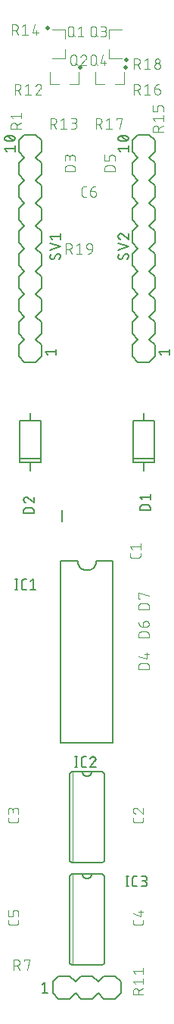
<source format=gto>
G04 EAGLE Gerber RS-274X export*
G75*
%MOMM*%
%FSLAX34Y34*%
%LPD*%
%INSilkscreen Top*%
%IPPOS*%
%AMOC8*
5,1,8,0,0,1.08239X$1,22.5*%
G01*
%ADD10C,0.152400*%
%ADD11C,0.050800*%
%ADD12C,0.127000*%
%ADD13C,0.500000*%
%ADD14C,0.120000*%
%ADD15C,0.101600*%
%ADD16R,2.350000X0.250000*%
%ADD17C,0.203200*%


D10*
X121158Y257810D02*
X121158Y351790D01*
X82042Y257810D02*
X82044Y257688D01*
X82050Y257566D01*
X82060Y257444D01*
X82073Y257323D01*
X82091Y257202D01*
X82112Y257082D01*
X82138Y256962D01*
X82167Y256844D01*
X82199Y256726D01*
X82236Y256609D01*
X82276Y256494D01*
X82320Y256380D01*
X82368Y256268D01*
X82419Y256157D01*
X82474Y256048D01*
X82532Y255940D01*
X82594Y255835D01*
X82659Y255732D01*
X82727Y255630D01*
X82799Y255531D01*
X82873Y255435D01*
X82951Y255340D01*
X83032Y255249D01*
X83115Y255159D01*
X83201Y255073D01*
X83291Y254990D01*
X83382Y254909D01*
X83477Y254831D01*
X83573Y254757D01*
X83672Y254685D01*
X83774Y254617D01*
X83877Y254552D01*
X83982Y254490D01*
X84090Y254432D01*
X84199Y254377D01*
X84310Y254326D01*
X84422Y254278D01*
X84536Y254234D01*
X84651Y254194D01*
X84768Y254157D01*
X84886Y254125D01*
X85004Y254096D01*
X85124Y254070D01*
X85244Y254049D01*
X85365Y254031D01*
X85486Y254018D01*
X85608Y254008D01*
X85730Y254002D01*
X85852Y254000D01*
X121158Y351790D02*
X121156Y351912D01*
X121150Y352034D01*
X121140Y352156D01*
X121127Y352277D01*
X121109Y352398D01*
X121088Y352518D01*
X121062Y352638D01*
X121033Y352756D01*
X121001Y352874D01*
X120964Y352991D01*
X120924Y353106D01*
X120880Y353220D01*
X120832Y353332D01*
X120781Y353443D01*
X120726Y353552D01*
X120668Y353660D01*
X120606Y353765D01*
X120541Y353868D01*
X120473Y353970D01*
X120401Y354069D01*
X120327Y354165D01*
X120249Y354260D01*
X120168Y354351D01*
X120085Y354441D01*
X119999Y354527D01*
X119909Y354610D01*
X119818Y354691D01*
X119723Y354769D01*
X119627Y354843D01*
X119528Y354915D01*
X119426Y354983D01*
X119323Y355048D01*
X119218Y355110D01*
X119110Y355168D01*
X119001Y355223D01*
X118890Y355274D01*
X118778Y355322D01*
X118664Y355366D01*
X118549Y355406D01*
X118432Y355443D01*
X118314Y355475D01*
X118196Y355504D01*
X118076Y355530D01*
X117956Y355551D01*
X117835Y355569D01*
X117714Y355582D01*
X117592Y355592D01*
X117470Y355598D01*
X117348Y355600D01*
X121158Y257810D02*
X121156Y257688D01*
X121150Y257566D01*
X121140Y257444D01*
X121127Y257323D01*
X121109Y257202D01*
X121088Y257082D01*
X121062Y256962D01*
X121033Y256844D01*
X121001Y256726D01*
X120964Y256609D01*
X120924Y256494D01*
X120880Y256380D01*
X120832Y256268D01*
X120781Y256157D01*
X120726Y256048D01*
X120668Y255940D01*
X120606Y255835D01*
X120541Y255732D01*
X120473Y255630D01*
X120401Y255531D01*
X120327Y255435D01*
X120249Y255340D01*
X120168Y255249D01*
X120085Y255159D01*
X119999Y255073D01*
X119909Y254990D01*
X119818Y254909D01*
X119723Y254831D01*
X119627Y254757D01*
X119528Y254685D01*
X119426Y254617D01*
X119323Y254552D01*
X119218Y254490D01*
X119110Y254432D01*
X119001Y254377D01*
X118890Y254326D01*
X118778Y254278D01*
X118664Y254234D01*
X118549Y254194D01*
X118432Y254157D01*
X118314Y254125D01*
X118196Y254096D01*
X118076Y254070D01*
X117956Y254049D01*
X117835Y254031D01*
X117714Y254018D01*
X117592Y254008D01*
X117470Y254002D01*
X117348Y254000D01*
X82042Y351790D02*
X82044Y351912D01*
X82050Y352034D01*
X82060Y352156D01*
X82073Y352277D01*
X82091Y352398D01*
X82112Y352518D01*
X82138Y352638D01*
X82167Y352756D01*
X82199Y352874D01*
X82236Y352991D01*
X82276Y353106D01*
X82320Y353220D01*
X82368Y353332D01*
X82419Y353443D01*
X82474Y353552D01*
X82532Y353660D01*
X82594Y353765D01*
X82659Y353868D01*
X82727Y353970D01*
X82799Y354069D01*
X82873Y354165D01*
X82951Y354260D01*
X83032Y354351D01*
X83115Y354441D01*
X83201Y354527D01*
X83291Y354610D01*
X83382Y354691D01*
X83477Y354769D01*
X83573Y354843D01*
X83672Y354915D01*
X83774Y354983D01*
X83877Y355048D01*
X83982Y355110D01*
X84090Y355168D01*
X84199Y355223D01*
X84310Y355274D01*
X84422Y355322D01*
X84536Y355366D01*
X84651Y355406D01*
X84768Y355443D01*
X84886Y355475D01*
X85004Y355504D01*
X85124Y355530D01*
X85244Y355551D01*
X85365Y355569D01*
X85486Y355582D01*
X85608Y355592D01*
X85730Y355598D01*
X85852Y355600D01*
X82042Y351790D02*
X82042Y257810D01*
X85852Y254000D02*
X117348Y254000D01*
X117348Y355600D02*
X106680Y355600D01*
X96520Y355600D01*
X85852Y355600D01*
X96520Y355600D02*
X96522Y355459D01*
X96528Y355318D01*
X96538Y355177D01*
X96551Y355036D01*
X96569Y354896D01*
X96591Y354757D01*
X96616Y354618D01*
X96645Y354479D01*
X96678Y354342D01*
X96715Y354206D01*
X96756Y354071D01*
X96800Y353936D01*
X96848Y353804D01*
X96900Y353672D01*
X96955Y353542D01*
X97014Y353414D01*
X97077Y353287D01*
X97143Y353163D01*
X97212Y353040D01*
X97285Y352919D01*
X97361Y352800D01*
X97441Y352683D01*
X97524Y352569D01*
X97609Y352456D01*
X97698Y352347D01*
X97790Y352239D01*
X97885Y352135D01*
X97983Y352033D01*
X98084Y351934D01*
X98187Y351837D01*
X98293Y351744D01*
X98401Y351654D01*
X98512Y351566D01*
X98625Y351482D01*
X98741Y351401D01*
X98859Y351323D01*
X98979Y351248D01*
X99101Y351177D01*
X99225Y351109D01*
X99351Y351045D01*
X99478Y350984D01*
X99607Y350927D01*
X99738Y350874D01*
X99870Y350824D01*
X100003Y350777D01*
X100138Y350735D01*
X100274Y350696D01*
X100411Y350661D01*
X100548Y350630D01*
X100687Y350603D01*
X100826Y350579D01*
X100966Y350560D01*
X101106Y350544D01*
X101247Y350532D01*
X101388Y350524D01*
X101529Y350520D01*
X101671Y350520D01*
X101812Y350524D01*
X101953Y350532D01*
X102094Y350544D01*
X102234Y350560D01*
X102374Y350579D01*
X102513Y350603D01*
X102652Y350630D01*
X102789Y350661D01*
X102926Y350696D01*
X103062Y350735D01*
X103197Y350777D01*
X103330Y350824D01*
X103462Y350874D01*
X103593Y350927D01*
X103722Y350984D01*
X103849Y351045D01*
X103975Y351109D01*
X104099Y351177D01*
X104221Y351248D01*
X104341Y351323D01*
X104459Y351401D01*
X104575Y351482D01*
X104688Y351566D01*
X104799Y351654D01*
X104907Y351744D01*
X105013Y351837D01*
X105116Y351934D01*
X105217Y352033D01*
X105315Y352135D01*
X105410Y352239D01*
X105502Y352347D01*
X105591Y352456D01*
X105676Y352569D01*
X105759Y352683D01*
X105839Y352800D01*
X105915Y352919D01*
X105988Y353040D01*
X106057Y353163D01*
X106123Y353287D01*
X106186Y353414D01*
X106245Y353542D01*
X106300Y353672D01*
X106352Y353804D01*
X106400Y353936D01*
X106444Y354071D01*
X106485Y354206D01*
X106522Y354342D01*
X106555Y354479D01*
X106584Y354618D01*
X106609Y354757D01*
X106631Y354896D01*
X106649Y355036D01*
X106662Y355177D01*
X106672Y355318D01*
X106678Y355459D01*
X106680Y355600D01*
D11*
X85598Y355600D02*
X85598Y254000D01*
D12*
X89535Y360680D02*
X89535Y372110D01*
X88265Y360680D02*
X90805Y360680D01*
X90805Y372110D02*
X88265Y372110D01*
X98007Y360680D02*
X100547Y360680D01*
X98007Y360680D02*
X97907Y360682D01*
X97808Y360688D01*
X97708Y360698D01*
X97610Y360711D01*
X97511Y360729D01*
X97414Y360750D01*
X97318Y360775D01*
X97222Y360804D01*
X97128Y360837D01*
X97035Y360873D01*
X96944Y360913D01*
X96854Y360957D01*
X96766Y361004D01*
X96680Y361054D01*
X96596Y361108D01*
X96514Y361165D01*
X96435Y361225D01*
X96357Y361289D01*
X96283Y361355D01*
X96211Y361424D01*
X96142Y361496D01*
X96076Y361570D01*
X96012Y361648D01*
X95952Y361727D01*
X95895Y361809D01*
X95841Y361893D01*
X95791Y361979D01*
X95744Y362067D01*
X95700Y362157D01*
X95660Y362248D01*
X95624Y362341D01*
X95591Y362435D01*
X95562Y362531D01*
X95537Y362627D01*
X95516Y362724D01*
X95498Y362823D01*
X95485Y362921D01*
X95475Y363021D01*
X95469Y363120D01*
X95467Y363220D01*
X95467Y369570D01*
X95469Y369670D01*
X95475Y369769D01*
X95485Y369869D01*
X95498Y369967D01*
X95516Y370066D01*
X95537Y370163D01*
X95562Y370259D01*
X95591Y370355D01*
X95624Y370449D01*
X95660Y370542D01*
X95700Y370633D01*
X95744Y370723D01*
X95791Y370811D01*
X95841Y370897D01*
X95895Y370981D01*
X95952Y371063D01*
X96012Y371142D01*
X96076Y371220D01*
X96142Y371294D01*
X96211Y371366D01*
X96283Y371435D01*
X96357Y371501D01*
X96435Y371565D01*
X96514Y371625D01*
X96596Y371682D01*
X96680Y371736D01*
X96766Y371786D01*
X96854Y371833D01*
X96944Y371877D01*
X97035Y371917D01*
X97128Y371953D01*
X97222Y371986D01*
X97318Y372015D01*
X97414Y372040D01*
X97511Y372061D01*
X97610Y372079D01*
X97708Y372092D01*
X97808Y372102D01*
X97907Y372108D01*
X98007Y372110D01*
X100547Y372110D01*
X108521Y372111D02*
X108625Y372109D01*
X108730Y372103D01*
X108834Y372094D01*
X108937Y372081D01*
X109040Y372063D01*
X109142Y372043D01*
X109244Y372018D01*
X109344Y371990D01*
X109444Y371958D01*
X109542Y371922D01*
X109639Y371883D01*
X109734Y371841D01*
X109828Y371795D01*
X109920Y371745D01*
X110010Y371693D01*
X110098Y371637D01*
X110184Y371577D01*
X110268Y371515D01*
X110349Y371450D01*
X110428Y371382D01*
X110505Y371310D01*
X110578Y371237D01*
X110650Y371160D01*
X110718Y371081D01*
X110783Y371000D01*
X110845Y370916D01*
X110905Y370830D01*
X110961Y370742D01*
X111013Y370652D01*
X111063Y370560D01*
X111109Y370466D01*
X111151Y370371D01*
X111190Y370274D01*
X111226Y370176D01*
X111258Y370076D01*
X111286Y369976D01*
X111311Y369874D01*
X111331Y369772D01*
X111349Y369669D01*
X111362Y369566D01*
X111371Y369462D01*
X111377Y369357D01*
X111379Y369253D01*
X108521Y372110D02*
X108403Y372108D01*
X108284Y372102D01*
X108166Y372093D01*
X108049Y372080D01*
X107932Y372062D01*
X107815Y372042D01*
X107699Y372017D01*
X107584Y371989D01*
X107471Y371956D01*
X107358Y371921D01*
X107246Y371881D01*
X107136Y371839D01*
X107027Y371792D01*
X106919Y371742D01*
X106814Y371689D01*
X106710Y371632D01*
X106608Y371572D01*
X106508Y371509D01*
X106410Y371442D01*
X106314Y371373D01*
X106221Y371300D01*
X106130Y371224D01*
X106041Y371146D01*
X105955Y371064D01*
X105872Y370980D01*
X105791Y370894D01*
X105714Y370804D01*
X105639Y370713D01*
X105567Y370619D01*
X105498Y370522D01*
X105433Y370424D01*
X105370Y370323D01*
X105311Y370220D01*
X105255Y370116D01*
X105203Y370010D01*
X105154Y369902D01*
X105109Y369793D01*
X105067Y369682D01*
X105029Y369570D01*
X110427Y367031D02*
X110503Y367106D01*
X110578Y367185D01*
X110649Y367266D01*
X110718Y367350D01*
X110783Y367436D01*
X110845Y367524D01*
X110905Y367614D01*
X110961Y367706D01*
X111014Y367801D01*
X111063Y367897D01*
X111109Y367995D01*
X111152Y368094D01*
X111191Y368195D01*
X111226Y368297D01*
X111258Y368400D01*
X111286Y368504D01*
X111311Y368609D01*
X111332Y368716D01*
X111349Y368822D01*
X111362Y368929D01*
X111371Y369037D01*
X111377Y369145D01*
X111379Y369253D01*
X110426Y367030D02*
X105029Y360680D01*
X111379Y360680D01*
D10*
X130810Y387350D02*
X130810Y590550D01*
X72390Y590550D02*
X72390Y387350D01*
X130810Y387350D01*
X130810Y590550D02*
X111760Y590550D01*
X91440Y590550D02*
X72390Y590550D01*
X91440Y590550D02*
X91443Y590303D01*
X91452Y590055D01*
X91467Y589808D01*
X91488Y589562D01*
X91515Y589316D01*
X91548Y589071D01*
X91587Y588826D01*
X91632Y588583D01*
X91683Y588341D01*
X91740Y588100D01*
X91802Y587861D01*
X91871Y587623D01*
X91945Y587387D01*
X92025Y587153D01*
X92110Y586921D01*
X92202Y586691D01*
X92298Y586463D01*
X92401Y586238D01*
X92508Y586015D01*
X92622Y585795D01*
X92740Y585578D01*
X92864Y585363D01*
X92993Y585152D01*
X93127Y584944D01*
X93266Y584739D01*
X93410Y584538D01*
X93558Y584340D01*
X93712Y584146D01*
X93870Y583956D01*
X94033Y583770D01*
X94200Y583588D01*
X94372Y583410D01*
X94548Y583236D01*
X94728Y583066D01*
X94913Y582901D01*
X95101Y582741D01*
X95293Y582585D01*
X95489Y582433D01*
X95688Y582287D01*
X95891Y582145D01*
X96098Y582009D01*
X96307Y581877D01*
X96520Y581751D01*
X96736Y581630D01*
X96954Y581514D01*
X97176Y581404D01*
X97400Y581299D01*
X97626Y581199D01*
X97855Y581105D01*
X98086Y581017D01*
X98320Y580934D01*
X98555Y580857D01*
X98792Y580786D01*
X99030Y580720D01*
X99270Y580661D01*
X99512Y580607D01*
X99755Y580559D01*
X99998Y580517D01*
X100243Y580481D01*
X100489Y580451D01*
X100735Y580427D01*
X100982Y580409D01*
X101229Y580397D01*
X101476Y580391D01*
X101724Y580391D01*
X101971Y580397D01*
X102218Y580409D01*
X102465Y580427D01*
X102711Y580451D01*
X102957Y580481D01*
X103202Y580517D01*
X103445Y580559D01*
X103688Y580607D01*
X103930Y580661D01*
X104170Y580720D01*
X104408Y580786D01*
X104645Y580857D01*
X104880Y580934D01*
X105114Y581017D01*
X105345Y581105D01*
X105574Y581199D01*
X105800Y581299D01*
X106024Y581404D01*
X106246Y581514D01*
X106464Y581630D01*
X106680Y581751D01*
X106893Y581877D01*
X107102Y582009D01*
X107309Y582145D01*
X107512Y582287D01*
X107711Y582433D01*
X107907Y582585D01*
X108099Y582741D01*
X108287Y582901D01*
X108472Y583066D01*
X108652Y583236D01*
X108828Y583410D01*
X109000Y583588D01*
X109167Y583770D01*
X109330Y583956D01*
X109488Y584146D01*
X109642Y584340D01*
X109790Y584538D01*
X109934Y584739D01*
X110073Y584944D01*
X110207Y585152D01*
X110336Y585363D01*
X110460Y585578D01*
X110578Y585795D01*
X110692Y586015D01*
X110799Y586238D01*
X110902Y586463D01*
X110998Y586691D01*
X111090Y586921D01*
X111175Y587153D01*
X111255Y587387D01*
X111329Y587623D01*
X111398Y587861D01*
X111460Y588100D01*
X111517Y588341D01*
X111568Y588583D01*
X111613Y588826D01*
X111652Y589071D01*
X111685Y589316D01*
X111712Y589562D01*
X111733Y589808D01*
X111748Y590055D01*
X111757Y590303D01*
X111760Y590550D01*
D12*
X22606Y570230D02*
X22606Y558800D01*
X21336Y558800D02*
X23876Y558800D01*
X23876Y570230D02*
X21336Y570230D01*
X31078Y558800D02*
X33618Y558800D01*
X31078Y558800D02*
X30978Y558802D01*
X30879Y558808D01*
X30779Y558818D01*
X30681Y558831D01*
X30582Y558849D01*
X30485Y558870D01*
X30389Y558895D01*
X30293Y558924D01*
X30199Y558957D01*
X30106Y558993D01*
X30015Y559033D01*
X29925Y559077D01*
X29837Y559124D01*
X29751Y559174D01*
X29667Y559228D01*
X29585Y559285D01*
X29506Y559345D01*
X29428Y559409D01*
X29354Y559475D01*
X29282Y559544D01*
X29213Y559616D01*
X29147Y559690D01*
X29083Y559768D01*
X29023Y559847D01*
X28966Y559929D01*
X28912Y560013D01*
X28862Y560099D01*
X28815Y560187D01*
X28771Y560277D01*
X28731Y560368D01*
X28695Y560461D01*
X28662Y560555D01*
X28633Y560651D01*
X28608Y560747D01*
X28587Y560844D01*
X28569Y560943D01*
X28556Y561041D01*
X28546Y561141D01*
X28540Y561240D01*
X28538Y561340D01*
X28538Y567690D01*
X28540Y567790D01*
X28546Y567889D01*
X28556Y567989D01*
X28569Y568087D01*
X28587Y568186D01*
X28608Y568283D01*
X28633Y568379D01*
X28662Y568475D01*
X28695Y568569D01*
X28731Y568662D01*
X28771Y568753D01*
X28815Y568843D01*
X28862Y568931D01*
X28912Y569017D01*
X28966Y569101D01*
X29023Y569183D01*
X29083Y569262D01*
X29147Y569340D01*
X29213Y569414D01*
X29282Y569486D01*
X29354Y569555D01*
X29428Y569621D01*
X29506Y569685D01*
X29585Y569745D01*
X29667Y569802D01*
X29751Y569856D01*
X29837Y569906D01*
X29925Y569953D01*
X30015Y569997D01*
X30106Y570037D01*
X30199Y570073D01*
X30293Y570106D01*
X30389Y570135D01*
X30485Y570160D01*
X30582Y570181D01*
X30681Y570199D01*
X30779Y570212D01*
X30879Y570222D01*
X30978Y570228D01*
X31078Y570230D01*
X33618Y570230D01*
X38100Y567690D02*
X41275Y570230D01*
X41275Y558800D01*
X38100Y558800D02*
X44450Y558800D01*
D13*
X57810Y1186064D03*
D14*
X62850Y1184164D02*
X76850Y1184164D01*
X76850Y1174064D01*
X76850Y1152636D02*
X62850Y1152636D01*
X76850Y1152636D02*
X76850Y1162736D01*
D15*
X80083Y1179618D02*
X80083Y1184810D01*
X80082Y1184810D02*
X80084Y1184923D01*
X80090Y1185036D01*
X80100Y1185149D01*
X80114Y1185262D01*
X80131Y1185374D01*
X80153Y1185485D01*
X80178Y1185595D01*
X80208Y1185705D01*
X80241Y1185813D01*
X80278Y1185920D01*
X80318Y1186026D01*
X80363Y1186130D01*
X80411Y1186233D01*
X80462Y1186334D01*
X80517Y1186433D01*
X80575Y1186530D01*
X80637Y1186625D01*
X80702Y1186718D01*
X80770Y1186808D01*
X80841Y1186896D01*
X80916Y1186982D01*
X80993Y1187065D01*
X81073Y1187145D01*
X81156Y1187222D01*
X81242Y1187297D01*
X81330Y1187368D01*
X81420Y1187436D01*
X81513Y1187501D01*
X81608Y1187563D01*
X81705Y1187621D01*
X81804Y1187676D01*
X81905Y1187727D01*
X82008Y1187775D01*
X82112Y1187820D01*
X82218Y1187860D01*
X82325Y1187897D01*
X82433Y1187930D01*
X82543Y1187960D01*
X82653Y1187985D01*
X82764Y1188007D01*
X82876Y1188024D01*
X82989Y1188038D01*
X83102Y1188048D01*
X83215Y1188054D01*
X83328Y1188056D01*
X83441Y1188054D01*
X83554Y1188048D01*
X83667Y1188038D01*
X83780Y1188024D01*
X83892Y1188007D01*
X84003Y1187985D01*
X84113Y1187960D01*
X84223Y1187930D01*
X84331Y1187897D01*
X84438Y1187860D01*
X84544Y1187820D01*
X84648Y1187775D01*
X84751Y1187727D01*
X84852Y1187676D01*
X84951Y1187621D01*
X85048Y1187563D01*
X85143Y1187501D01*
X85236Y1187436D01*
X85326Y1187368D01*
X85414Y1187297D01*
X85500Y1187222D01*
X85583Y1187145D01*
X85663Y1187065D01*
X85740Y1186982D01*
X85815Y1186896D01*
X85886Y1186808D01*
X85954Y1186718D01*
X86019Y1186625D01*
X86081Y1186530D01*
X86139Y1186433D01*
X86194Y1186334D01*
X86245Y1186233D01*
X86293Y1186130D01*
X86338Y1186026D01*
X86378Y1185920D01*
X86415Y1185813D01*
X86448Y1185705D01*
X86478Y1185595D01*
X86503Y1185485D01*
X86525Y1185374D01*
X86542Y1185262D01*
X86556Y1185149D01*
X86566Y1185036D01*
X86572Y1184923D01*
X86574Y1184810D01*
X86574Y1179618D01*
X86572Y1179505D01*
X86566Y1179392D01*
X86556Y1179279D01*
X86542Y1179166D01*
X86525Y1179054D01*
X86503Y1178943D01*
X86478Y1178833D01*
X86448Y1178723D01*
X86415Y1178615D01*
X86378Y1178508D01*
X86338Y1178402D01*
X86293Y1178298D01*
X86245Y1178195D01*
X86194Y1178094D01*
X86139Y1177995D01*
X86081Y1177898D01*
X86019Y1177803D01*
X85954Y1177710D01*
X85886Y1177620D01*
X85815Y1177532D01*
X85740Y1177446D01*
X85663Y1177363D01*
X85583Y1177283D01*
X85500Y1177206D01*
X85414Y1177131D01*
X85326Y1177060D01*
X85236Y1176992D01*
X85143Y1176927D01*
X85048Y1176865D01*
X84951Y1176807D01*
X84852Y1176752D01*
X84751Y1176701D01*
X84648Y1176653D01*
X84544Y1176608D01*
X84438Y1176568D01*
X84331Y1176531D01*
X84223Y1176498D01*
X84113Y1176468D01*
X84003Y1176443D01*
X83892Y1176421D01*
X83780Y1176404D01*
X83667Y1176390D01*
X83554Y1176380D01*
X83441Y1176374D01*
X83328Y1176372D01*
X83215Y1176374D01*
X83102Y1176380D01*
X82989Y1176390D01*
X82876Y1176404D01*
X82764Y1176421D01*
X82653Y1176443D01*
X82543Y1176468D01*
X82433Y1176498D01*
X82325Y1176531D01*
X82218Y1176568D01*
X82112Y1176608D01*
X82008Y1176653D01*
X81905Y1176701D01*
X81804Y1176752D01*
X81705Y1176807D01*
X81608Y1176865D01*
X81513Y1176927D01*
X81420Y1176992D01*
X81330Y1177060D01*
X81242Y1177131D01*
X81156Y1177206D01*
X81073Y1177283D01*
X80993Y1177363D01*
X80916Y1177446D01*
X80841Y1177532D01*
X80770Y1177620D01*
X80702Y1177710D01*
X80637Y1177803D01*
X80575Y1177898D01*
X80517Y1177995D01*
X80462Y1178094D01*
X80411Y1178195D01*
X80363Y1178298D01*
X80318Y1178402D01*
X80278Y1178508D01*
X80241Y1178615D01*
X80208Y1178723D01*
X80178Y1178833D01*
X80153Y1178943D01*
X80131Y1179054D01*
X80114Y1179166D01*
X80100Y1179279D01*
X80090Y1179392D01*
X80084Y1179505D01*
X80082Y1179618D01*
X85275Y1178968D02*
X87872Y1176372D01*
X91226Y1185460D02*
X94472Y1188056D01*
X94472Y1176372D01*
X91226Y1176372D02*
X97718Y1176372D01*
X28067Y1073658D02*
X16383Y1073658D01*
X16383Y1076904D01*
X16385Y1077017D01*
X16391Y1077130D01*
X16401Y1077243D01*
X16415Y1077356D01*
X16432Y1077468D01*
X16454Y1077579D01*
X16479Y1077689D01*
X16509Y1077799D01*
X16542Y1077907D01*
X16579Y1078014D01*
X16619Y1078120D01*
X16664Y1078224D01*
X16712Y1078327D01*
X16763Y1078428D01*
X16818Y1078527D01*
X16876Y1078624D01*
X16938Y1078719D01*
X17003Y1078812D01*
X17071Y1078902D01*
X17142Y1078990D01*
X17217Y1079076D01*
X17294Y1079159D01*
X17374Y1079239D01*
X17457Y1079316D01*
X17543Y1079391D01*
X17631Y1079462D01*
X17721Y1079530D01*
X17814Y1079595D01*
X17909Y1079657D01*
X18006Y1079715D01*
X18105Y1079770D01*
X18206Y1079821D01*
X18309Y1079869D01*
X18413Y1079914D01*
X18519Y1079954D01*
X18626Y1079991D01*
X18734Y1080024D01*
X18844Y1080054D01*
X18954Y1080079D01*
X19065Y1080101D01*
X19177Y1080118D01*
X19290Y1080132D01*
X19403Y1080142D01*
X19516Y1080148D01*
X19629Y1080150D01*
X19742Y1080148D01*
X19855Y1080142D01*
X19968Y1080132D01*
X20081Y1080118D01*
X20193Y1080101D01*
X20304Y1080079D01*
X20414Y1080054D01*
X20524Y1080024D01*
X20632Y1079991D01*
X20739Y1079954D01*
X20845Y1079914D01*
X20949Y1079869D01*
X21052Y1079821D01*
X21153Y1079770D01*
X21252Y1079715D01*
X21349Y1079657D01*
X21444Y1079595D01*
X21537Y1079530D01*
X21627Y1079462D01*
X21715Y1079391D01*
X21801Y1079316D01*
X21884Y1079239D01*
X21964Y1079159D01*
X22041Y1079076D01*
X22116Y1078990D01*
X22187Y1078902D01*
X22255Y1078812D01*
X22320Y1078719D01*
X22382Y1078624D01*
X22440Y1078527D01*
X22495Y1078428D01*
X22546Y1078327D01*
X22594Y1078224D01*
X22639Y1078120D01*
X22679Y1078014D01*
X22716Y1077907D01*
X22749Y1077799D01*
X22779Y1077689D01*
X22804Y1077579D01*
X22826Y1077468D01*
X22843Y1077356D01*
X22857Y1077243D01*
X22867Y1077130D01*
X22873Y1077017D01*
X22875Y1076904D01*
X22874Y1076904D02*
X22874Y1073658D01*
X22874Y1077553D02*
X28067Y1080149D01*
X18979Y1085014D02*
X16383Y1088260D01*
X28067Y1088260D01*
X28067Y1091505D02*
X28067Y1085014D01*
X76708Y1026033D02*
X88392Y1026033D01*
X76708Y1026033D02*
X76708Y1029279D01*
X76710Y1029392D01*
X76716Y1029505D01*
X76726Y1029618D01*
X76740Y1029731D01*
X76757Y1029843D01*
X76779Y1029954D01*
X76804Y1030064D01*
X76834Y1030174D01*
X76867Y1030282D01*
X76904Y1030389D01*
X76944Y1030495D01*
X76989Y1030599D01*
X77037Y1030702D01*
X77088Y1030803D01*
X77143Y1030902D01*
X77201Y1030999D01*
X77263Y1031094D01*
X77328Y1031187D01*
X77396Y1031277D01*
X77467Y1031365D01*
X77542Y1031451D01*
X77619Y1031534D01*
X77699Y1031614D01*
X77782Y1031691D01*
X77868Y1031766D01*
X77956Y1031837D01*
X78046Y1031905D01*
X78139Y1031970D01*
X78234Y1032032D01*
X78331Y1032090D01*
X78430Y1032145D01*
X78531Y1032196D01*
X78634Y1032244D01*
X78738Y1032289D01*
X78844Y1032329D01*
X78951Y1032366D01*
X79059Y1032399D01*
X79169Y1032429D01*
X79279Y1032454D01*
X79390Y1032476D01*
X79502Y1032493D01*
X79615Y1032507D01*
X79728Y1032517D01*
X79841Y1032523D01*
X79954Y1032525D01*
X79954Y1032524D02*
X85146Y1032524D01*
X85146Y1032525D02*
X85259Y1032523D01*
X85372Y1032517D01*
X85485Y1032507D01*
X85598Y1032493D01*
X85710Y1032476D01*
X85821Y1032454D01*
X85931Y1032429D01*
X86041Y1032399D01*
X86149Y1032366D01*
X86256Y1032329D01*
X86362Y1032289D01*
X86466Y1032244D01*
X86569Y1032196D01*
X86670Y1032145D01*
X86769Y1032090D01*
X86866Y1032032D01*
X86961Y1031970D01*
X87054Y1031905D01*
X87144Y1031837D01*
X87232Y1031766D01*
X87318Y1031691D01*
X87401Y1031614D01*
X87481Y1031534D01*
X87558Y1031451D01*
X87633Y1031365D01*
X87704Y1031277D01*
X87772Y1031187D01*
X87837Y1031094D01*
X87899Y1030999D01*
X87957Y1030902D01*
X88012Y1030803D01*
X88063Y1030702D01*
X88111Y1030599D01*
X88156Y1030495D01*
X88196Y1030389D01*
X88233Y1030282D01*
X88266Y1030174D01*
X88296Y1030064D01*
X88321Y1029954D01*
X88343Y1029843D01*
X88360Y1029731D01*
X88374Y1029618D01*
X88384Y1029505D01*
X88390Y1029392D01*
X88392Y1029279D01*
X88392Y1026033D01*
X88392Y1037844D02*
X88392Y1041090D01*
X88390Y1041203D01*
X88384Y1041316D01*
X88374Y1041429D01*
X88360Y1041542D01*
X88343Y1041654D01*
X88321Y1041765D01*
X88296Y1041875D01*
X88266Y1041985D01*
X88233Y1042093D01*
X88196Y1042200D01*
X88156Y1042306D01*
X88111Y1042410D01*
X88063Y1042513D01*
X88012Y1042614D01*
X87957Y1042713D01*
X87899Y1042810D01*
X87837Y1042905D01*
X87772Y1042998D01*
X87704Y1043088D01*
X87633Y1043176D01*
X87558Y1043262D01*
X87481Y1043345D01*
X87401Y1043425D01*
X87318Y1043502D01*
X87232Y1043577D01*
X87144Y1043648D01*
X87054Y1043716D01*
X86961Y1043781D01*
X86866Y1043843D01*
X86769Y1043901D01*
X86670Y1043956D01*
X86569Y1044007D01*
X86466Y1044055D01*
X86362Y1044100D01*
X86256Y1044140D01*
X86149Y1044177D01*
X86041Y1044210D01*
X85931Y1044240D01*
X85821Y1044265D01*
X85710Y1044287D01*
X85598Y1044304D01*
X85485Y1044318D01*
X85372Y1044328D01*
X85259Y1044334D01*
X85146Y1044336D01*
X85033Y1044334D01*
X84920Y1044328D01*
X84807Y1044318D01*
X84694Y1044304D01*
X84582Y1044287D01*
X84471Y1044265D01*
X84361Y1044240D01*
X84251Y1044210D01*
X84143Y1044177D01*
X84036Y1044140D01*
X83930Y1044100D01*
X83826Y1044055D01*
X83723Y1044007D01*
X83622Y1043956D01*
X83523Y1043901D01*
X83426Y1043843D01*
X83331Y1043781D01*
X83238Y1043716D01*
X83148Y1043648D01*
X83060Y1043577D01*
X82974Y1043502D01*
X82891Y1043425D01*
X82811Y1043345D01*
X82734Y1043262D01*
X82659Y1043176D01*
X82588Y1043088D01*
X82520Y1042998D01*
X82455Y1042905D01*
X82393Y1042810D01*
X82335Y1042713D01*
X82280Y1042614D01*
X82229Y1042513D01*
X82181Y1042410D01*
X82136Y1042306D01*
X82096Y1042200D01*
X82059Y1042093D01*
X82026Y1041985D01*
X81996Y1041875D01*
X81971Y1041765D01*
X81949Y1041654D01*
X81932Y1041542D01*
X81918Y1041429D01*
X81908Y1041316D01*
X81902Y1041203D01*
X81900Y1041090D01*
X76708Y1041739D02*
X76708Y1037844D01*
X76708Y1041739D02*
X76710Y1041840D01*
X76716Y1041940D01*
X76726Y1042040D01*
X76739Y1042140D01*
X76757Y1042239D01*
X76778Y1042338D01*
X76803Y1042435D01*
X76832Y1042532D01*
X76865Y1042627D01*
X76901Y1042721D01*
X76941Y1042813D01*
X76984Y1042904D01*
X77031Y1042993D01*
X77081Y1043080D01*
X77135Y1043166D01*
X77192Y1043249D01*
X77252Y1043329D01*
X77315Y1043408D01*
X77382Y1043484D01*
X77451Y1043557D01*
X77523Y1043627D01*
X77597Y1043695D01*
X77674Y1043760D01*
X77754Y1043821D01*
X77836Y1043880D01*
X77920Y1043935D01*
X78006Y1043987D01*
X78094Y1044036D01*
X78184Y1044081D01*
X78276Y1044123D01*
X78369Y1044161D01*
X78464Y1044195D01*
X78559Y1044226D01*
X78656Y1044253D01*
X78754Y1044276D01*
X78853Y1044296D01*
X78953Y1044311D01*
X79053Y1044323D01*
X79153Y1044331D01*
X79254Y1044335D01*
X79354Y1044335D01*
X79455Y1044331D01*
X79555Y1044323D01*
X79655Y1044311D01*
X79755Y1044296D01*
X79854Y1044276D01*
X79952Y1044253D01*
X80049Y1044226D01*
X80144Y1044195D01*
X80239Y1044161D01*
X80332Y1044123D01*
X80424Y1044081D01*
X80514Y1044036D01*
X80602Y1043987D01*
X80688Y1043935D01*
X80772Y1043880D01*
X80854Y1043821D01*
X80934Y1043760D01*
X81011Y1043695D01*
X81085Y1043627D01*
X81157Y1043557D01*
X81226Y1043484D01*
X81293Y1043408D01*
X81356Y1043329D01*
X81416Y1043249D01*
X81473Y1043166D01*
X81527Y1043080D01*
X81577Y1042993D01*
X81624Y1042904D01*
X81667Y1042813D01*
X81707Y1042721D01*
X81743Y1042627D01*
X81776Y1042532D01*
X81805Y1042435D01*
X81830Y1042338D01*
X81851Y1042239D01*
X81869Y1042140D01*
X81882Y1042040D01*
X81892Y1041940D01*
X81898Y1041840D01*
X81900Y1041739D01*
X81901Y1041739D02*
X81901Y1039142D01*
D12*
X153350Y747150D02*
X165100Y747150D01*
X176850Y747150D01*
X176850Y700650D01*
X165100Y700650D01*
X153350Y700650D01*
X153350Y747150D01*
X165100Y700650D02*
X165100Y691400D01*
X165100Y747150D02*
X165100Y756400D01*
D16*
X165100Y705150D03*
D12*
X160935Y647310D02*
X172365Y647310D01*
X160935Y647310D02*
X160935Y650485D01*
X160937Y650596D01*
X160943Y650706D01*
X160952Y650817D01*
X160966Y650927D01*
X160983Y651036D01*
X161004Y651145D01*
X161029Y651253D01*
X161058Y651360D01*
X161090Y651466D01*
X161126Y651571D01*
X161166Y651674D01*
X161209Y651776D01*
X161256Y651877D01*
X161307Y651976D01*
X161360Y652073D01*
X161417Y652167D01*
X161478Y652260D01*
X161541Y652351D01*
X161608Y652440D01*
X161678Y652526D01*
X161751Y652609D01*
X161826Y652691D01*
X161904Y652769D01*
X161986Y652844D01*
X162069Y652917D01*
X162155Y652987D01*
X162244Y653054D01*
X162335Y653117D01*
X162428Y653178D01*
X162523Y653235D01*
X162619Y653288D01*
X162718Y653339D01*
X162819Y653386D01*
X162921Y653429D01*
X163024Y653469D01*
X163129Y653505D01*
X163235Y653537D01*
X163342Y653566D01*
X163450Y653591D01*
X163559Y653612D01*
X163668Y653629D01*
X163778Y653643D01*
X163889Y653652D01*
X163999Y653658D01*
X164110Y653660D01*
X169190Y653660D01*
X169301Y653658D01*
X169411Y653652D01*
X169522Y653643D01*
X169632Y653629D01*
X169741Y653612D01*
X169850Y653591D01*
X169958Y653566D01*
X170065Y653537D01*
X170171Y653505D01*
X170276Y653469D01*
X170379Y653429D01*
X170481Y653386D01*
X170582Y653339D01*
X170681Y653288D01*
X170778Y653235D01*
X170872Y653178D01*
X170965Y653117D01*
X171056Y653054D01*
X171145Y652987D01*
X171231Y652917D01*
X171314Y652844D01*
X171396Y652769D01*
X171474Y652691D01*
X171549Y652609D01*
X171622Y652526D01*
X171692Y652440D01*
X171759Y652351D01*
X171822Y652260D01*
X171883Y652167D01*
X171940Y652073D01*
X171993Y651976D01*
X172044Y651877D01*
X172091Y651776D01*
X172134Y651674D01*
X172174Y651571D01*
X172210Y651466D01*
X172242Y651360D01*
X172271Y651253D01*
X172296Y651145D01*
X172317Y651036D01*
X172334Y650927D01*
X172348Y650817D01*
X172357Y650706D01*
X172363Y650596D01*
X172365Y650485D01*
X172365Y647310D01*
X163475Y659121D02*
X160935Y662296D01*
X172365Y662296D01*
X172365Y659121D02*
X172365Y665471D01*
X38100Y747150D02*
X26350Y747150D01*
X38100Y747150D02*
X49850Y747150D01*
X49850Y700650D01*
X38100Y700650D01*
X26350Y700650D01*
X26350Y747150D01*
X38100Y700650D02*
X38100Y691400D01*
X38100Y747150D02*
X38100Y756400D01*
D16*
X38100Y705150D03*
D12*
X42190Y644135D02*
X30760Y644135D01*
X30760Y647310D01*
X30762Y647421D01*
X30768Y647531D01*
X30777Y647642D01*
X30791Y647752D01*
X30808Y647861D01*
X30829Y647970D01*
X30854Y648078D01*
X30883Y648185D01*
X30915Y648291D01*
X30951Y648396D01*
X30991Y648499D01*
X31034Y648601D01*
X31081Y648702D01*
X31132Y648801D01*
X31185Y648898D01*
X31242Y648992D01*
X31303Y649085D01*
X31366Y649176D01*
X31433Y649265D01*
X31503Y649351D01*
X31576Y649434D01*
X31651Y649516D01*
X31729Y649594D01*
X31811Y649669D01*
X31894Y649742D01*
X31980Y649812D01*
X32069Y649879D01*
X32160Y649942D01*
X32253Y650003D01*
X32348Y650060D01*
X32444Y650113D01*
X32543Y650164D01*
X32644Y650211D01*
X32746Y650254D01*
X32849Y650294D01*
X32954Y650330D01*
X33060Y650362D01*
X33167Y650391D01*
X33275Y650416D01*
X33384Y650437D01*
X33493Y650454D01*
X33603Y650468D01*
X33714Y650477D01*
X33824Y650483D01*
X33935Y650485D01*
X39015Y650485D01*
X39126Y650483D01*
X39236Y650477D01*
X39347Y650468D01*
X39457Y650454D01*
X39566Y650437D01*
X39675Y650416D01*
X39783Y650391D01*
X39890Y650362D01*
X39996Y650330D01*
X40101Y650294D01*
X40204Y650254D01*
X40306Y650211D01*
X40407Y650164D01*
X40506Y650113D01*
X40603Y650060D01*
X40697Y650003D01*
X40790Y649942D01*
X40881Y649879D01*
X40970Y649812D01*
X41056Y649742D01*
X41139Y649669D01*
X41221Y649594D01*
X41299Y649516D01*
X41374Y649434D01*
X41447Y649351D01*
X41517Y649265D01*
X41584Y649176D01*
X41647Y649085D01*
X41708Y648992D01*
X41765Y648898D01*
X41818Y648801D01*
X41869Y648702D01*
X41916Y648601D01*
X41959Y648499D01*
X41999Y648396D01*
X42035Y648291D01*
X42067Y648185D01*
X42096Y648078D01*
X42121Y647970D01*
X42142Y647861D01*
X42159Y647752D01*
X42173Y647642D01*
X42182Y647531D01*
X42188Y647421D01*
X42190Y647310D01*
X42190Y644135D01*
X30760Y659439D02*
X30762Y659543D01*
X30768Y659648D01*
X30777Y659752D01*
X30790Y659855D01*
X30808Y659958D01*
X30828Y660060D01*
X30853Y660162D01*
X30881Y660262D01*
X30913Y660362D01*
X30949Y660460D01*
X30988Y660557D01*
X31030Y660652D01*
X31076Y660746D01*
X31126Y660838D01*
X31178Y660928D01*
X31234Y661016D01*
X31294Y661102D01*
X31356Y661186D01*
X31421Y661267D01*
X31489Y661346D01*
X31561Y661423D01*
X31634Y661496D01*
X31711Y661568D01*
X31790Y661636D01*
X31871Y661701D01*
X31955Y661763D01*
X32041Y661823D01*
X32129Y661879D01*
X32219Y661931D01*
X32311Y661981D01*
X32405Y662027D01*
X32500Y662069D01*
X32597Y662108D01*
X32695Y662144D01*
X32795Y662176D01*
X32895Y662204D01*
X32997Y662229D01*
X33099Y662249D01*
X33202Y662267D01*
X33305Y662280D01*
X33409Y662289D01*
X33514Y662295D01*
X33618Y662297D01*
X30760Y659439D02*
X30762Y659321D01*
X30768Y659202D01*
X30777Y659084D01*
X30790Y658967D01*
X30808Y658850D01*
X30828Y658733D01*
X30853Y658617D01*
X30881Y658502D01*
X30914Y658389D01*
X30949Y658276D01*
X30989Y658164D01*
X31031Y658054D01*
X31078Y657945D01*
X31128Y657837D01*
X31181Y657732D01*
X31238Y657628D01*
X31298Y657526D01*
X31361Y657426D01*
X31428Y657328D01*
X31497Y657232D01*
X31570Y657139D01*
X31646Y657048D01*
X31724Y656959D01*
X31806Y656873D01*
X31890Y656790D01*
X31976Y656709D01*
X32066Y656632D01*
X32157Y656557D01*
X32251Y656485D01*
X32348Y656416D01*
X32446Y656351D01*
X32547Y656288D01*
X32650Y656229D01*
X32754Y656173D01*
X32860Y656121D01*
X32968Y656072D01*
X33077Y656027D01*
X33188Y655985D01*
X33300Y655947D01*
X35840Y661344D02*
X35765Y661420D01*
X35686Y661495D01*
X35605Y661566D01*
X35521Y661635D01*
X35435Y661700D01*
X35347Y661762D01*
X35257Y661822D01*
X35165Y661878D01*
X35070Y661931D01*
X34974Y661980D01*
X34876Y662026D01*
X34777Y662069D01*
X34676Y662108D01*
X34574Y662143D01*
X34471Y662175D01*
X34367Y662203D01*
X34262Y662228D01*
X34155Y662249D01*
X34049Y662266D01*
X33942Y662279D01*
X33834Y662288D01*
X33726Y662294D01*
X33618Y662296D01*
X35840Y661344D02*
X42190Y655946D01*
X42190Y662296D01*
D10*
X121158Y237490D02*
X121158Y143510D01*
X85852Y139700D02*
X85730Y139702D01*
X85608Y139708D01*
X85486Y139718D01*
X85365Y139731D01*
X85244Y139749D01*
X85124Y139770D01*
X85004Y139796D01*
X84886Y139825D01*
X84768Y139857D01*
X84651Y139894D01*
X84536Y139934D01*
X84422Y139978D01*
X84310Y140026D01*
X84199Y140077D01*
X84090Y140132D01*
X83982Y140190D01*
X83877Y140252D01*
X83774Y140317D01*
X83672Y140385D01*
X83573Y140457D01*
X83477Y140531D01*
X83382Y140609D01*
X83291Y140690D01*
X83201Y140773D01*
X83115Y140859D01*
X83032Y140949D01*
X82951Y141040D01*
X82873Y141135D01*
X82799Y141231D01*
X82727Y141330D01*
X82659Y141432D01*
X82594Y141535D01*
X82532Y141640D01*
X82474Y141748D01*
X82419Y141857D01*
X82368Y141968D01*
X82320Y142080D01*
X82276Y142194D01*
X82236Y142309D01*
X82199Y142426D01*
X82167Y142544D01*
X82138Y142662D01*
X82112Y142782D01*
X82091Y142902D01*
X82073Y143023D01*
X82060Y143144D01*
X82050Y143266D01*
X82044Y143388D01*
X82042Y143510D01*
X121158Y237490D02*
X121156Y237612D01*
X121150Y237734D01*
X121140Y237856D01*
X121127Y237977D01*
X121109Y238098D01*
X121088Y238218D01*
X121062Y238338D01*
X121033Y238456D01*
X121001Y238574D01*
X120964Y238691D01*
X120924Y238806D01*
X120880Y238920D01*
X120832Y239032D01*
X120781Y239143D01*
X120726Y239252D01*
X120668Y239360D01*
X120606Y239465D01*
X120541Y239568D01*
X120473Y239670D01*
X120401Y239769D01*
X120327Y239865D01*
X120249Y239960D01*
X120168Y240051D01*
X120085Y240141D01*
X119999Y240227D01*
X119909Y240310D01*
X119818Y240391D01*
X119723Y240469D01*
X119627Y240543D01*
X119528Y240615D01*
X119426Y240683D01*
X119323Y240748D01*
X119218Y240810D01*
X119110Y240868D01*
X119001Y240923D01*
X118890Y240974D01*
X118778Y241022D01*
X118664Y241066D01*
X118549Y241106D01*
X118432Y241143D01*
X118314Y241175D01*
X118196Y241204D01*
X118076Y241230D01*
X117956Y241251D01*
X117835Y241269D01*
X117714Y241282D01*
X117592Y241292D01*
X117470Y241298D01*
X117348Y241300D01*
X121158Y143510D02*
X121156Y143388D01*
X121150Y143266D01*
X121140Y143144D01*
X121127Y143023D01*
X121109Y142902D01*
X121088Y142782D01*
X121062Y142662D01*
X121033Y142544D01*
X121001Y142426D01*
X120964Y142309D01*
X120924Y142194D01*
X120880Y142080D01*
X120832Y141968D01*
X120781Y141857D01*
X120726Y141748D01*
X120668Y141640D01*
X120606Y141535D01*
X120541Y141432D01*
X120473Y141330D01*
X120401Y141231D01*
X120327Y141135D01*
X120249Y141040D01*
X120168Y140949D01*
X120085Y140859D01*
X119999Y140773D01*
X119909Y140690D01*
X119818Y140609D01*
X119723Y140531D01*
X119627Y140457D01*
X119528Y140385D01*
X119426Y140317D01*
X119323Y140252D01*
X119218Y140190D01*
X119110Y140132D01*
X119001Y140077D01*
X118890Y140026D01*
X118778Y139978D01*
X118664Y139934D01*
X118549Y139894D01*
X118432Y139857D01*
X118314Y139825D01*
X118196Y139796D01*
X118076Y139770D01*
X117956Y139749D01*
X117835Y139731D01*
X117714Y139718D01*
X117592Y139708D01*
X117470Y139702D01*
X117348Y139700D01*
X82042Y237490D02*
X82044Y237612D01*
X82050Y237734D01*
X82060Y237856D01*
X82073Y237977D01*
X82091Y238098D01*
X82112Y238218D01*
X82138Y238338D01*
X82167Y238456D01*
X82199Y238574D01*
X82236Y238691D01*
X82276Y238806D01*
X82320Y238920D01*
X82368Y239032D01*
X82419Y239143D01*
X82474Y239252D01*
X82532Y239360D01*
X82594Y239465D01*
X82659Y239568D01*
X82727Y239670D01*
X82799Y239769D01*
X82873Y239865D01*
X82951Y239960D01*
X83032Y240051D01*
X83115Y240141D01*
X83201Y240227D01*
X83291Y240310D01*
X83382Y240391D01*
X83477Y240469D01*
X83573Y240543D01*
X83672Y240615D01*
X83774Y240683D01*
X83877Y240748D01*
X83982Y240810D01*
X84090Y240868D01*
X84199Y240923D01*
X84310Y240974D01*
X84422Y241022D01*
X84536Y241066D01*
X84651Y241106D01*
X84768Y241143D01*
X84886Y241175D01*
X85004Y241204D01*
X85124Y241230D01*
X85244Y241251D01*
X85365Y241269D01*
X85486Y241282D01*
X85608Y241292D01*
X85730Y241298D01*
X85852Y241300D01*
X82042Y237490D02*
X82042Y143510D01*
X85852Y139700D02*
X117348Y139700D01*
X117348Y241300D02*
X106680Y241300D01*
X96520Y241300D01*
X85852Y241300D01*
X96520Y241300D02*
X96522Y241159D01*
X96528Y241018D01*
X96538Y240877D01*
X96551Y240736D01*
X96569Y240596D01*
X96591Y240457D01*
X96616Y240318D01*
X96645Y240179D01*
X96678Y240042D01*
X96715Y239906D01*
X96756Y239771D01*
X96800Y239636D01*
X96848Y239504D01*
X96900Y239372D01*
X96955Y239242D01*
X97014Y239114D01*
X97077Y238987D01*
X97143Y238863D01*
X97212Y238740D01*
X97285Y238619D01*
X97361Y238500D01*
X97441Y238383D01*
X97524Y238269D01*
X97609Y238156D01*
X97698Y238047D01*
X97790Y237939D01*
X97885Y237835D01*
X97983Y237733D01*
X98084Y237634D01*
X98187Y237537D01*
X98293Y237444D01*
X98401Y237354D01*
X98512Y237266D01*
X98625Y237182D01*
X98741Y237101D01*
X98859Y237023D01*
X98979Y236948D01*
X99101Y236877D01*
X99225Y236809D01*
X99351Y236745D01*
X99478Y236684D01*
X99607Y236627D01*
X99738Y236574D01*
X99870Y236524D01*
X100003Y236477D01*
X100138Y236435D01*
X100274Y236396D01*
X100411Y236361D01*
X100548Y236330D01*
X100687Y236303D01*
X100826Y236279D01*
X100966Y236260D01*
X101106Y236244D01*
X101247Y236232D01*
X101388Y236224D01*
X101529Y236220D01*
X101671Y236220D01*
X101812Y236224D01*
X101953Y236232D01*
X102094Y236244D01*
X102234Y236260D01*
X102374Y236279D01*
X102513Y236303D01*
X102652Y236330D01*
X102789Y236361D01*
X102926Y236396D01*
X103062Y236435D01*
X103197Y236477D01*
X103330Y236524D01*
X103462Y236574D01*
X103593Y236627D01*
X103722Y236684D01*
X103849Y236745D01*
X103975Y236809D01*
X104099Y236877D01*
X104221Y236948D01*
X104341Y237023D01*
X104459Y237101D01*
X104575Y237182D01*
X104688Y237266D01*
X104799Y237354D01*
X104907Y237444D01*
X105013Y237537D01*
X105116Y237634D01*
X105217Y237733D01*
X105315Y237835D01*
X105410Y237939D01*
X105502Y238047D01*
X105591Y238156D01*
X105676Y238269D01*
X105759Y238383D01*
X105839Y238500D01*
X105915Y238619D01*
X105988Y238740D01*
X106057Y238863D01*
X106123Y238987D01*
X106186Y239114D01*
X106245Y239242D01*
X106300Y239372D01*
X106352Y239504D01*
X106400Y239636D01*
X106444Y239771D01*
X106485Y239906D01*
X106522Y240042D01*
X106555Y240179D01*
X106584Y240318D01*
X106609Y240457D01*
X106631Y240596D01*
X106649Y240736D01*
X106662Y240877D01*
X106672Y241018D01*
X106678Y241159D01*
X106680Y241300D01*
D11*
X85598Y241300D02*
X85598Y139700D01*
D12*
X146685Y227330D02*
X146685Y238760D01*
X145415Y227330D02*
X147955Y227330D01*
X147955Y238760D02*
X145415Y238760D01*
X155157Y227330D02*
X157697Y227330D01*
X155157Y227330D02*
X155057Y227332D01*
X154958Y227338D01*
X154858Y227348D01*
X154760Y227361D01*
X154661Y227379D01*
X154564Y227400D01*
X154468Y227425D01*
X154372Y227454D01*
X154278Y227487D01*
X154185Y227523D01*
X154094Y227563D01*
X154004Y227607D01*
X153916Y227654D01*
X153830Y227704D01*
X153746Y227758D01*
X153664Y227815D01*
X153585Y227875D01*
X153507Y227939D01*
X153433Y228005D01*
X153361Y228074D01*
X153292Y228146D01*
X153226Y228220D01*
X153162Y228298D01*
X153102Y228377D01*
X153045Y228459D01*
X152991Y228543D01*
X152941Y228629D01*
X152894Y228717D01*
X152850Y228807D01*
X152810Y228898D01*
X152774Y228991D01*
X152741Y229085D01*
X152712Y229181D01*
X152687Y229277D01*
X152666Y229374D01*
X152648Y229473D01*
X152635Y229571D01*
X152625Y229671D01*
X152619Y229770D01*
X152617Y229870D01*
X152617Y236220D01*
X152619Y236320D01*
X152625Y236419D01*
X152635Y236519D01*
X152648Y236617D01*
X152666Y236716D01*
X152687Y236813D01*
X152712Y236909D01*
X152741Y237005D01*
X152774Y237099D01*
X152810Y237192D01*
X152850Y237283D01*
X152894Y237373D01*
X152941Y237461D01*
X152991Y237547D01*
X153045Y237631D01*
X153102Y237713D01*
X153162Y237792D01*
X153226Y237870D01*
X153292Y237944D01*
X153361Y238016D01*
X153433Y238085D01*
X153507Y238151D01*
X153585Y238215D01*
X153664Y238275D01*
X153746Y238332D01*
X153830Y238386D01*
X153916Y238436D01*
X154004Y238483D01*
X154094Y238527D01*
X154185Y238567D01*
X154278Y238603D01*
X154372Y238636D01*
X154468Y238665D01*
X154564Y238690D01*
X154661Y238711D01*
X154760Y238729D01*
X154858Y238742D01*
X154958Y238752D01*
X155057Y238758D01*
X155157Y238760D01*
X157697Y238760D01*
X162179Y227330D02*
X165354Y227330D01*
X165465Y227332D01*
X165575Y227338D01*
X165686Y227347D01*
X165796Y227361D01*
X165905Y227378D01*
X166014Y227399D01*
X166122Y227424D01*
X166229Y227453D01*
X166335Y227485D01*
X166440Y227521D01*
X166543Y227561D01*
X166645Y227604D01*
X166746Y227651D01*
X166845Y227702D01*
X166941Y227755D01*
X167036Y227812D01*
X167129Y227873D01*
X167220Y227936D01*
X167309Y228003D01*
X167395Y228073D01*
X167478Y228146D01*
X167560Y228221D01*
X167638Y228299D01*
X167713Y228381D01*
X167786Y228464D01*
X167856Y228550D01*
X167923Y228639D01*
X167986Y228730D01*
X168047Y228823D01*
X168104Y228917D01*
X168157Y229014D01*
X168208Y229113D01*
X168255Y229214D01*
X168298Y229316D01*
X168338Y229419D01*
X168374Y229524D01*
X168406Y229630D01*
X168435Y229737D01*
X168460Y229845D01*
X168481Y229954D01*
X168498Y230063D01*
X168512Y230173D01*
X168521Y230284D01*
X168527Y230394D01*
X168529Y230505D01*
X168527Y230616D01*
X168521Y230726D01*
X168512Y230837D01*
X168498Y230947D01*
X168481Y231056D01*
X168460Y231165D01*
X168435Y231273D01*
X168406Y231380D01*
X168374Y231486D01*
X168338Y231591D01*
X168298Y231694D01*
X168255Y231796D01*
X168208Y231897D01*
X168157Y231996D01*
X168104Y232092D01*
X168047Y232187D01*
X167986Y232280D01*
X167923Y232371D01*
X167856Y232460D01*
X167786Y232546D01*
X167713Y232629D01*
X167638Y232711D01*
X167560Y232789D01*
X167478Y232864D01*
X167395Y232937D01*
X167309Y233007D01*
X167220Y233074D01*
X167129Y233137D01*
X167036Y233198D01*
X166942Y233255D01*
X166845Y233308D01*
X166746Y233359D01*
X166645Y233406D01*
X166543Y233449D01*
X166440Y233489D01*
X166335Y233525D01*
X166229Y233557D01*
X166122Y233586D01*
X166014Y233611D01*
X165905Y233632D01*
X165796Y233649D01*
X165686Y233663D01*
X165575Y233672D01*
X165465Y233678D01*
X165354Y233680D01*
X165989Y238760D02*
X162179Y238760D01*
X165989Y238760D02*
X166089Y238758D01*
X166188Y238752D01*
X166288Y238742D01*
X166386Y238729D01*
X166485Y238711D01*
X166582Y238690D01*
X166678Y238665D01*
X166774Y238636D01*
X166868Y238603D01*
X166961Y238567D01*
X167052Y238527D01*
X167142Y238483D01*
X167230Y238436D01*
X167316Y238386D01*
X167400Y238332D01*
X167482Y238275D01*
X167561Y238215D01*
X167639Y238151D01*
X167713Y238085D01*
X167785Y238016D01*
X167854Y237944D01*
X167920Y237870D01*
X167984Y237792D01*
X168044Y237713D01*
X168101Y237631D01*
X168155Y237547D01*
X168205Y237461D01*
X168252Y237373D01*
X168296Y237283D01*
X168336Y237192D01*
X168372Y237099D01*
X168405Y237005D01*
X168434Y236909D01*
X168459Y236813D01*
X168480Y236716D01*
X168498Y236617D01*
X168511Y236519D01*
X168521Y236419D01*
X168527Y236320D01*
X168529Y236220D01*
X168527Y236120D01*
X168521Y236021D01*
X168511Y235921D01*
X168498Y235823D01*
X168480Y235724D01*
X168459Y235627D01*
X168434Y235531D01*
X168405Y235435D01*
X168372Y235341D01*
X168336Y235248D01*
X168296Y235157D01*
X168252Y235067D01*
X168205Y234979D01*
X168155Y234893D01*
X168101Y234809D01*
X168044Y234727D01*
X167984Y234648D01*
X167920Y234570D01*
X167854Y234496D01*
X167785Y234424D01*
X167713Y234355D01*
X167639Y234289D01*
X167561Y234225D01*
X167482Y234165D01*
X167400Y234108D01*
X167316Y234054D01*
X167230Y234004D01*
X167142Y233957D01*
X167052Y233913D01*
X166961Y233873D01*
X166868Y233837D01*
X166774Y233804D01*
X166678Y233775D01*
X166582Y233750D01*
X166485Y233729D01*
X166386Y233711D01*
X166288Y233698D01*
X166188Y233688D01*
X166089Y233682D01*
X165989Y233680D01*
X163449Y233680D01*
D17*
X73470Y635000D02*
X73470Y647700D01*
D10*
X25400Y819150D02*
X25400Y831850D01*
X31750Y838200D01*
X44450Y838200D02*
X50800Y831850D01*
X31750Y838200D02*
X25400Y844550D01*
X25400Y857250D01*
X31750Y863600D01*
X44450Y863600D02*
X50800Y857250D01*
X50800Y844550D01*
X44450Y838200D01*
X44450Y812800D02*
X31750Y812800D01*
X25400Y819150D01*
X44450Y812800D02*
X50800Y819150D01*
X50800Y831850D01*
X31750Y863600D02*
X25400Y869950D01*
X25400Y882650D01*
X31750Y889000D01*
X44450Y889000D02*
X50800Y882650D01*
X50800Y869950D01*
X44450Y863600D01*
X25400Y895350D02*
X25400Y908050D01*
X31750Y914400D01*
X44450Y914400D02*
X50800Y908050D01*
X31750Y889000D02*
X25400Y895350D01*
X44450Y889000D02*
X50800Y895350D01*
X50800Y908050D01*
X25400Y920750D02*
X25400Y933450D01*
X31750Y939800D01*
X44450Y939800D02*
X50800Y933450D01*
X31750Y939800D02*
X25400Y946150D01*
X25400Y958850D01*
X31750Y965200D01*
X44450Y965200D02*
X50800Y958850D01*
X50800Y946150D01*
X44450Y939800D01*
X25400Y920750D02*
X31750Y914400D01*
X44450Y914400D02*
X50800Y920750D01*
X50800Y933450D01*
X31750Y965200D02*
X25400Y971550D01*
X25400Y984250D01*
X31750Y990600D01*
X44450Y990600D02*
X50800Y984250D01*
X50800Y971550D01*
X44450Y965200D01*
X25400Y996950D02*
X25400Y1009650D01*
X31750Y1016000D01*
X44450Y1016000D02*
X50800Y1009650D01*
X31750Y990600D02*
X25400Y996950D01*
X44450Y990600D02*
X50800Y996950D01*
X50800Y1009650D01*
X25400Y1022350D02*
X25400Y1035050D01*
X31750Y1041400D01*
X44450Y1041400D02*
X50800Y1035050D01*
X31750Y1041400D02*
X25400Y1047750D01*
X25400Y1060450D01*
X31750Y1066800D01*
X44450Y1066800D02*
X50800Y1060450D01*
X50800Y1047750D01*
X44450Y1041400D01*
X25400Y1022350D02*
X31750Y1016000D01*
X44450Y1016000D02*
X50800Y1022350D01*
X50800Y1035050D01*
X44450Y1066800D02*
X31750Y1066800D01*
D12*
X55245Y824230D02*
X57785Y821055D01*
X55245Y824230D02*
X66675Y824230D01*
X66675Y821055D02*
X66675Y827405D01*
X12065Y1048385D02*
X9525Y1051560D01*
X20955Y1051560D01*
X20955Y1048385D02*
X20955Y1054735D01*
X15240Y1059815D02*
X15015Y1059818D01*
X14790Y1059826D01*
X14566Y1059839D01*
X14342Y1059858D01*
X14118Y1059882D01*
X13895Y1059911D01*
X13673Y1059946D01*
X13452Y1059986D01*
X13232Y1060032D01*
X13013Y1060082D01*
X12795Y1060138D01*
X12578Y1060199D01*
X12363Y1060265D01*
X12150Y1060336D01*
X11939Y1060413D01*
X11729Y1060494D01*
X11521Y1060580D01*
X11316Y1060671D01*
X11113Y1060767D01*
X11025Y1060799D01*
X10938Y1060835D01*
X10852Y1060874D01*
X10768Y1060917D01*
X10686Y1060963D01*
X10606Y1061012D01*
X10528Y1061064D01*
X10452Y1061120D01*
X10378Y1061178D01*
X10307Y1061240D01*
X10238Y1061304D01*
X10172Y1061371D01*
X10109Y1061440D01*
X10048Y1061512D01*
X9990Y1061586D01*
X9936Y1061663D01*
X9884Y1061741D01*
X9836Y1061822D01*
X9791Y1061904D01*
X9749Y1061989D01*
X9711Y1062075D01*
X9676Y1062162D01*
X9644Y1062250D01*
X9617Y1062340D01*
X9592Y1062431D01*
X9572Y1062523D01*
X9555Y1062615D01*
X9542Y1062709D01*
X9533Y1062802D01*
X9527Y1062896D01*
X9525Y1062990D01*
X9527Y1063084D01*
X9533Y1063178D01*
X9542Y1063271D01*
X9555Y1063365D01*
X9572Y1063457D01*
X9592Y1063549D01*
X9617Y1063640D01*
X9644Y1063730D01*
X9676Y1063818D01*
X9711Y1063905D01*
X9749Y1063991D01*
X9791Y1064076D01*
X9836Y1064158D01*
X9884Y1064239D01*
X9936Y1064317D01*
X9990Y1064394D01*
X10048Y1064468D01*
X10109Y1064540D01*
X10172Y1064609D01*
X10238Y1064676D01*
X10307Y1064740D01*
X10378Y1064802D01*
X10452Y1064860D01*
X10528Y1064916D01*
X10606Y1064968D01*
X10686Y1065017D01*
X10768Y1065063D01*
X10852Y1065106D01*
X10938Y1065145D01*
X11025Y1065181D01*
X11113Y1065213D01*
X11316Y1065309D01*
X11521Y1065400D01*
X11729Y1065486D01*
X11939Y1065567D01*
X12150Y1065644D01*
X12363Y1065715D01*
X12578Y1065781D01*
X12795Y1065842D01*
X13013Y1065898D01*
X13232Y1065948D01*
X13452Y1065994D01*
X13673Y1066034D01*
X13895Y1066069D01*
X14118Y1066098D01*
X14342Y1066122D01*
X14566Y1066141D01*
X14790Y1066154D01*
X15015Y1066162D01*
X15240Y1066165D01*
X15240Y1059815D02*
X15465Y1059818D01*
X15690Y1059826D01*
X15914Y1059839D01*
X16138Y1059858D01*
X16362Y1059882D01*
X16585Y1059911D01*
X16807Y1059946D01*
X17028Y1059986D01*
X17248Y1060032D01*
X17467Y1060082D01*
X17685Y1060138D01*
X17902Y1060199D01*
X18117Y1060265D01*
X18330Y1060336D01*
X18541Y1060413D01*
X18751Y1060494D01*
X18959Y1060580D01*
X19164Y1060671D01*
X19367Y1060767D01*
X19368Y1060767D02*
X19456Y1060799D01*
X19543Y1060835D01*
X19629Y1060874D01*
X19713Y1060917D01*
X19795Y1060963D01*
X19875Y1061012D01*
X19953Y1061064D01*
X20029Y1061120D01*
X20103Y1061178D01*
X20174Y1061240D01*
X20243Y1061304D01*
X20309Y1061371D01*
X20372Y1061440D01*
X20433Y1061512D01*
X20491Y1061586D01*
X20545Y1061663D01*
X20597Y1061741D01*
X20645Y1061822D01*
X20690Y1061904D01*
X20732Y1061989D01*
X20770Y1062075D01*
X20805Y1062162D01*
X20837Y1062250D01*
X20864Y1062340D01*
X20889Y1062431D01*
X20909Y1062523D01*
X20926Y1062615D01*
X20939Y1062709D01*
X20948Y1062802D01*
X20954Y1062896D01*
X20956Y1062990D01*
X19367Y1065213D02*
X19164Y1065309D01*
X18959Y1065400D01*
X18751Y1065486D01*
X18541Y1065567D01*
X18330Y1065644D01*
X18117Y1065715D01*
X17902Y1065781D01*
X17685Y1065842D01*
X17467Y1065898D01*
X17248Y1065948D01*
X17028Y1065994D01*
X16807Y1066034D01*
X16585Y1066069D01*
X16362Y1066098D01*
X16138Y1066122D01*
X15914Y1066141D01*
X15690Y1066154D01*
X15465Y1066162D01*
X15240Y1066165D01*
X19368Y1065213D02*
X19456Y1065181D01*
X19543Y1065145D01*
X19629Y1065106D01*
X19713Y1065063D01*
X19795Y1065017D01*
X19875Y1064968D01*
X19953Y1064916D01*
X20029Y1064860D01*
X20103Y1064802D01*
X20174Y1064740D01*
X20243Y1064676D01*
X20309Y1064609D01*
X20372Y1064540D01*
X20433Y1064468D01*
X20491Y1064394D01*
X20545Y1064317D01*
X20597Y1064239D01*
X20645Y1064158D01*
X20690Y1064076D01*
X20732Y1063991D01*
X20770Y1063905D01*
X20805Y1063818D01*
X20837Y1063730D01*
X20864Y1063640D01*
X20889Y1063549D01*
X20909Y1063457D01*
X20926Y1063365D01*
X20939Y1063271D01*
X20948Y1063178D01*
X20954Y1063084D01*
X20956Y1062990D01*
X18415Y1060450D02*
X12065Y1065530D01*
X69215Y934085D02*
X69315Y934083D01*
X69414Y934077D01*
X69514Y934067D01*
X69612Y934054D01*
X69711Y934036D01*
X69808Y934015D01*
X69904Y933990D01*
X70000Y933961D01*
X70094Y933928D01*
X70187Y933892D01*
X70278Y933852D01*
X70368Y933808D01*
X70456Y933761D01*
X70542Y933711D01*
X70626Y933657D01*
X70708Y933600D01*
X70787Y933540D01*
X70865Y933476D01*
X70939Y933410D01*
X71011Y933341D01*
X71080Y933269D01*
X71146Y933195D01*
X71210Y933117D01*
X71270Y933038D01*
X71327Y932956D01*
X71381Y932872D01*
X71431Y932786D01*
X71478Y932698D01*
X71522Y932608D01*
X71562Y932517D01*
X71598Y932424D01*
X71631Y932330D01*
X71660Y932234D01*
X71685Y932138D01*
X71706Y932041D01*
X71724Y931942D01*
X71737Y931844D01*
X71747Y931744D01*
X71753Y931645D01*
X71755Y931545D01*
X71753Y931404D01*
X71748Y931263D01*
X71738Y931122D01*
X71725Y930981D01*
X71709Y930841D01*
X71688Y930701D01*
X71664Y930562D01*
X71636Y930423D01*
X71605Y930286D01*
X71570Y930149D01*
X71532Y930013D01*
X71490Y929878D01*
X71444Y929745D01*
X71395Y929612D01*
X71342Y929481D01*
X71286Y929352D01*
X71227Y929223D01*
X71164Y929097D01*
X71098Y928972D01*
X71029Y928849D01*
X70956Y928728D01*
X70880Y928609D01*
X70801Y928491D01*
X70720Y928376D01*
X70635Y928264D01*
X70547Y928153D01*
X70456Y928045D01*
X70363Y927939D01*
X70266Y927836D01*
X70167Y927735D01*
X62865Y928053D02*
X62765Y928055D01*
X62666Y928061D01*
X62566Y928071D01*
X62468Y928084D01*
X62369Y928102D01*
X62272Y928123D01*
X62176Y928148D01*
X62080Y928177D01*
X61986Y928210D01*
X61893Y928246D01*
X61802Y928286D01*
X61712Y928330D01*
X61624Y928377D01*
X61538Y928427D01*
X61454Y928481D01*
X61372Y928538D01*
X61293Y928598D01*
X61215Y928662D01*
X61141Y928728D01*
X61069Y928797D01*
X61000Y928869D01*
X60934Y928943D01*
X60870Y929021D01*
X60810Y929100D01*
X60753Y929182D01*
X60699Y929266D01*
X60649Y929352D01*
X60602Y929440D01*
X60558Y929530D01*
X60518Y929621D01*
X60482Y929714D01*
X60449Y929808D01*
X60420Y929904D01*
X60395Y930000D01*
X60374Y930097D01*
X60356Y930196D01*
X60343Y930294D01*
X60333Y930394D01*
X60327Y930493D01*
X60325Y930593D01*
X60327Y930726D01*
X60332Y930859D01*
X60342Y930992D01*
X60355Y931125D01*
X60372Y931257D01*
X60392Y931389D01*
X60416Y931520D01*
X60444Y931650D01*
X60475Y931780D01*
X60510Y931908D01*
X60549Y932036D01*
X60591Y932162D01*
X60637Y932287D01*
X60686Y932411D01*
X60738Y932534D01*
X60794Y932655D01*
X60854Y932774D01*
X60916Y932892D01*
X60982Y933007D01*
X61051Y933121D01*
X61124Y933233D01*
X61199Y933343D01*
X61278Y933451D01*
X65088Y929322D02*
X65036Y929238D01*
X64981Y929155D01*
X64922Y929075D01*
X64861Y928997D01*
X64797Y928922D01*
X64729Y928849D01*
X64659Y928778D01*
X64587Y928711D01*
X64512Y928646D01*
X64434Y928584D01*
X64354Y928525D01*
X64272Y928469D01*
X64188Y928417D01*
X64102Y928368D01*
X64014Y928322D01*
X63924Y928279D01*
X63833Y928240D01*
X63740Y928205D01*
X63646Y928173D01*
X63551Y928145D01*
X63455Y928120D01*
X63358Y928100D01*
X63260Y928082D01*
X63162Y928069D01*
X63063Y928060D01*
X62964Y928054D01*
X62865Y928052D01*
X66992Y932815D02*
X67044Y932899D01*
X67099Y932982D01*
X67158Y933062D01*
X67219Y933140D01*
X67283Y933215D01*
X67351Y933288D01*
X67421Y933359D01*
X67493Y933426D01*
X67568Y933491D01*
X67646Y933553D01*
X67726Y933612D01*
X67808Y933668D01*
X67892Y933720D01*
X67978Y933769D01*
X68066Y933815D01*
X68156Y933858D01*
X68247Y933897D01*
X68340Y933932D01*
X68434Y933964D01*
X68529Y933992D01*
X68625Y934017D01*
X68722Y934037D01*
X68820Y934055D01*
X68918Y934068D01*
X69017Y934077D01*
X69116Y934083D01*
X69215Y934085D01*
X66993Y932815D02*
X65088Y929323D01*
X60325Y938149D02*
X71755Y941959D01*
X60325Y945769D01*
X62865Y950214D02*
X60325Y953389D01*
X71755Y953389D01*
X71755Y950214D02*
X71755Y956564D01*
D10*
X152400Y831850D02*
X152400Y819150D01*
X152400Y831850D02*
X158750Y838200D01*
X171450Y838200D02*
X177800Y831850D01*
X158750Y838200D02*
X152400Y844550D01*
X152400Y857250D01*
X158750Y863600D01*
X171450Y863600D02*
X177800Y857250D01*
X177800Y844550D01*
X171450Y838200D01*
X171450Y812800D02*
X158750Y812800D01*
X152400Y819150D01*
X171450Y812800D02*
X177800Y819150D01*
X177800Y831850D01*
X158750Y863600D02*
X152400Y869950D01*
X152400Y882650D01*
X158750Y889000D01*
X171450Y889000D02*
X177800Y882650D01*
X177800Y869950D01*
X171450Y863600D01*
X152400Y895350D02*
X152400Y908050D01*
X158750Y914400D01*
X171450Y914400D02*
X177800Y908050D01*
X158750Y889000D02*
X152400Y895350D01*
X171450Y889000D02*
X177800Y895350D01*
X177800Y908050D01*
X152400Y920750D02*
X152400Y933450D01*
X158750Y939800D01*
X171450Y939800D02*
X177800Y933450D01*
X158750Y939800D02*
X152400Y946150D01*
X152400Y958850D01*
X158750Y965200D01*
X171450Y965200D02*
X177800Y958850D01*
X177800Y946150D01*
X171450Y939800D01*
X152400Y920750D02*
X158750Y914400D01*
X171450Y914400D02*
X177800Y920750D01*
X177800Y933450D01*
X158750Y965200D02*
X152400Y971550D01*
X152400Y984250D01*
X158750Y990600D01*
X171450Y990600D02*
X177800Y984250D01*
X177800Y971550D01*
X171450Y965200D01*
X152400Y996950D02*
X152400Y1009650D01*
X158750Y1016000D01*
X171450Y1016000D02*
X177800Y1009650D01*
X158750Y990600D02*
X152400Y996950D01*
X171450Y990600D02*
X177800Y996950D01*
X177800Y1009650D01*
X152400Y1022350D02*
X152400Y1035050D01*
X158750Y1041400D01*
X171450Y1041400D02*
X177800Y1035050D01*
X158750Y1041400D02*
X152400Y1047750D01*
X152400Y1060450D01*
X158750Y1066800D01*
X171450Y1066800D02*
X177800Y1060450D01*
X177800Y1047750D01*
X171450Y1041400D01*
X152400Y1022350D02*
X158750Y1016000D01*
X171450Y1016000D02*
X177800Y1022350D01*
X177800Y1035050D01*
X171450Y1066800D02*
X158750Y1066800D01*
D12*
X182245Y824230D02*
X184785Y821055D01*
X182245Y824230D02*
X193675Y824230D01*
X193675Y821055D02*
X193675Y827405D01*
X139065Y1048385D02*
X136525Y1051560D01*
X147955Y1051560D01*
X147955Y1048385D02*
X147955Y1054735D01*
X142240Y1059815D02*
X142015Y1059818D01*
X141790Y1059826D01*
X141566Y1059839D01*
X141342Y1059858D01*
X141118Y1059882D01*
X140895Y1059911D01*
X140673Y1059946D01*
X140452Y1059986D01*
X140232Y1060032D01*
X140013Y1060082D01*
X139795Y1060138D01*
X139578Y1060199D01*
X139363Y1060265D01*
X139150Y1060336D01*
X138939Y1060413D01*
X138729Y1060494D01*
X138521Y1060580D01*
X138316Y1060671D01*
X138113Y1060767D01*
X138025Y1060799D01*
X137938Y1060835D01*
X137852Y1060874D01*
X137768Y1060917D01*
X137686Y1060963D01*
X137606Y1061012D01*
X137528Y1061064D01*
X137452Y1061120D01*
X137378Y1061178D01*
X137307Y1061240D01*
X137238Y1061304D01*
X137172Y1061371D01*
X137109Y1061440D01*
X137048Y1061512D01*
X136990Y1061586D01*
X136936Y1061663D01*
X136884Y1061741D01*
X136836Y1061822D01*
X136791Y1061904D01*
X136749Y1061989D01*
X136711Y1062075D01*
X136676Y1062162D01*
X136644Y1062250D01*
X136617Y1062340D01*
X136592Y1062431D01*
X136572Y1062523D01*
X136555Y1062615D01*
X136542Y1062709D01*
X136533Y1062802D01*
X136527Y1062896D01*
X136525Y1062990D01*
X136527Y1063084D01*
X136533Y1063178D01*
X136542Y1063271D01*
X136555Y1063365D01*
X136572Y1063457D01*
X136592Y1063549D01*
X136617Y1063640D01*
X136644Y1063730D01*
X136676Y1063818D01*
X136711Y1063905D01*
X136749Y1063991D01*
X136791Y1064076D01*
X136836Y1064158D01*
X136884Y1064239D01*
X136936Y1064317D01*
X136990Y1064394D01*
X137048Y1064468D01*
X137109Y1064540D01*
X137172Y1064609D01*
X137238Y1064676D01*
X137307Y1064740D01*
X137378Y1064802D01*
X137452Y1064860D01*
X137528Y1064916D01*
X137606Y1064968D01*
X137686Y1065017D01*
X137768Y1065063D01*
X137852Y1065106D01*
X137938Y1065145D01*
X138025Y1065181D01*
X138113Y1065213D01*
X138316Y1065309D01*
X138521Y1065400D01*
X138729Y1065486D01*
X138939Y1065567D01*
X139150Y1065644D01*
X139363Y1065715D01*
X139578Y1065781D01*
X139795Y1065842D01*
X140013Y1065898D01*
X140232Y1065948D01*
X140452Y1065994D01*
X140673Y1066034D01*
X140895Y1066069D01*
X141118Y1066098D01*
X141342Y1066122D01*
X141566Y1066141D01*
X141790Y1066154D01*
X142015Y1066162D01*
X142240Y1066165D01*
X142240Y1059815D02*
X142465Y1059818D01*
X142690Y1059826D01*
X142914Y1059839D01*
X143138Y1059858D01*
X143362Y1059882D01*
X143585Y1059911D01*
X143807Y1059946D01*
X144028Y1059986D01*
X144248Y1060032D01*
X144467Y1060082D01*
X144685Y1060138D01*
X144902Y1060199D01*
X145117Y1060265D01*
X145330Y1060336D01*
X145541Y1060413D01*
X145751Y1060494D01*
X145959Y1060580D01*
X146164Y1060671D01*
X146367Y1060767D01*
X146368Y1060767D02*
X146456Y1060799D01*
X146543Y1060835D01*
X146629Y1060874D01*
X146713Y1060917D01*
X146795Y1060963D01*
X146875Y1061012D01*
X146953Y1061064D01*
X147029Y1061120D01*
X147103Y1061178D01*
X147174Y1061240D01*
X147243Y1061304D01*
X147309Y1061371D01*
X147372Y1061440D01*
X147433Y1061512D01*
X147491Y1061586D01*
X147545Y1061663D01*
X147597Y1061741D01*
X147645Y1061822D01*
X147690Y1061904D01*
X147732Y1061989D01*
X147770Y1062075D01*
X147805Y1062162D01*
X147837Y1062250D01*
X147864Y1062340D01*
X147889Y1062431D01*
X147909Y1062523D01*
X147926Y1062615D01*
X147939Y1062709D01*
X147948Y1062802D01*
X147954Y1062896D01*
X147956Y1062990D01*
X146367Y1065213D02*
X146164Y1065309D01*
X145959Y1065400D01*
X145751Y1065486D01*
X145541Y1065567D01*
X145330Y1065644D01*
X145117Y1065715D01*
X144902Y1065781D01*
X144685Y1065842D01*
X144467Y1065898D01*
X144248Y1065948D01*
X144028Y1065994D01*
X143807Y1066034D01*
X143585Y1066069D01*
X143362Y1066098D01*
X143138Y1066122D01*
X142914Y1066141D01*
X142690Y1066154D01*
X142465Y1066162D01*
X142240Y1066165D01*
X146368Y1065213D02*
X146456Y1065181D01*
X146543Y1065145D01*
X146629Y1065106D01*
X146713Y1065063D01*
X146795Y1065017D01*
X146875Y1064968D01*
X146953Y1064916D01*
X147029Y1064860D01*
X147103Y1064802D01*
X147174Y1064740D01*
X147243Y1064676D01*
X147309Y1064609D01*
X147372Y1064540D01*
X147433Y1064468D01*
X147491Y1064394D01*
X147545Y1064317D01*
X147597Y1064239D01*
X147645Y1064158D01*
X147690Y1064076D01*
X147732Y1063991D01*
X147770Y1063905D01*
X147805Y1063818D01*
X147837Y1063730D01*
X147864Y1063640D01*
X147889Y1063549D01*
X147909Y1063457D01*
X147926Y1063365D01*
X147939Y1063271D01*
X147948Y1063178D01*
X147954Y1063084D01*
X147956Y1062990D01*
X145415Y1060450D02*
X139065Y1065530D01*
X145415Y934085D02*
X145515Y934083D01*
X145614Y934077D01*
X145714Y934067D01*
X145812Y934054D01*
X145911Y934036D01*
X146008Y934015D01*
X146104Y933990D01*
X146200Y933961D01*
X146294Y933928D01*
X146387Y933892D01*
X146478Y933852D01*
X146568Y933808D01*
X146656Y933761D01*
X146742Y933711D01*
X146826Y933657D01*
X146908Y933600D01*
X146987Y933540D01*
X147065Y933476D01*
X147139Y933410D01*
X147211Y933341D01*
X147280Y933269D01*
X147346Y933195D01*
X147410Y933117D01*
X147470Y933038D01*
X147527Y932956D01*
X147581Y932872D01*
X147631Y932786D01*
X147678Y932698D01*
X147722Y932608D01*
X147762Y932517D01*
X147798Y932424D01*
X147831Y932330D01*
X147860Y932234D01*
X147885Y932138D01*
X147906Y932041D01*
X147924Y931942D01*
X147937Y931844D01*
X147947Y931744D01*
X147953Y931645D01*
X147955Y931545D01*
X147953Y931404D01*
X147948Y931263D01*
X147938Y931122D01*
X147925Y930981D01*
X147909Y930841D01*
X147888Y930701D01*
X147864Y930562D01*
X147836Y930423D01*
X147805Y930286D01*
X147770Y930149D01*
X147732Y930013D01*
X147690Y929878D01*
X147644Y929745D01*
X147595Y929612D01*
X147542Y929481D01*
X147486Y929352D01*
X147427Y929223D01*
X147364Y929097D01*
X147298Y928972D01*
X147229Y928849D01*
X147156Y928728D01*
X147080Y928609D01*
X147001Y928491D01*
X146920Y928376D01*
X146835Y928264D01*
X146747Y928153D01*
X146656Y928045D01*
X146563Y927939D01*
X146466Y927836D01*
X146367Y927735D01*
X139065Y928053D02*
X138965Y928055D01*
X138866Y928061D01*
X138766Y928071D01*
X138668Y928084D01*
X138569Y928102D01*
X138472Y928123D01*
X138376Y928148D01*
X138280Y928177D01*
X138186Y928210D01*
X138093Y928246D01*
X138002Y928286D01*
X137912Y928330D01*
X137824Y928377D01*
X137738Y928427D01*
X137654Y928481D01*
X137572Y928538D01*
X137493Y928598D01*
X137415Y928662D01*
X137341Y928728D01*
X137269Y928797D01*
X137200Y928869D01*
X137134Y928943D01*
X137070Y929021D01*
X137010Y929100D01*
X136953Y929182D01*
X136899Y929266D01*
X136849Y929352D01*
X136802Y929440D01*
X136758Y929530D01*
X136718Y929621D01*
X136682Y929714D01*
X136649Y929808D01*
X136620Y929904D01*
X136595Y930000D01*
X136574Y930097D01*
X136556Y930196D01*
X136543Y930294D01*
X136533Y930394D01*
X136527Y930493D01*
X136525Y930593D01*
X136527Y930726D01*
X136532Y930859D01*
X136542Y930992D01*
X136555Y931125D01*
X136572Y931257D01*
X136592Y931389D01*
X136616Y931520D01*
X136644Y931650D01*
X136675Y931780D01*
X136710Y931908D01*
X136749Y932036D01*
X136791Y932162D01*
X136837Y932287D01*
X136886Y932411D01*
X136938Y932534D01*
X136994Y932655D01*
X137054Y932774D01*
X137116Y932892D01*
X137182Y933007D01*
X137251Y933121D01*
X137324Y933233D01*
X137399Y933343D01*
X137478Y933451D01*
X141288Y929322D02*
X141236Y929238D01*
X141181Y929155D01*
X141122Y929075D01*
X141061Y928997D01*
X140997Y928922D01*
X140929Y928849D01*
X140859Y928778D01*
X140787Y928711D01*
X140712Y928646D01*
X140634Y928584D01*
X140554Y928525D01*
X140472Y928469D01*
X140388Y928417D01*
X140302Y928368D01*
X140214Y928322D01*
X140124Y928279D01*
X140033Y928240D01*
X139940Y928205D01*
X139846Y928173D01*
X139751Y928145D01*
X139655Y928120D01*
X139558Y928100D01*
X139460Y928082D01*
X139362Y928069D01*
X139263Y928060D01*
X139164Y928054D01*
X139065Y928052D01*
X143192Y932815D02*
X143244Y932899D01*
X143299Y932982D01*
X143358Y933062D01*
X143419Y933140D01*
X143483Y933215D01*
X143551Y933288D01*
X143621Y933359D01*
X143693Y933426D01*
X143768Y933491D01*
X143846Y933553D01*
X143926Y933612D01*
X144008Y933668D01*
X144092Y933720D01*
X144178Y933769D01*
X144266Y933815D01*
X144356Y933858D01*
X144447Y933897D01*
X144540Y933932D01*
X144634Y933964D01*
X144729Y933992D01*
X144825Y934017D01*
X144922Y934037D01*
X145020Y934055D01*
X145118Y934068D01*
X145217Y934077D01*
X145316Y934083D01*
X145415Y934085D01*
X143193Y932815D02*
X141288Y929323D01*
X136525Y938149D02*
X147955Y941959D01*
X136525Y945769D01*
X136525Y953707D02*
X136527Y953811D01*
X136533Y953916D01*
X136542Y954020D01*
X136555Y954123D01*
X136573Y954226D01*
X136593Y954328D01*
X136618Y954430D01*
X136646Y954530D01*
X136678Y954630D01*
X136714Y954728D01*
X136753Y954825D01*
X136795Y954920D01*
X136841Y955014D01*
X136891Y955106D01*
X136943Y955196D01*
X136999Y955284D01*
X137059Y955370D01*
X137121Y955454D01*
X137186Y955535D01*
X137254Y955614D01*
X137326Y955691D01*
X137399Y955764D01*
X137476Y955836D01*
X137555Y955904D01*
X137636Y955969D01*
X137720Y956031D01*
X137806Y956091D01*
X137894Y956147D01*
X137984Y956199D01*
X138076Y956249D01*
X138170Y956295D01*
X138265Y956337D01*
X138362Y956376D01*
X138460Y956412D01*
X138560Y956444D01*
X138660Y956472D01*
X138762Y956497D01*
X138864Y956517D01*
X138967Y956535D01*
X139070Y956548D01*
X139174Y956557D01*
X139279Y956563D01*
X139383Y956565D01*
X136525Y953707D02*
X136527Y953589D01*
X136533Y953470D01*
X136542Y953352D01*
X136555Y953235D01*
X136573Y953118D01*
X136593Y953001D01*
X136618Y952885D01*
X136646Y952770D01*
X136679Y952657D01*
X136714Y952544D01*
X136754Y952432D01*
X136796Y952322D01*
X136843Y952213D01*
X136893Y952105D01*
X136946Y952000D01*
X137003Y951896D01*
X137063Y951794D01*
X137126Y951694D01*
X137193Y951596D01*
X137262Y951500D01*
X137335Y951407D01*
X137411Y951316D01*
X137489Y951227D01*
X137571Y951141D01*
X137655Y951058D01*
X137741Y950977D01*
X137831Y950900D01*
X137922Y950825D01*
X138016Y950753D01*
X138113Y950684D01*
X138211Y950619D01*
X138312Y950556D01*
X138415Y950497D01*
X138519Y950441D01*
X138625Y950389D01*
X138733Y950340D01*
X138842Y950295D01*
X138953Y950253D01*
X139065Y950215D01*
X141605Y955612D02*
X141530Y955688D01*
X141451Y955763D01*
X141370Y955834D01*
X141286Y955903D01*
X141200Y955968D01*
X141112Y956030D01*
X141022Y956090D01*
X140930Y956146D01*
X140835Y956199D01*
X140739Y956248D01*
X140641Y956294D01*
X140542Y956337D01*
X140441Y956376D01*
X140339Y956411D01*
X140236Y956443D01*
X140132Y956471D01*
X140027Y956496D01*
X139920Y956517D01*
X139814Y956534D01*
X139707Y956547D01*
X139599Y956556D01*
X139491Y956562D01*
X139383Y956564D01*
X141605Y955612D02*
X147955Y950214D01*
X147955Y956564D01*
D15*
X19745Y145542D02*
X19745Y133858D01*
X19745Y145542D02*
X22990Y145542D01*
X23103Y145540D01*
X23216Y145534D01*
X23329Y145524D01*
X23442Y145510D01*
X23554Y145493D01*
X23665Y145471D01*
X23775Y145446D01*
X23885Y145416D01*
X23993Y145383D01*
X24100Y145346D01*
X24206Y145306D01*
X24310Y145261D01*
X24413Y145213D01*
X24514Y145162D01*
X24613Y145107D01*
X24710Y145049D01*
X24805Y144987D01*
X24898Y144922D01*
X24988Y144854D01*
X25076Y144783D01*
X25162Y144708D01*
X25245Y144631D01*
X25325Y144551D01*
X25402Y144468D01*
X25477Y144382D01*
X25548Y144294D01*
X25616Y144204D01*
X25681Y144111D01*
X25743Y144016D01*
X25801Y143919D01*
X25856Y143820D01*
X25907Y143719D01*
X25955Y143616D01*
X26000Y143512D01*
X26040Y143406D01*
X26077Y143299D01*
X26110Y143191D01*
X26140Y143081D01*
X26165Y142971D01*
X26187Y142860D01*
X26204Y142748D01*
X26218Y142635D01*
X26228Y142522D01*
X26234Y142409D01*
X26236Y142296D01*
X26234Y142183D01*
X26228Y142070D01*
X26218Y141957D01*
X26204Y141844D01*
X26187Y141732D01*
X26165Y141621D01*
X26140Y141511D01*
X26110Y141401D01*
X26077Y141293D01*
X26040Y141186D01*
X26000Y141080D01*
X25955Y140976D01*
X25907Y140873D01*
X25856Y140772D01*
X25801Y140673D01*
X25743Y140576D01*
X25681Y140481D01*
X25616Y140388D01*
X25548Y140298D01*
X25477Y140210D01*
X25402Y140124D01*
X25325Y140041D01*
X25245Y139961D01*
X25162Y139884D01*
X25076Y139809D01*
X24988Y139738D01*
X24898Y139670D01*
X24805Y139605D01*
X24710Y139543D01*
X24613Y139485D01*
X24514Y139430D01*
X24413Y139379D01*
X24310Y139331D01*
X24206Y139286D01*
X24100Y139246D01*
X23993Y139209D01*
X23885Y139176D01*
X23775Y139146D01*
X23665Y139121D01*
X23554Y139099D01*
X23442Y139082D01*
X23329Y139068D01*
X23216Y139058D01*
X23103Y139052D01*
X22990Y139050D01*
X22990Y139051D02*
X19745Y139051D01*
X23639Y139051D02*
X26236Y133858D01*
X31101Y144244D02*
X31101Y145542D01*
X37592Y145542D01*
X34346Y133858D01*
X152908Y106740D02*
X164592Y106740D01*
X152908Y106740D02*
X152908Y109985D01*
X152910Y110098D01*
X152916Y110211D01*
X152926Y110324D01*
X152940Y110437D01*
X152957Y110549D01*
X152979Y110660D01*
X153004Y110770D01*
X153034Y110880D01*
X153067Y110988D01*
X153104Y111095D01*
X153144Y111201D01*
X153189Y111305D01*
X153237Y111408D01*
X153288Y111509D01*
X153343Y111608D01*
X153401Y111705D01*
X153463Y111800D01*
X153528Y111893D01*
X153596Y111983D01*
X153667Y112071D01*
X153742Y112157D01*
X153819Y112240D01*
X153899Y112320D01*
X153982Y112397D01*
X154068Y112472D01*
X154156Y112543D01*
X154246Y112611D01*
X154339Y112676D01*
X154434Y112738D01*
X154531Y112796D01*
X154630Y112851D01*
X154731Y112902D01*
X154834Y112950D01*
X154938Y112995D01*
X155044Y113035D01*
X155151Y113072D01*
X155259Y113105D01*
X155369Y113135D01*
X155479Y113160D01*
X155590Y113182D01*
X155702Y113199D01*
X155815Y113213D01*
X155928Y113223D01*
X156041Y113229D01*
X156154Y113231D01*
X156267Y113229D01*
X156380Y113223D01*
X156493Y113213D01*
X156606Y113199D01*
X156718Y113182D01*
X156829Y113160D01*
X156939Y113135D01*
X157049Y113105D01*
X157157Y113072D01*
X157264Y113035D01*
X157370Y112995D01*
X157474Y112950D01*
X157577Y112902D01*
X157678Y112851D01*
X157777Y112796D01*
X157874Y112738D01*
X157969Y112676D01*
X158062Y112611D01*
X158152Y112543D01*
X158240Y112472D01*
X158326Y112397D01*
X158409Y112320D01*
X158489Y112240D01*
X158566Y112157D01*
X158641Y112071D01*
X158712Y111983D01*
X158780Y111893D01*
X158845Y111800D01*
X158907Y111705D01*
X158965Y111608D01*
X159020Y111509D01*
X159071Y111408D01*
X159119Y111305D01*
X159164Y111201D01*
X159204Y111095D01*
X159241Y110988D01*
X159274Y110880D01*
X159304Y110770D01*
X159329Y110660D01*
X159351Y110549D01*
X159368Y110437D01*
X159382Y110324D01*
X159392Y110211D01*
X159398Y110098D01*
X159400Y109985D01*
X159399Y109985D02*
X159399Y106740D01*
X159399Y110634D02*
X164592Y113231D01*
X155504Y118096D02*
X152908Y121341D01*
X164592Y121341D01*
X164592Y118096D02*
X164592Y124587D01*
X155504Y129526D02*
X152908Y132771D01*
X164592Y132771D01*
X164592Y129526D02*
X164592Y136017D01*
D10*
X82550Y127000D02*
X69850Y127000D01*
X82550Y127000D02*
X88900Y120650D01*
X88900Y107950D02*
X82550Y101600D01*
X88900Y120650D02*
X95250Y127000D01*
X107950Y127000D01*
X114300Y120650D01*
X114300Y107950D02*
X107950Y101600D01*
X95250Y101600D01*
X88900Y107950D01*
X63500Y107950D02*
X63500Y120650D01*
X69850Y127000D01*
X63500Y107950D02*
X69850Y101600D01*
X82550Y101600D01*
X114300Y120650D02*
X120650Y127000D01*
X133350Y127000D01*
X139700Y120650D01*
X139700Y107950D02*
X133350Y101600D01*
X120650Y101600D01*
X114300Y107950D01*
X139700Y107950D02*
X139700Y120650D01*
D12*
X54610Y120015D02*
X51435Y117475D01*
X54610Y120015D02*
X54610Y108585D01*
X51435Y108585D02*
X57785Y108585D01*
D13*
X93864Y1142340D03*
D14*
X91964Y1137300D02*
X91964Y1123300D01*
X81864Y1123300D01*
X60436Y1123300D02*
X60436Y1137300D01*
X60436Y1123300D02*
X70536Y1123300D01*
D15*
X83258Y1147868D02*
X83258Y1153060D01*
X83257Y1153060D02*
X83259Y1153173D01*
X83265Y1153286D01*
X83275Y1153399D01*
X83289Y1153512D01*
X83306Y1153624D01*
X83328Y1153735D01*
X83353Y1153845D01*
X83383Y1153955D01*
X83416Y1154063D01*
X83453Y1154170D01*
X83493Y1154276D01*
X83538Y1154380D01*
X83586Y1154483D01*
X83637Y1154584D01*
X83692Y1154683D01*
X83750Y1154780D01*
X83812Y1154875D01*
X83877Y1154968D01*
X83945Y1155058D01*
X84016Y1155146D01*
X84091Y1155232D01*
X84168Y1155315D01*
X84248Y1155395D01*
X84331Y1155472D01*
X84417Y1155547D01*
X84505Y1155618D01*
X84595Y1155686D01*
X84688Y1155751D01*
X84783Y1155813D01*
X84880Y1155871D01*
X84979Y1155926D01*
X85080Y1155977D01*
X85183Y1156025D01*
X85287Y1156070D01*
X85393Y1156110D01*
X85500Y1156147D01*
X85608Y1156180D01*
X85718Y1156210D01*
X85828Y1156235D01*
X85939Y1156257D01*
X86051Y1156274D01*
X86164Y1156288D01*
X86277Y1156298D01*
X86390Y1156304D01*
X86503Y1156306D01*
X86616Y1156304D01*
X86729Y1156298D01*
X86842Y1156288D01*
X86955Y1156274D01*
X87067Y1156257D01*
X87178Y1156235D01*
X87288Y1156210D01*
X87398Y1156180D01*
X87506Y1156147D01*
X87613Y1156110D01*
X87719Y1156070D01*
X87823Y1156025D01*
X87926Y1155977D01*
X88027Y1155926D01*
X88126Y1155871D01*
X88223Y1155813D01*
X88318Y1155751D01*
X88411Y1155686D01*
X88501Y1155618D01*
X88589Y1155547D01*
X88675Y1155472D01*
X88758Y1155395D01*
X88838Y1155315D01*
X88915Y1155232D01*
X88990Y1155146D01*
X89061Y1155058D01*
X89129Y1154968D01*
X89194Y1154875D01*
X89256Y1154780D01*
X89314Y1154683D01*
X89369Y1154584D01*
X89420Y1154483D01*
X89468Y1154380D01*
X89513Y1154276D01*
X89553Y1154170D01*
X89590Y1154063D01*
X89623Y1153955D01*
X89653Y1153845D01*
X89678Y1153735D01*
X89700Y1153624D01*
X89717Y1153512D01*
X89731Y1153399D01*
X89741Y1153286D01*
X89747Y1153173D01*
X89749Y1153060D01*
X89749Y1147868D01*
X89747Y1147755D01*
X89741Y1147642D01*
X89731Y1147529D01*
X89717Y1147416D01*
X89700Y1147304D01*
X89678Y1147193D01*
X89653Y1147083D01*
X89623Y1146973D01*
X89590Y1146865D01*
X89553Y1146758D01*
X89513Y1146652D01*
X89468Y1146548D01*
X89420Y1146445D01*
X89369Y1146344D01*
X89314Y1146245D01*
X89256Y1146148D01*
X89194Y1146053D01*
X89129Y1145960D01*
X89061Y1145870D01*
X88990Y1145782D01*
X88915Y1145696D01*
X88838Y1145613D01*
X88758Y1145533D01*
X88675Y1145456D01*
X88589Y1145381D01*
X88501Y1145310D01*
X88411Y1145242D01*
X88318Y1145177D01*
X88223Y1145115D01*
X88126Y1145057D01*
X88027Y1145002D01*
X87926Y1144951D01*
X87823Y1144903D01*
X87719Y1144858D01*
X87613Y1144818D01*
X87506Y1144781D01*
X87398Y1144748D01*
X87288Y1144718D01*
X87178Y1144693D01*
X87067Y1144671D01*
X86955Y1144654D01*
X86842Y1144640D01*
X86729Y1144630D01*
X86616Y1144624D01*
X86503Y1144622D01*
X86390Y1144624D01*
X86277Y1144630D01*
X86164Y1144640D01*
X86051Y1144654D01*
X85939Y1144671D01*
X85828Y1144693D01*
X85718Y1144718D01*
X85608Y1144748D01*
X85500Y1144781D01*
X85393Y1144818D01*
X85287Y1144858D01*
X85183Y1144903D01*
X85080Y1144951D01*
X84979Y1145002D01*
X84880Y1145057D01*
X84783Y1145115D01*
X84688Y1145177D01*
X84595Y1145242D01*
X84505Y1145310D01*
X84417Y1145381D01*
X84331Y1145456D01*
X84248Y1145533D01*
X84168Y1145613D01*
X84091Y1145696D01*
X84016Y1145782D01*
X83945Y1145870D01*
X83877Y1145960D01*
X83812Y1146053D01*
X83750Y1146148D01*
X83692Y1146245D01*
X83637Y1146344D01*
X83586Y1146445D01*
X83538Y1146548D01*
X83493Y1146652D01*
X83453Y1146758D01*
X83416Y1146865D01*
X83383Y1146973D01*
X83353Y1147083D01*
X83328Y1147193D01*
X83306Y1147304D01*
X83289Y1147416D01*
X83275Y1147529D01*
X83265Y1147642D01*
X83259Y1147755D01*
X83257Y1147868D01*
X88450Y1147218D02*
X91047Y1144622D01*
X100893Y1153385D02*
X100891Y1153492D01*
X100885Y1153598D01*
X100875Y1153704D01*
X100862Y1153810D01*
X100844Y1153916D01*
X100823Y1154020D01*
X100798Y1154124D01*
X100769Y1154227D01*
X100737Y1154328D01*
X100700Y1154428D01*
X100660Y1154527D01*
X100617Y1154625D01*
X100570Y1154721D01*
X100519Y1154815D01*
X100465Y1154907D01*
X100408Y1154997D01*
X100348Y1155085D01*
X100284Y1155170D01*
X100217Y1155253D01*
X100147Y1155334D01*
X100075Y1155412D01*
X99999Y1155488D01*
X99921Y1155560D01*
X99840Y1155630D01*
X99757Y1155697D01*
X99672Y1155761D01*
X99584Y1155821D01*
X99494Y1155878D01*
X99402Y1155932D01*
X99308Y1155983D01*
X99212Y1156030D01*
X99114Y1156073D01*
X99015Y1156113D01*
X98915Y1156150D01*
X98814Y1156182D01*
X98711Y1156211D01*
X98607Y1156236D01*
X98503Y1156257D01*
X98397Y1156275D01*
X98291Y1156288D01*
X98185Y1156298D01*
X98079Y1156304D01*
X97972Y1156306D01*
X97851Y1156304D01*
X97730Y1156298D01*
X97610Y1156288D01*
X97489Y1156275D01*
X97370Y1156257D01*
X97250Y1156236D01*
X97132Y1156211D01*
X97015Y1156182D01*
X96898Y1156149D01*
X96783Y1156113D01*
X96669Y1156072D01*
X96556Y1156029D01*
X96444Y1155981D01*
X96335Y1155930D01*
X96227Y1155875D01*
X96120Y1155817D01*
X96016Y1155756D01*
X95914Y1155691D01*
X95814Y1155623D01*
X95716Y1155552D01*
X95620Y1155478D01*
X95527Y1155401D01*
X95437Y1155320D01*
X95349Y1155237D01*
X95264Y1155151D01*
X95181Y1155062D01*
X95102Y1154971D01*
X95025Y1154877D01*
X94952Y1154781D01*
X94882Y1154683D01*
X94815Y1154582D01*
X94751Y1154479D01*
X94691Y1154374D01*
X94634Y1154267D01*
X94580Y1154159D01*
X94530Y1154049D01*
X94484Y1153937D01*
X94441Y1153824D01*
X94402Y1153709D01*
X99919Y1151113D02*
X99998Y1151190D01*
X100074Y1151271D01*
X100147Y1151354D01*
X100217Y1151439D01*
X100284Y1151527D01*
X100348Y1151617D01*
X100408Y1151709D01*
X100465Y1151804D01*
X100519Y1151900D01*
X100570Y1151998D01*
X100617Y1152098D01*
X100661Y1152200D01*
X100701Y1152303D01*
X100737Y1152407D01*
X100769Y1152513D01*
X100798Y1152619D01*
X100823Y1152727D01*
X100845Y1152835D01*
X100862Y1152945D01*
X100876Y1153054D01*
X100885Y1153164D01*
X100891Y1153275D01*
X100893Y1153385D01*
X99919Y1151113D02*
X94401Y1144622D01*
X100893Y1144622D01*
X21015Y1123442D02*
X21015Y1111758D01*
X21015Y1123442D02*
X24260Y1123442D01*
X24373Y1123440D01*
X24486Y1123434D01*
X24599Y1123424D01*
X24712Y1123410D01*
X24824Y1123393D01*
X24935Y1123371D01*
X25045Y1123346D01*
X25155Y1123316D01*
X25263Y1123283D01*
X25370Y1123246D01*
X25476Y1123206D01*
X25580Y1123161D01*
X25683Y1123113D01*
X25784Y1123062D01*
X25883Y1123007D01*
X25980Y1122949D01*
X26075Y1122887D01*
X26168Y1122822D01*
X26258Y1122754D01*
X26346Y1122683D01*
X26432Y1122608D01*
X26515Y1122531D01*
X26595Y1122451D01*
X26672Y1122368D01*
X26747Y1122282D01*
X26818Y1122194D01*
X26886Y1122104D01*
X26951Y1122011D01*
X27013Y1121916D01*
X27071Y1121819D01*
X27126Y1121720D01*
X27177Y1121619D01*
X27225Y1121516D01*
X27270Y1121412D01*
X27310Y1121306D01*
X27347Y1121199D01*
X27380Y1121091D01*
X27410Y1120981D01*
X27435Y1120871D01*
X27457Y1120760D01*
X27474Y1120648D01*
X27488Y1120535D01*
X27498Y1120422D01*
X27504Y1120309D01*
X27506Y1120196D01*
X27504Y1120083D01*
X27498Y1119970D01*
X27488Y1119857D01*
X27474Y1119744D01*
X27457Y1119632D01*
X27435Y1119521D01*
X27410Y1119411D01*
X27380Y1119301D01*
X27347Y1119193D01*
X27310Y1119086D01*
X27270Y1118980D01*
X27225Y1118876D01*
X27177Y1118773D01*
X27126Y1118672D01*
X27071Y1118573D01*
X27013Y1118476D01*
X26951Y1118381D01*
X26886Y1118288D01*
X26818Y1118198D01*
X26747Y1118110D01*
X26672Y1118024D01*
X26595Y1117941D01*
X26515Y1117861D01*
X26432Y1117784D01*
X26346Y1117709D01*
X26258Y1117638D01*
X26168Y1117570D01*
X26075Y1117505D01*
X25980Y1117443D01*
X25883Y1117385D01*
X25784Y1117330D01*
X25683Y1117279D01*
X25580Y1117231D01*
X25476Y1117186D01*
X25370Y1117146D01*
X25263Y1117109D01*
X25155Y1117076D01*
X25045Y1117046D01*
X24935Y1117021D01*
X24824Y1116999D01*
X24712Y1116982D01*
X24599Y1116968D01*
X24486Y1116958D01*
X24373Y1116952D01*
X24260Y1116950D01*
X24260Y1116951D02*
X21015Y1116951D01*
X24909Y1116951D02*
X27506Y1111758D01*
X32371Y1120846D02*
X35616Y1123442D01*
X35616Y1111758D01*
X32371Y1111758D02*
X38862Y1111758D01*
X50292Y1120521D02*
X50290Y1120628D01*
X50284Y1120734D01*
X50274Y1120840D01*
X50261Y1120946D01*
X50243Y1121052D01*
X50222Y1121156D01*
X50197Y1121260D01*
X50168Y1121363D01*
X50136Y1121464D01*
X50099Y1121564D01*
X50059Y1121663D01*
X50016Y1121761D01*
X49969Y1121857D01*
X49918Y1121951D01*
X49864Y1122043D01*
X49807Y1122133D01*
X49747Y1122221D01*
X49683Y1122306D01*
X49616Y1122389D01*
X49546Y1122470D01*
X49474Y1122548D01*
X49398Y1122624D01*
X49320Y1122696D01*
X49239Y1122766D01*
X49156Y1122833D01*
X49071Y1122897D01*
X48983Y1122957D01*
X48893Y1123014D01*
X48801Y1123068D01*
X48707Y1123119D01*
X48611Y1123166D01*
X48513Y1123209D01*
X48414Y1123249D01*
X48314Y1123286D01*
X48213Y1123318D01*
X48110Y1123347D01*
X48006Y1123372D01*
X47902Y1123393D01*
X47796Y1123411D01*
X47690Y1123424D01*
X47584Y1123434D01*
X47478Y1123440D01*
X47371Y1123442D01*
X47250Y1123440D01*
X47129Y1123434D01*
X47009Y1123424D01*
X46888Y1123411D01*
X46769Y1123393D01*
X46649Y1123372D01*
X46531Y1123347D01*
X46414Y1123318D01*
X46297Y1123285D01*
X46182Y1123249D01*
X46068Y1123208D01*
X45955Y1123165D01*
X45843Y1123117D01*
X45734Y1123066D01*
X45626Y1123011D01*
X45519Y1122953D01*
X45415Y1122892D01*
X45313Y1122827D01*
X45213Y1122759D01*
X45115Y1122688D01*
X45019Y1122614D01*
X44926Y1122537D01*
X44836Y1122456D01*
X44748Y1122373D01*
X44663Y1122287D01*
X44580Y1122198D01*
X44501Y1122107D01*
X44424Y1122013D01*
X44351Y1121917D01*
X44281Y1121819D01*
X44214Y1121718D01*
X44150Y1121615D01*
X44090Y1121510D01*
X44033Y1121403D01*
X43979Y1121295D01*
X43929Y1121185D01*
X43883Y1121073D01*
X43840Y1120960D01*
X43801Y1120845D01*
X49319Y1118249D02*
X49398Y1118326D01*
X49474Y1118407D01*
X49547Y1118490D01*
X49617Y1118575D01*
X49684Y1118663D01*
X49748Y1118753D01*
X49808Y1118845D01*
X49865Y1118940D01*
X49919Y1119036D01*
X49970Y1119134D01*
X50017Y1119234D01*
X50061Y1119336D01*
X50101Y1119439D01*
X50137Y1119543D01*
X50169Y1119649D01*
X50198Y1119755D01*
X50223Y1119863D01*
X50245Y1119971D01*
X50262Y1120081D01*
X50276Y1120190D01*
X50285Y1120300D01*
X50291Y1120411D01*
X50293Y1120521D01*
X49318Y1118249D02*
X43801Y1111758D01*
X50292Y1111758D01*
X60833Y1085342D02*
X60833Y1073658D01*
X60833Y1085342D02*
X64079Y1085342D01*
X64192Y1085340D01*
X64305Y1085334D01*
X64418Y1085324D01*
X64531Y1085310D01*
X64643Y1085293D01*
X64754Y1085271D01*
X64864Y1085246D01*
X64974Y1085216D01*
X65082Y1085183D01*
X65189Y1085146D01*
X65295Y1085106D01*
X65399Y1085061D01*
X65502Y1085013D01*
X65603Y1084962D01*
X65702Y1084907D01*
X65799Y1084849D01*
X65894Y1084787D01*
X65987Y1084722D01*
X66077Y1084654D01*
X66165Y1084583D01*
X66251Y1084508D01*
X66334Y1084431D01*
X66414Y1084351D01*
X66491Y1084268D01*
X66566Y1084182D01*
X66637Y1084094D01*
X66705Y1084004D01*
X66770Y1083911D01*
X66832Y1083816D01*
X66890Y1083719D01*
X66945Y1083620D01*
X66996Y1083519D01*
X67044Y1083416D01*
X67089Y1083312D01*
X67129Y1083206D01*
X67166Y1083099D01*
X67199Y1082991D01*
X67229Y1082881D01*
X67254Y1082771D01*
X67276Y1082660D01*
X67293Y1082548D01*
X67307Y1082435D01*
X67317Y1082322D01*
X67323Y1082209D01*
X67325Y1082096D01*
X67323Y1081983D01*
X67317Y1081870D01*
X67307Y1081757D01*
X67293Y1081644D01*
X67276Y1081532D01*
X67254Y1081421D01*
X67229Y1081311D01*
X67199Y1081201D01*
X67166Y1081093D01*
X67129Y1080986D01*
X67089Y1080880D01*
X67044Y1080776D01*
X66996Y1080673D01*
X66945Y1080572D01*
X66890Y1080473D01*
X66832Y1080376D01*
X66770Y1080281D01*
X66705Y1080188D01*
X66637Y1080098D01*
X66566Y1080010D01*
X66491Y1079924D01*
X66414Y1079841D01*
X66334Y1079761D01*
X66251Y1079684D01*
X66165Y1079609D01*
X66077Y1079538D01*
X65987Y1079470D01*
X65894Y1079405D01*
X65799Y1079343D01*
X65702Y1079285D01*
X65603Y1079230D01*
X65502Y1079179D01*
X65399Y1079131D01*
X65295Y1079086D01*
X65189Y1079046D01*
X65082Y1079009D01*
X64974Y1078976D01*
X64864Y1078946D01*
X64754Y1078921D01*
X64643Y1078899D01*
X64531Y1078882D01*
X64418Y1078868D01*
X64305Y1078858D01*
X64192Y1078852D01*
X64079Y1078850D01*
X64079Y1078851D02*
X60833Y1078851D01*
X64728Y1078851D02*
X67324Y1073658D01*
X72189Y1082746D02*
X75435Y1085342D01*
X75435Y1073658D01*
X78680Y1073658D02*
X72189Y1073658D01*
X83619Y1073658D02*
X86865Y1073658D01*
X86978Y1073660D01*
X87091Y1073666D01*
X87204Y1073676D01*
X87317Y1073690D01*
X87429Y1073707D01*
X87540Y1073729D01*
X87650Y1073754D01*
X87760Y1073784D01*
X87868Y1073817D01*
X87975Y1073854D01*
X88081Y1073894D01*
X88185Y1073939D01*
X88288Y1073987D01*
X88389Y1074038D01*
X88488Y1074093D01*
X88585Y1074151D01*
X88680Y1074213D01*
X88773Y1074278D01*
X88863Y1074346D01*
X88951Y1074417D01*
X89037Y1074492D01*
X89120Y1074569D01*
X89200Y1074649D01*
X89277Y1074732D01*
X89352Y1074818D01*
X89423Y1074906D01*
X89491Y1074996D01*
X89556Y1075089D01*
X89618Y1075184D01*
X89676Y1075281D01*
X89731Y1075380D01*
X89782Y1075481D01*
X89830Y1075584D01*
X89875Y1075688D01*
X89915Y1075794D01*
X89952Y1075901D01*
X89985Y1076009D01*
X90015Y1076119D01*
X90040Y1076229D01*
X90062Y1076340D01*
X90079Y1076452D01*
X90093Y1076565D01*
X90103Y1076678D01*
X90109Y1076791D01*
X90111Y1076904D01*
X90109Y1077017D01*
X90103Y1077130D01*
X90093Y1077243D01*
X90079Y1077356D01*
X90062Y1077468D01*
X90040Y1077579D01*
X90015Y1077689D01*
X89985Y1077799D01*
X89952Y1077907D01*
X89915Y1078014D01*
X89875Y1078120D01*
X89830Y1078224D01*
X89782Y1078327D01*
X89731Y1078428D01*
X89676Y1078527D01*
X89618Y1078624D01*
X89556Y1078719D01*
X89491Y1078812D01*
X89423Y1078902D01*
X89352Y1078990D01*
X89277Y1079076D01*
X89200Y1079159D01*
X89120Y1079239D01*
X89037Y1079316D01*
X88951Y1079391D01*
X88863Y1079462D01*
X88773Y1079530D01*
X88680Y1079595D01*
X88585Y1079657D01*
X88488Y1079715D01*
X88389Y1079770D01*
X88288Y1079821D01*
X88185Y1079869D01*
X88081Y1079914D01*
X87975Y1079954D01*
X87868Y1079991D01*
X87760Y1080024D01*
X87650Y1080054D01*
X87540Y1080079D01*
X87429Y1080101D01*
X87317Y1080118D01*
X87204Y1080132D01*
X87091Y1080142D01*
X86978Y1080148D01*
X86865Y1080150D01*
X87514Y1085342D02*
X83619Y1085342D01*
X87514Y1085342D02*
X87615Y1085340D01*
X87715Y1085334D01*
X87815Y1085324D01*
X87915Y1085311D01*
X88014Y1085293D01*
X88113Y1085272D01*
X88210Y1085247D01*
X88307Y1085218D01*
X88402Y1085185D01*
X88496Y1085149D01*
X88588Y1085109D01*
X88679Y1085066D01*
X88768Y1085019D01*
X88855Y1084969D01*
X88941Y1084915D01*
X89024Y1084858D01*
X89104Y1084798D01*
X89183Y1084735D01*
X89259Y1084668D01*
X89332Y1084599D01*
X89402Y1084527D01*
X89470Y1084453D01*
X89535Y1084376D01*
X89596Y1084296D01*
X89655Y1084214D01*
X89710Y1084130D01*
X89762Y1084044D01*
X89811Y1083956D01*
X89856Y1083866D01*
X89898Y1083774D01*
X89936Y1083681D01*
X89970Y1083586D01*
X90001Y1083491D01*
X90028Y1083394D01*
X90051Y1083296D01*
X90071Y1083197D01*
X90086Y1083097D01*
X90098Y1082997D01*
X90106Y1082897D01*
X90110Y1082796D01*
X90110Y1082696D01*
X90106Y1082595D01*
X90098Y1082495D01*
X90086Y1082395D01*
X90071Y1082295D01*
X90051Y1082196D01*
X90028Y1082098D01*
X90001Y1082001D01*
X89970Y1081906D01*
X89936Y1081811D01*
X89898Y1081718D01*
X89856Y1081626D01*
X89811Y1081536D01*
X89762Y1081448D01*
X89710Y1081362D01*
X89655Y1081278D01*
X89596Y1081196D01*
X89535Y1081116D01*
X89470Y1081039D01*
X89402Y1080965D01*
X89332Y1080893D01*
X89259Y1080824D01*
X89183Y1080757D01*
X89104Y1080694D01*
X89024Y1080634D01*
X88941Y1080577D01*
X88855Y1080523D01*
X88768Y1080473D01*
X88679Y1080426D01*
X88588Y1080383D01*
X88496Y1080343D01*
X88402Y1080307D01*
X88307Y1080274D01*
X88210Y1080245D01*
X88113Y1080220D01*
X88014Y1080199D01*
X87915Y1080181D01*
X87815Y1080168D01*
X87715Y1080158D01*
X87615Y1080152D01*
X87514Y1080150D01*
X87514Y1080149D02*
X84918Y1080149D01*
X17840Y1178433D02*
X17840Y1190117D01*
X21085Y1190117D01*
X21198Y1190115D01*
X21311Y1190109D01*
X21424Y1190099D01*
X21537Y1190085D01*
X21649Y1190068D01*
X21760Y1190046D01*
X21870Y1190021D01*
X21980Y1189991D01*
X22088Y1189958D01*
X22195Y1189921D01*
X22301Y1189881D01*
X22405Y1189836D01*
X22508Y1189788D01*
X22609Y1189737D01*
X22708Y1189682D01*
X22805Y1189624D01*
X22900Y1189562D01*
X22993Y1189497D01*
X23083Y1189429D01*
X23171Y1189358D01*
X23257Y1189283D01*
X23340Y1189206D01*
X23420Y1189126D01*
X23497Y1189043D01*
X23572Y1188957D01*
X23643Y1188869D01*
X23711Y1188779D01*
X23776Y1188686D01*
X23838Y1188591D01*
X23896Y1188494D01*
X23951Y1188395D01*
X24002Y1188294D01*
X24050Y1188191D01*
X24095Y1188087D01*
X24135Y1187981D01*
X24172Y1187874D01*
X24205Y1187766D01*
X24235Y1187656D01*
X24260Y1187546D01*
X24282Y1187435D01*
X24299Y1187323D01*
X24313Y1187210D01*
X24323Y1187097D01*
X24329Y1186984D01*
X24331Y1186871D01*
X24329Y1186758D01*
X24323Y1186645D01*
X24313Y1186532D01*
X24299Y1186419D01*
X24282Y1186307D01*
X24260Y1186196D01*
X24235Y1186086D01*
X24205Y1185976D01*
X24172Y1185868D01*
X24135Y1185761D01*
X24095Y1185655D01*
X24050Y1185551D01*
X24002Y1185448D01*
X23951Y1185347D01*
X23896Y1185248D01*
X23838Y1185151D01*
X23776Y1185056D01*
X23711Y1184963D01*
X23643Y1184873D01*
X23572Y1184785D01*
X23497Y1184699D01*
X23420Y1184616D01*
X23340Y1184536D01*
X23257Y1184459D01*
X23171Y1184384D01*
X23083Y1184313D01*
X22993Y1184245D01*
X22900Y1184180D01*
X22805Y1184118D01*
X22708Y1184060D01*
X22609Y1184005D01*
X22508Y1183954D01*
X22405Y1183906D01*
X22301Y1183861D01*
X22195Y1183821D01*
X22088Y1183784D01*
X21980Y1183751D01*
X21870Y1183721D01*
X21760Y1183696D01*
X21649Y1183674D01*
X21537Y1183657D01*
X21424Y1183643D01*
X21311Y1183633D01*
X21198Y1183627D01*
X21085Y1183625D01*
X21085Y1183626D02*
X17840Y1183626D01*
X21734Y1183626D02*
X24331Y1178433D01*
X29196Y1187521D02*
X32441Y1190117D01*
X32441Y1178433D01*
X29196Y1178433D02*
X35687Y1178433D01*
X40626Y1181029D02*
X43222Y1190117D01*
X40626Y1181029D02*
X47117Y1181029D01*
X45170Y1183626D02*
X45170Y1178433D01*
X159258Y470140D02*
X170942Y470140D01*
X159258Y470140D02*
X159258Y473385D01*
X159260Y473498D01*
X159266Y473611D01*
X159276Y473724D01*
X159290Y473837D01*
X159307Y473949D01*
X159329Y474060D01*
X159354Y474170D01*
X159384Y474280D01*
X159417Y474388D01*
X159454Y474495D01*
X159494Y474601D01*
X159539Y474705D01*
X159587Y474808D01*
X159638Y474909D01*
X159693Y475008D01*
X159751Y475105D01*
X159813Y475200D01*
X159878Y475293D01*
X159946Y475383D01*
X160017Y475471D01*
X160092Y475557D01*
X160169Y475640D01*
X160249Y475720D01*
X160332Y475797D01*
X160418Y475872D01*
X160506Y475943D01*
X160596Y476011D01*
X160689Y476076D01*
X160784Y476138D01*
X160881Y476196D01*
X160980Y476251D01*
X161081Y476302D01*
X161184Y476350D01*
X161288Y476395D01*
X161394Y476435D01*
X161501Y476472D01*
X161609Y476505D01*
X161719Y476535D01*
X161829Y476560D01*
X161940Y476582D01*
X162052Y476599D01*
X162165Y476613D01*
X162278Y476623D01*
X162391Y476629D01*
X162504Y476631D01*
X167696Y476631D01*
X167696Y476632D02*
X167809Y476630D01*
X167922Y476624D01*
X168035Y476614D01*
X168148Y476600D01*
X168260Y476583D01*
X168371Y476561D01*
X168481Y476536D01*
X168591Y476506D01*
X168699Y476473D01*
X168806Y476436D01*
X168912Y476396D01*
X169016Y476351D01*
X169119Y476303D01*
X169220Y476252D01*
X169319Y476197D01*
X169416Y476139D01*
X169511Y476077D01*
X169604Y476012D01*
X169694Y475944D01*
X169782Y475873D01*
X169868Y475798D01*
X169951Y475721D01*
X170031Y475641D01*
X170108Y475558D01*
X170183Y475472D01*
X170254Y475384D01*
X170322Y475294D01*
X170387Y475201D01*
X170449Y475106D01*
X170507Y475009D01*
X170562Y474910D01*
X170613Y474809D01*
X170661Y474706D01*
X170706Y474602D01*
X170746Y474496D01*
X170783Y474389D01*
X170816Y474281D01*
X170846Y474171D01*
X170871Y474061D01*
X170893Y473950D01*
X170910Y473838D01*
X170924Y473725D01*
X170934Y473612D01*
X170940Y473499D01*
X170942Y473386D01*
X170942Y473385D02*
X170942Y470140D01*
X168346Y481951D02*
X159258Y484547D01*
X168346Y481951D02*
X168346Y488442D01*
X165749Y486495D02*
X170942Y486495D01*
D13*
X145390Y1150736D03*
D14*
X140350Y1152636D02*
X126350Y1152636D01*
X126350Y1162736D01*
X126350Y1184164D02*
X140350Y1184164D01*
X126350Y1184164D02*
X126350Y1174064D01*
D15*
X105483Y1179618D02*
X105483Y1184810D01*
X105482Y1184810D02*
X105484Y1184923D01*
X105490Y1185036D01*
X105500Y1185149D01*
X105514Y1185262D01*
X105531Y1185374D01*
X105553Y1185485D01*
X105578Y1185595D01*
X105608Y1185705D01*
X105641Y1185813D01*
X105678Y1185920D01*
X105718Y1186026D01*
X105763Y1186130D01*
X105811Y1186233D01*
X105862Y1186334D01*
X105917Y1186433D01*
X105975Y1186530D01*
X106037Y1186625D01*
X106102Y1186718D01*
X106170Y1186808D01*
X106241Y1186896D01*
X106316Y1186982D01*
X106393Y1187065D01*
X106473Y1187145D01*
X106556Y1187222D01*
X106642Y1187297D01*
X106730Y1187368D01*
X106820Y1187436D01*
X106913Y1187501D01*
X107008Y1187563D01*
X107105Y1187621D01*
X107204Y1187676D01*
X107305Y1187727D01*
X107408Y1187775D01*
X107512Y1187820D01*
X107618Y1187860D01*
X107725Y1187897D01*
X107833Y1187930D01*
X107943Y1187960D01*
X108053Y1187985D01*
X108164Y1188007D01*
X108276Y1188024D01*
X108389Y1188038D01*
X108502Y1188048D01*
X108615Y1188054D01*
X108728Y1188056D01*
X108841Y1188054D01*
X108954Y1188048D01*
X109067Y1188038D01*
X109180Y1188024D01*
X109292Y1188007D01*
X109403Y1187985D01*
X109513Y1187960D01*
X109623Y1187930D01*
X109731Y1187897D01*
X109838Y1187860D01*
X109944Y1187820D01*
X110048Y1187775D01*
X110151Y1187727D01*
X110252Y1187676D01*
X110351Y1187621D01*
X110448Y1187563D01*
X110543Y1187501D01*
X110636Y1187436D01*
X110726Y1187368D01*
X110814Y1187297D01*
X110900Y1187222D01*
X110983Y1187145D01*
X111063Y1187065D01*
X111140Y1186982D01*
X111215Y1186896D01*
X111286Y1186808D01*
X111354Y1186718D01*
X111419Y1186625D01*
X111481Y1186530D01*
X111539Y1186433D01*
X111594Y1186334D01*
X111645Y1186233D01*
X111693Y1186130D01*
X111738Y1186026D01*
X111778Y1185920D01*
X111815Y1185813D01*
X111848Y1185705D01*
X111878Y1185595D01*
X111903Y1185485D01*
X111925Y1185374D01*
X111942Y1185262D01*
X111956Y1185149D01*
X111966Y1185036D01*
X111972Y1184923D01*
X111974Y1184810D01*
X111974Y1179618D01*
X111972Y1179505D01*
X111966Y1179392D01*
X111956Y1179279D01*
X111942Y1179166D01*
X111925Y1179054D01*
X111903Y1178943D01*
X111878Y1178833D01*
X111848Y1178723D01*
X111815Y1178615D01*
X111778Y1178508D01*
X111738Y1178402D01*
X111693Y1178298D01*
X111645Y1178195D01*
X111594Y1178094D01*
X111539Y1177995D01*
X111481Y1177898D01*
X111419Y1177803D01*
X111354Y1177710D01*
X111286Y1177620D01*
X111215Y1177532D01*
X111140Y1177446D01*
X111063Y1177363D01*
X110983Y1177283D01*
X110900Y1177206D01*
X110814Y1177131D01*
X110726Y1177060D01*
X110636Y1176992D01*
X110543Y1176927D01*
X110448Y1176865D01*
X110351Y1176807D01*
X110252Y1176752D01*
X110151Y1176701D01*
X110048Y1176653D01*
X109944Y1176608D01*
X109838Y1176568D01*
X109731Y1176531D01*
X109623Y1176498D01*
X109513Y1176468D01*
X109403Y1176443D01*
X109292Y1176421D01*
X109180Y1176404D01*
X109067Y1176390D01*
X108954Y1176380D01*
X108841Y1176374D01*
X108728Y1176372D01*
X108615Y1176374D01*
X108502Y1176380D01*
X108389Y1176390D01*
X108276Y1176404D01*
X108164Y1176421D01*
X108053Y1176443D01*
X107943Y1176468D01*
X107833Y1176498D01*
X107725Y1176531D01*
X107618Y1176568D01*
X107512Y1176608D01*
X107408Y1176653D01*
X107305Y1176701D01*
X107204Y1176752D01*
X107105Y1176807D01*
X107008Y1176865D01*
X106913Y1176927D01*
X106820Y1176992D01*
X106730Y1177060D01*
X106642Y1177131D01*
X106556Y1177206D01*
X106473Y1177283D01*
X106393Y1177363D01*
X106316Y1177446D01*
X106241Y1177532D01*
X106170Y1177620D01*
X106102Y1177710D01*
X106037Y1177803D01*
X105975Y1177898D01*
X105917Y1177995D01*
X105862Y1178094D01*
X105811Y1178195D01*
X105763Y1178298D01*
X105718Y1178402D01*
X105678Y1178508D01*
X105641Y1178615D01*
X105608Y1178723D01*
X105578Y1178833D01*
X105553Y1178943D01*
X105531Y1179054D01*
X105514Y1179166D01*
X105500Y1179279D01*
X105490Y1179392D01*
X105484Y1179505D01*
X105482Y1179618D01*
X110675Y1178968D02*
X113272Y1176372D01*
X116626Y1176372D02*
X119872Y1176372D01*
X119985Y1176374D01*
X120098Y1176380D01*
X120211Y1176390D01*
X120324Y1176404D01*
X120436Y1176421D01*
X120547Y1176443D01*
X120657Y1176468D01*
X120767Y1176498D01*
X120875Y1176531D01*
X120982Y1176568D01*
X121088Y1176608D01*
X121192Y1176653D01*
X121295Y1176701D01*
X121396Y1176752D01*
X121495Y1176807D01*
X121592Y1176865D01*
X121687Y1176927D01*
X121780Y1176992D01*
X121870Y1177060D01*
X121958Y1177131D01*
X122044Y1177206D01*
X122127Y1177283D01*
X122207Y1177363D01*
X122284Y1177446D01*
X122359Y1177532D01*
X122430Y1177620D01*
X122498Y1177710D01*
X122563Y1177803D01*
X122625Y1177898D01*
X122683Y1177995D01*
X122738Y1178094D01*
X122789Y1178195D01*
X122837Y1178298D01*
X122882Y1178402D01*
X122922Y1178508D01*
X122959Y1178615D01*
X122992Y1178723D01*
X123022Y1178833D01*
X123047Y1178943D01*
X123069Y1179054D01*
X123086Y1179166D01*
X123100Y1179279D01*
X123110Y1179392D01*
X123116Y1179505D01*
X123118Y1179618D01*
X123116Y1179731D01*
X123110Y1179844D01*
X123100Y1179957D01*
X123086Y1180070D01*
X123069Y1180182D01*
X123047Y1180293D01*
X123022Y1180403D01*
X122992Y1180513D01*
X122959Y1180621D01*
X122922Y1180728D01*
X122882Y1180834D01*
X122837Y1180938D01*
X122789Y1181041D01*
X122738Y1181142D01*
X122683Y1181241D01*
X122625Y1181338D01*
X122563Y1181433D01*
X122498Y1181526D01*
X122430Y1181616D01*
X122359Y1181704D01*
X122284Y1181790D01*
X122207Y1181873D01*
X122127Y1181953D01*
X122044Y1182030D01*
X121958Y1182105D01*
X121870Y1182176D01*
X121780Y1182244D01*
X121687Y1182309D01*
X121592Y1182371D01*
X121495Y1182429D01*
X121396Y1182484D01*
X121295Y1182535D01*
X121192Y1182583D01*
X121088Y1182628D01*
X120982Y1182668D01*
X120875Y1182705D01*
X120767Y1182738D01*
X120657Y1182768D01*
X120547Y1182793D01*
X120436Y1182815D01*
X120324Y1182832D01*
X120211Y1182846D01*
X120098Y1182856D01*
X119985Y1182862D01*
X119872Y1182864D01*
X120521Y1188056D02*
X116626Y1188056D01*
X120521Y1188056D02*
X120622Y1188054D01*
X120722Y1188048D01*
X120822Y1188038D01*
X120922Y1188025D01*
X121021Y1188007D01*
X121120Y1187986D01*
X121217Y1187961D01*
X121314Y1187932D01*
X121409Y1187899D01*
X121503Y1187863D01*
X121595Y1187823D01*
X121686Y1187780D01*
X121775Y1187733D01*
X121862Y1187683D01*
X121948Y1187629D01*
X122031Y1187572D01*
X122111Y1187512D01*
X122190Y1187449D01*
X122266Y1187382D01*
X122339Y1187313D01*
X122409Y1187241D01*
X122477Y1187167D01*
X122542Y1187090D01*
X122603Y1187010D01*
X122662Y1186928D01*
X122717Y1186844D01*
X122769Y1186758D01*
X122818Y1186670D01*
X122863Y1186580D01*
X122905Y1186488D01*
X122943Y1186395D01*
X122977Y1186300D01*
X123008Y1186205D01*
X123035Y1186108D01*
X123058Y1186010D01*
X123078Y1185911D01*
X123093Y1185811D01*
X123105Y1185711D01*
X123113Y1185611D01*
X123117Y1185510D01*
X123117Y1185410D01*
X123113Y1185309D01*
X123105Y1185209D01*
X123093Y1185109D01*
X123078Y1185009D01*
X123058Y1184910D01*
X123035Y1184812D01*
X123008Y1184715D01*
X122977Y1184620D01*
X122943Y1184525D01*
X122905Y1184432D01*
X122863Y1184340D01*
X122818Y1184250D01*
X122769Y1184162D01*
X122717Y1184076D01*
X122662Y1183992D01*
X122603Y1183910D01*
X122542Y1183830D01*
X122477Y1183753D01*
X122409Y1183679D01*
X122339Y1183607D01*
X122266Y1183538D01*
X122190Y1183471D01*
X122111Y1183408D01*
X122031Y1183348D01*
X121948Y1183291D01*
X121862Y1183237D01*
X121775Y1183187D01*
X121686Y1183140D01*
X121595Y1183097D01*
X121503Y1183057D01*
X121409Y1183021D01*
X121314Y1182988D01*
X121217Y1182959D01*
X121120Y1182934D01*
X121021Y1182913D01*
X120922Y1182895D01*
X120822Y1182882D01*
X120722Y1182872D01*
X120622Y1182866D01*
X120521Y1182864D01*
X120521Y1182863D02*
X117925Y1182863D01*
X175133Y1070483D02*
X186817Y1070483D01*
X175133Y1070483D02*
X175133Y1073729D01*
X175135Y1073842D01*
X175141Y1073955D01*
X175151Y1074068D01*
X175165Y1074181D01*
X175182Y1074293D01*
X175204Y1074404D01*
X175229Y1074514D01*
X175259Y1074624D01*
X175292Y1074732D01*
X175329Y1074839D01*
X175369Y1074945D01*
X175414Y1075049D01*
X175462Y1075152D01*
X175513Y1075253D01*
X175568Y1075352D01*
X175626Y1075449D01*
X175688Y1075544D01*
X175753Y1075637D01*
X175821Y1075727D01*
X175892Y1075815D01*
X175967Y1075901D01*
X176044Y1075984D01*
X176124Y1076064D01*
X176207Y1076141D01*
X176293Y1076216D01*
X176381Y1076287D01*
X176471Y1076355D01*
X176564Y1076420D01*
X176659Y1076482D01*
X176756Y1076540D01*
X176855Y1076595D01*
X176956Y1076646D01*
X177059Y1076694D01*
X177163Y1076739D01*
X177269Y1076779D01*
X177376Y1076816D01*
X177484Y1076849D01*
X177594Y1076879D01*
X177704Y1076904D01*
X177815Y1076926D01*
X177927Y1076943D01*
X178040Y1076957D01*
X178153Y1076967D01*
X178266Y1076973D01*
X178379Y1076975D01*
X178492Y1076973D01*
X178605Y1076967D01*
X178718Y1076957D01*
X178831Y1076943D01*
X178943Y1076926D01*
X179054Y1076904D01*
X179164Y1076879D01*
X179274Y1076849D01*
X179382Y1076816D01*
X179489Y1076779D01*
X179595Y1076739D01*
X179699Y1076694D01*
X179802Y1076646D01*
X179903Y1076595D01*
X180002Y1076540D01*
X180099Y1076482D01*
X180194Y1076420D01*
X180287Y1076355D01*
X180377Y1076287D01*
X180465Y1076216D01*
X180551Y1076141D01*
X180634Y1076064D01*
X180714Y1075984D01*
X180791Y1075901D01*
X180866Y1075815D01*
X180937Y1075727D01*
X181005Y1075637D01*
X181070Y1075544D01*
X181132Y1075449D01*
X181190Y1075352D01*
X181245Y1075253D01*
X181296Y1075152D01*
X181344Y1075049D01*
X181389Y1074945D01*
X181429Y1074839D01*
X181466Y1074732D01*
X181499Y1074624D01*
X181529Y1074514D01*
X181554Y1074404D01*
X181576Y1074293D01*
X181593Y1074181D01*
X181607Y1074068D01*
X181617Y1073955D01*
X181623Y1073842D01*
X181625Y1073729D01*
X181624Y1073729D02*
X181624Y1070483D01*
X181624Y1074378D02*
X186817Y1076974D01*
X177729Y1081839D02*
X175133Y1085085D01*
X186817Y1085085D01*
X186817Y1088330D02*
X186817Y1081839D01*
X186817Y1093269D02*
X186817Y1097164D01*
X186815Y1097263D01*
X186809Y1097363D01*
X186800Y1097462D01*
X186787Y1097560D01*
X186770Y1097658D01*
X186749Y1097756D01*
X186724Y1097852D01*
X186696Y1097947D01*
X186664Y1098041D01*
X186629Y1098134D01*
X186590Y1098226D01*
X186547Y1098316D01*
X186502Y1098404D01*
X186452Y1098491D01*
X186400Y1098575D01*
X186344Y1098658D01*
X186286Y1098738D01*
X186224Y1098816D01*
X186159Y1098891D01*
X186091Y1098964D01*
X186021Y1099034D01*
X185948Y1099102D01*
X185873Y1099167D01*
X185795Y1099229D01*
X185715Y1099287D01*
X185632Y1099343D01*
X185548Y1099395D01*
X185461Y1099445D01*
X185373Y1099490D01*
X185283Y1099533D01*
X185191Y1099572D01*
X185098Y1099607D01*
X185004Y1099639D01*
X184909Y1099667D01*
X184813Y1099692D01*
X184715Y1099713D01*
X184617Y1099730D01*
X184519Y1099743D01*
X184420Y1099752D01*
X184320Y1099758D01*
X184221Y1099760D01*
X182922Y1099760D01*
X182823Y1099758D01*
X182723Y1099752D01*
X182624Y1099743D01*
X182526Y1099730D01*
X182428Y1099713D01*
X182330Y1099692D01*
X182234Y1099667D01*
X182139Y1099639D01*
X182045Y1099607D01*
X181952Y1099572D01*
X181860Y1099533D01*
X181770Y1099490D01*
X181682Y1099445D01*
X181595Y1099395D01*
X181511Y1099343D01*
X181428Y1099287D01*
X181348Y1099229D01*
X181270Y1099167D01*
X181195Y1099102D01*
X181122Y1099034D01*
X181052Y1098964D01*
X180984Y1098891D01*
X180919Y1098816D01*
X180857Y1098738D01*
X180799Y1098658D01*
X180743Y1098575D01*
X180691Y1098491D01*
X180641Y1098404D01*
X180596Y1098316D01*
X180553Y1098226D01*
X180514Y1098134D01*
X180479Y1098041D01*
X180447Y1097947D01*
X180419Y1097852D01*
X180394Y1097756D01*
X180373Y1097658D01*
X180356Y1097560D01*
X180343Y1097462D01*
X180334Y1097363D01*
X180328Y1097263D01*
X180326Y1097164D01*
X180326Y1093269D01*
X175133Y1093269D01*
X175133Y1099760D01*
X132842Y1026033D02*
X121158Y1026033D01*
X121158Y1029279D01*
X121160Y1029392D01*
X121166Y1029505D01*
X121176Y1029618D01*
X121190Y1029731D01*
X121207Y1029843D01*
X121229Y1029954D01*
X121254Y1030064D01*
X121284Y1030174D01*
X121317Y1030282D01*
X121354Y1030389D01*
X121394Y1030495D01*
X121439Y1030599D01*
X121487Y1030702D01*
X121538Y1030803D01*
X121593Y1030902D01*
X121651Y1030999D01*
X121713Y1031094D01*
X121778Y1031187D01*
X121846Y1031277D01*
X121917Y1031365D01*
X121992Y1031451D01*
X122069Y1031534D01*
X122149Y1031614D01*
X122232Y1031691D01*
X122318Y1031766D01*
X122406Y1031837D01*
X122496Y1031905D01*
X122589Y1031970D01*
X122684Y1032032D01*
X122781Y1032090D01*
X122880Y1032145D01*
X122981Y1032196D01*
X123084Y1032244D01*
X123188Y1032289D01*
X123294Y1032329D01*
X123401Y1032366D01*
X123509Y1032399D01*
X123619Y1032429D01*
X123729Y1032454D01*
X123840Y1032476D01*
X123952Y1032493D01*
X124065Y1032507D01*
X124178Y1032517D01*
X124291Y1032523D01*
X124404Y1032525D01*
X124404Y1032524D02*
X129596Y1032524D01*
X129596Y1032525D02*
X129709Y1032523D01*
X129822Y1032517D01*
X129935Y1032507D01*
X130048Y1032493D01*
X130160Y1032476D01*
X130271Y1032454D01*
X130381Y1032429D01*
X130491Y1032399D01*
X130599Y1032366D01*
X130706Y1032329D01*
X130812Y1032289D01*
X130916Y1032244D01*
X131019Y1032196D01*
X131120Y1032145D01*
X131219Y1032090D01*
X131316Y1032032D01*
X131411Y1031970D01*
X131504Y1031905D01*
X131594Y1031837D01*
X131682Y1031766D01*
X131768Y1031691D01*
X131851Y1031614D01*
X131931Y1031534D01*
X132008Y1031451D01*
X132083Y1031365D01*
X132154Y1031277D01*
X132222Y1031187D01*
X132287Y1031094D01*
X132349Y1030999D01*
X132407Y1030902D01*
X132462Y1030803D01*
X132513Y1030702D01*
X132561Y1030599D01*
X132606Y1030495D01*
X132646Y1030389D01*
X132683Y1030282D01*
X132716Y1030174D01*
X132746Y1030064D01*
X132771Y1029954D01*
X132793Y1029843D01*
X132810Y1029731D01*
X132824Y1029618D01*
X132834Y1029505D01*
X132840Y1029392D01*
X132842Y1029279D01*
X132842Y1026033D01*
X132842Y1037844D02*
X132842Y1041739D01*
X132840Y1041838D01*
X132834Y1041938D01*
X132825Y1042037D01*
X132812Y1042135D01*
X132795Y1042233D01*
X132774Y1042331D01*
X132749Y1042427D01*
X132721Y1042522D01*
X132689Y1042616D01*
X132654Y1042709D01*
X132615Y1042801D01*
X132572Y1042891D01*
X132527Y1042979D01*
X132477Y1043066D01*
X132425Y1043150D01*
X132369Y1043233D01*
X132311Y1043313D01*
X132249Y1043391D01*
X132184Y1043466D01*
X132116Y1043539D01*
X132046Y1043609D01*
X131973Y1043677D01*
X131898Y1043742D01*
X131820Y1043804D01*
X131740Y1043862D01*
X131657Y1043918D01*
X131573Y1043970D01*
X131486Y1044020D01*
X131398Y1044065D01*
X131308Y1044108D01*
X131216Y1044147D01*
X131123Y1044182D01*
X131029Y1044214D01*
X130934Y1044242D01*
X130838Y1044267D01*
X130740Y1044288D01*
X130642Y1044305D01*
X130544Y1044318D01*
X130445Y1044327D01*
X130345Y1044333D01*
X130246Y1044335D01*
X128947Y1044335D01*
X128848Y1044333D01*
X128748Y1044327D01*
X128649Y1044318D01*
X128551Y1044305D01*
X128453Y1044288D01*
X128355Y1044267D01*
X128259Y1044242D01*
X128164Y1044214D01*
X128070Y1044182D01*
X127977Y1044147D01*
X127885Y1044108D01*
X127795Y1044065D01*
X127707Y1044020D01*
X127620Y1043970D01*
X127536Y1043918D01*
X127453Y1043862D01*
X127373Y1043804D01*
X127295Y1043742D01*
X127220Y1043677D01*
X127147Y1043609D01*
X127077Y1043539D01*
X127009Y1043466D01*
X126944Y1043391D01*
X126882Y1043313D01*
X126824Y1043233D01*
X126768Y1043150D01*
X126716Y1043066D01*
X126666Y1042979D01*
X126621Y1042891D01*
X126578Y1042801D01*
X126539Y1042709D01*
X126504Y1042616D01*
X126472Y1042522D01*
X126444Y1042427D01*
X126419Y1042331D01*
X126398Y1042233D01*
X126381Y1042135D01*
X126368Y1042037D01*
X126359Y1041938D01*
X126353Y1041838D01*
X126351Y1041739D01*
X126351Y1037844D01*
X121158Y1037844D01*
X121158Y1044335D01*
D13*
X144664Y1142340D03*
D14*
X142764Y1137300D02*
X142764Y1123300D01*
X132664Y1123300D01*
X111236Y1123300D02*
X111236Y1137300D01*
X111236Y1123300D02*
X121336Y1123300D01*
D15*
X105483Y1147868D02*
X105483Y1153060D01*
X105482Y1153060D02*
X105484Y1153173D01*
X105490Y1153286D01*
X105500Y1153399D01*
X105514Y1153512D01*
X105531Y1153624D01*
X105553Y1153735D01*
X105578Y1153845D01*
X105608Y1153955D01*
X105641Y1154063D01*
X105678Y1154170D01*
X105718Y1154276D01*
X105763Y1154380D01*
X105811Y1154483D01*
X105862Y1154584D01*
X105917Y1154683D01*
X105975Y1154780D01*
X106037Y1154875D01*
X106102Y1154968D01*
X106170Y1155058D01*
X106241Y1155146D01*
X106316Y1155232D01*
X106393Y1155315D01*
X106473Y1155395D01*
X106556Y1155472D01*
X106642Y1155547D01*
X106730Y1155618D01*
X106820Y1155686D01*
X106913Y1155751D01*
X107008Y1155813D01*
X107105Y1155871D01*
X107204Y1155926D01*
X107305Y1155977D01*
X107408Y1156025D01*
X107512Y1156070D01*
X107618Y1156110D01*
X107725Y1156147D01*
X107833Y1156180D01*
X107943Y1156210D01*
X108053Y1156235D01*
X108164Y1156257D01*
X108276Y1156274D01*
X108389Y1156288D01*
X108502Y1156298D01*
X108615Y1156304D01*
X108728Y1156306D01*
X108841Y1156304D01*
X108954Y1156298D01*
X109067Y1156288D01*
X109180Y1156274D01*
X109292Y1156257D01*
X109403Y1156235D01*
X109513Y1156210D01*
X109623Y1156180D01*
X109731Y1156147D01*
X109838Y1156110D01*
X109944Y1156070D01*
X110048Y1156025D01*
X110151Y1155977D01*
X110252Y1155926D01*
X110351Y1155871D01*
X110448Y1155813D01*
X110543Y1155751D01*
X110636Y1155686D01*
X110726Y1155618D01*
X110814Y1155547D01*
X110900Y1155472D01*
X110983Y1155395D01*
X111063Y1155315D01*
X111140Y1155232D01*
X111215Y1155146D01*
X111286Y1155058D01*
X111354Y1154968D01*
X111419Y1154875D01*
X111481Y1154780D01*
X111539Y1154683D01*
X111594Y1154584D01*
X111645Y1154483D01*
X111693Y1154380D01*
X111738Y1154276D01*
X111778Y1154170D01*
X111815Y1154063D01*
X111848Y1153955D01*
X111878Y1153845D01*
X111903Y1153735D01*
X111925Y1153624D01*
X111942Y1153512D01*
X111956Y1153399D01*
X111966Y1153286D01*
X111972Y1153173D01*
X111974Y1153060D01*
X111974Y1147868D01*
X111972Y1147755D01*
X111966Y1147642D01*
X111956Y1147529D01*
X111942Y1147416D01*
X111925Y1147304D01*
X111903Y1147193D01*
X111878Y1147083D01*
X111848Y1146973D01*
X111815Y1146865D01*
X111778Y1146758D01*
X111738Y1146652D01*
X111693Y1146548D01*
X111645Y1146445D01*
X111594Y1146344D01*
X111539Y1146245D01*
X111481Y1146148D01*
X111419Y1146053D01*
X111354Y1145960D01*
X111286Y1145870D01*
X111215Y1145782D01*
X111140Y1145696D01*
X111063Y1145613D01*
X110983Y1145533D01*
X110900Y1145456D01*
X110814Y1145381D01*
X110726Y1145310D01*
X110636Y1145242D01*
X110543Y1145177D01*
X110448Y1145115D01*
X110351Y1145057D01*
X110252Y1145002D01*
X110151Y1144951D01*
X110048Y1144903D01*
X109944Y1144858D01*
X109838Y1144818D01*
X109731Y1144781D01*
X109623Y1144748D01*
X109513Y1144718D01*
X109403Y1144693D01*
X109292Y1144671D01*
X109180Y1144654D01*
X109067Y1144640D01*
X108954Y1144630D01*
X108841Y1144624D01*
X108728Y1144622D01*
X108615Y1144624D01*
X108502Y1144630D01*
X108389Y1144640D01*
X108276Y1144654D01*
X108164Y1144671D01*
X108053Y1144693D01*
X107943Y1144718D01*
X107833Y1144748D01*
X107725Y1144781D01*
X107618Y1144818D01*
X107512Y1144858D01*
X107408Y1144903D01*
X107305Y1144951D01*
X107204Y1145002D01*
X107105Y1145057D01*
X107008Y1145115D01*
X106913Y1145177D01*
X106820Y1145242D01*
X106730Y1145310D01*
X106642Y1145381D01*
X106556Y1145456D01*
X106473Y1145533D01*
X106393Y1145613D01*
X106316Y1145696D01*
X106241Y1145782D01*
X106170Y1145870D01*
X106102Y1145960D01*
X106037Y1146053D01*
X105975Y1146148D01*
X105917Y1146245D01*
X105862Y1146344D01*
X105811Y1146445D01*
X105763Y1146548D01*
X105718Y1146652D01*
X105678Y1146758D01*
X105641Y1146865D01*
X105608Y1146973D01*
X105578Y1147083D01*
X105553Y1147193D01*
X105531Y1147304D01*
X105514Y1147416D01*
X105500Y1147529D01*
X105490Y1147642D01*
X105484Y1147755D01*
X105482Y1147868D01*
X110675Y1147218D02*
X113272Y1144622D01*
X116626Y1147218D02*
X119223Y1156306D01*
X116626Y1147218D02*
X123118Y1147218D01*
X121170Y1144622D02*
X121170Y1149815D01*
X154365Y1123442D02*
X154365Y1111758D01*
X154365Y1123442D02*
X157610Y1123442D01*
X157723Y1123440D01*
X157836Y1123434D01*
X157949Y1123424D01*
X158062Y1123410D01*
X158174Y1123393D01*
X158285Y1123371D01*
X158395Y1123346D01*
X158505Y1123316D01*
X158613Y1123283D01*
X158720Y1123246D01*
X158826Y1123206D01*
X158930Y1123161D01*
X159033Y1123113D01*
X159134Y1123062D01*
X159233Y1123007D01*
X159330Y1122949D01*
X159425Y1122887D01*
X159518Y1122822D01*
X159608Y1122754D01*
X159696Y1122683D01*
X159782Y1122608D01*
X159865Y1122531D01*
X159945Y1122451D01*
X160022Y1122368D01*
X160097Y1122282D01*
X160168Y1122194D01*
X160236Y1122104D01*
X160301Y1122011D01*
X160363Y1121916D01*
X160421Y1121819D01*
X160476Y1121720D01*
X160527Y1121619D01*
X160575Y1121516D01*
X160620Y1121412D01*
X160660Y1121306D01*
X160697Y1121199D01*
X160730Y1121091D01*
X160760Y1120981D01*
X160785Y1120871D01*
X160807Y1120760D01*
X160824Y1120648D01*
X160838Y1120535D01*
X160848Y1120422D01*
X160854Y1120309D01*
X160856Y1120196D01*
X160854Y1120083D01*
X160848Y1119970D01*
X160838Y1119857D01*
X160824Y1119744D01*
X160807Y1119632D01*
X160785Y1119521D01*
X160760Y1119411D01*
X160730Y1119301D01*
X160697Y1119193D01*
X160660Y1119086D01*
X160620Y1118980D01*
X160575Y1118876D01*
X160527Y1118773D01*
X160476Y1118672D01*
X160421Y1118573D01*
X160363Y1118476D01*
X160301Y1118381D01*
X160236Y1118288D01*
X160168Y1118198D01*
X160097Y1118110D01*
X160022Y1118024D01*
X159945Y1117941D01*
X159865Y1117861D01*
X159782Y1117784D01*
X159696Y1117709D01*
X159608Y1117638D01*
X159518Y1117570D01*
X159425Y1117505D01*
X159330Y1117443D01*
X159233Y1117385D01*
X159134Y1117330D01*
X159033Y1117279D01*
X158930Y1117231D01*
X158826Y1117186D01*
X158720Y1117146D01*
X158613Y1117109D01*
X158505Y1117076D01*
X158395Y1117046D01*
X158285Y1117021D01*
X158174Y1116999D01*
X158062Y1116982D01*
X157949Y1116968D01*
X157836Y1116958D01*
X157723Y1116952D01*
X157610Y1116950D01*
X157610Y1116951D02*
X154365Y1116951D01*
X158259Y1116951D02*
X160856Y1111758D01*
X165721Y1120846D02*
X168966Y1123442D01*
X168966Y1111758D01*
X165721Y1111758D02*
X172212Y1111758D01*
X177151Y1118249D02*
X181046Y1118249D01*
X181145Y1118247D01*
X181245Y1118241D01*
X181344Y1118232D01*
X181442Y1118219D01*
X181540Y1118202D01*
X181638Y1118181D01*
X181734Y1118156D01*
X181829Y1118128D01*
X181923Y1118096D01*
X182016Y1118061D01*
X182108Y1118022D01*
X182198Y1117979D01*
X182286Y1117934D01*
X182373Y1117884D01*
X182457Y1117832D01*
X182540Y1117776D01*
X182620Y1117718D01*
X182698Y1117656D01*
X182773Y1117591D01*
X182846Y1117523D01*
X182916Y1117453D01*
X182984Y1117380D01*
X183049Y1117305D01*
X183111Y1117227D01*
X183169Y1117147D01*
X183225Y1117064D01*
X183277Y1116980D01*
X183327Y1116893D01*
X183372Y1116805D01*
X183415Y1116715D01*
X183454Y1116623D01*
X183489Y1116530D01*
X183521Y1116436D01*
X183549Y1116341D01*
X183574Y1116245D01*
X183595Y1116147D01*
X183612Y1116049D01*
X183625Y1115951D01*
X183634Y1115852D01*
X183640Y1115752D01*
X183642Y1115653D01*
X183642Y1115004D01*
X183640Y1114891D01*
X183634Y1114778D01*
X183624Y1114665D01*
X183610Y1114552D01*
X183593Y1114440D01*
X183571Y1114329D01*
X183546Y1114219D01*
X183516Y1114109D01*
X183483Y1114001D01*
X183446Y1113894D01*
X183406Y1113788D01*
X183361Y1113684D01*
X183313Y1113581D01*
X183262Y1113480D01*
X183207Y1113381D01*
X183149Y1113284D01*
X183087Y1113189D01*
X183022Y1113096D01*
X182954Y1113006D01*
X182883Y1112918D01*
X182808Y1112832D01*
X182731Y1112749D01*
X182651Y1112669D01*
X182568Y1112592D01*
X182482Y1112517D01*
X182394Y1112446D01*
X182304Y1112378D01*
X182211Y1112313D01*
X182116Y1112251D01*
X182019Y1112193D01*
X181920Y1112138D01*
X181819Y1112087D01*
X181716Y1112039D01*
X181612Y1111994D01*
X181506Y1111954D01*
X181399Y1111917D01*
X181291Y1111884D01*
X181181Y1111854D01*
X181071Y1111829D01*
X180960Y1111807D01*
X180848Y1111790D01*
X180735Y1111776D01*
X180622Y1111766D01*
X180509Y1111760D01*
X180396Y1111758D01*
X180283Y1111760D01*
X180170Y1111766D01*
X180057Y1111776D01*
X179944Y1111790D01*
X179832Y1111807D01*
X179721Y1111829D01*
X179611Y1111854D01*
X179501Y1111884D01*
X179393Y1111917D01*
X179286Y1111954D01*
X179180Y1111994D01*
X179076Y1112039D01*
X178973Y1112087D01*
X178872Y1112138D01*
X178773Y1112193D01*
X178676Y1112251D01*
X178581Y1112313D01*
X178488Y1112378D01*
X178398Y1112446D01*
X178310Y1112517D01*
X178224Y1112592D01*
X178141Y1112669D01*
X178061Y1112749D01*
X177984Y1112832D01*
X177909Y1112918D01*
X177838Y1113006D01*
X177770Y1113096D01*
X177705Y1113189D01*
X177643Y1113284D01*
X177585Y1113381D01*
X177530Y1113480D01*
X177479Y1113581D01*
X177431Y1113684D01*
X177386Y1113788D01*
X177346Y1113894D01*
X177309Y1114001D01*
X177276Y1114109D01*
X177246Y1114219D01*
X177221Y1114329D01*
X177199Y1114440D01*
X177182Y1114552D01*
X177168Y1114665D01*
X177158Y1114778D01*
X177152Y1114891D01*
X177150Y1115004D01*
X177151Y1115004D02*
X177151Y1118249D01*
X177153Y1118392D01*
X177159Y1118535D01*
X177169Y1118678D01*
X177183Y1118820D01*
X177200Y1118962D01*
X177222Y1119104D01*
X177247Y1119245D01*
X177277Y1119385D01*
X177310Y1119524D01*
X177347Y1119662D01*
X177388Y1119799D01*
X177432Y1119935D01*
X177481Y1120070D01*
X177533Y1120203D01*
X177588Y1120335D01*
X177648Y1120465D01*
X177711Y1120594D01*
X177777Y1120721D01*
X177847Y1120845D01*
X177920Y1120968D01*
X177997Y1121089D01*
X178077Y1121208D01*
X178160Y1121324D01*
X178246Y1121439D01*
X178335Y1121550D01*
X178428Y1121660D01*
X178523Y1121766D01*
X178622Y1121870D01*
X178723Y1121971D01*
X178827Y1122070D01*
X178933Y1122165D01*
X179043Y1122258D01*
X179154Y1122347D01*
X179269Y1122433D01*
X179385Y1122516D01*
X179504Y1122596D01*
X179625Y1122673D01*
X179747Y1122746D01*
X179872Y1122816D01*
X179999Y1122882D01*
X180128Y1122945D01*
X180258Y1123005D01*
X180390Y1123060D01*
X180523Y1123112D01*
X180658Y1123161D01*
X180794Y1123205D01*
X180931Y1123246D01*
X181069Y1123283D01*
X181208Y1123316D01*
X181348Y1123346D01*
X181489Y1123371D01*
X181631Y1123393D01*
X181773Y1123410D01*
X181915Y1123424D01*
X182058Y1123434D01*
X182201Y1123440D01*
X182344Y1123442D01*
X111633Y1085342D02*
X111633Y1073658D01*
X111633Y1085342D02*
X114879Y1085342D01*
X114992Y1085340D01*
X115105Y1085334D01*
X115218Y1085324D01*
X115331Y1085310D01*
X115443Y1085293D01*
X115554Y1085271D01*
X115664Y1085246D01*
X115774Y1085216D01*
X115882Y1085183D01*
X115989Y1085146D01*
X116095Y1085106D01*
X116199Y1085061D01*
X116302Y1085013D01*
X116403Y1084962D01*
X116502Y1084907D01*
X116599Y1084849D01*
X116694Y1084787D01*
X116787Y1084722D01*
X116877Y1084654D01*
X116965Y1084583D01*
X117051Y1084508D01*
X117134Y1084431D01*
X117214Y1084351D01*
X117291Y1084268D01*
X117366Y1084182D01*
X117437Y1084094D01*
X117505Y1084004D01*
X117570Y1083911D01*
X117632Y1083816D01*
X117690Y1083719D01*
X117745Y1083620D01*
X117796Y1083519D01*
X117844Y1083416D01*
X117889Y1083312D01*
X117929Y1083206D01*
X117966Y1083099D01*
X117999Y1082991D01*
X118029Y1082881D01*
X118054Y1082771D01*
X118076Y1082660D01*
X118093Y1082548D01*
X118107Y1082435D01*
X118117Y1082322D01*
X118123Y1082209D01*
X118125Y1082096D01*
X118123Y1081983D01*
X118117Y1081870D01*
X118107Y1081757D01*
X118093Y1081644D01*
X118076Y1081532D01*
X118054Y1081421D01*
X118029Y1081311D01*
X117999Y1081201D01*
X117966Y1081093D01*
X117929Y1080986D01*
X117889Y1080880D01*
X117844Y1080776D01*
X117796Y1080673D01*
X117745Y1080572D01*
X117690Y1080473D01*
X117632Y1080376D01*
X117570Y1080281D01*
X117505Y1080188D01*
X117437Y1080098D01*
X117366Y1080010D01*
X117291Y1079924D01*
X117214Y1079841D01*
X117134Y1079761D01*
X117051Y1079684D01*
X116965Y1079609D01*
X116877Y1079538D01*
X116787Y1079470D01*
X116694Y1079405D01*
X116599Y1079343D01*
X116502Y1079285D01*
X116403Y1079230D01*
X116302Y1079179D01*
X116199Y1079131D01*
X116095Y1079086D01*
X115989Y1079046D01*
X115882Y1079009D01*
X115774Y1078976D01*
X115664Y1078946D01*
X115554Y1078921D01*
X115443Y1078899D01*
X115331Y1078882D01*
X115218Y1078868D01*
X115105Y1078858D01*
X114992Y1078852D01*
X114879Y1078850D01*
X114879Y1078851D02*
X111633Y1078851D01*
X115528Y1078851D02*
X118124Y1073658D01*
X122989Y1082746D02*
X126235Y1085342D01*
X126235Y1073658D01*
X129480Y1073658D02*
X122989Y1073658D01*
X134419Y1084044D02*
X134419Y1085342D01*
X140910Y1085342D01*
X137665Y1073658D01*
X154365Y1140333D02*
X154365Y1152017D01*
X157610Y1152017D01*
X157723Y1152015D01*
X157836Y1152009D01*
X157949Y1151999D01*
X158062Y1151985D01*
X158174Y1151968D01*
X158285Y1151946D01*
X158395Y1151921D01*
X158505Y1151891D01*
X158613Y1151858D01*
X158720Y1151821D01*
X158826Y1151781D01*
X158930Y1151736D01*
X159033Y1151688D01*
X159134Y1151637D01*
X159233Y1151582D01*
X159330Y1151524D01*
X159425Y1151462D01*
X159518Y1151397D01*
X159608Y1151329D01*
X159696Y1151258D01*
X159782Y1151183D01*
X159865Y1151106D01*
X159945Y1151026D01*
X160022Y1150943D01*
X160097Y1150857D01*
X160168Y1150769D01*
X160236Y1150679D01*
X160301Y1150586D01*
X160363Y1150491D01*
X160421Y1150394D01*
X160476Y1150295D01*
X160527Y1150194D01*
X160575Y1150091D01*
X160620Y1149987D01*
X160660Y1149881D01*
X160697Y1149774D01*
X160730Y1149666D01*
X160760Y1149556D01*
X160785Y1149446D01*
X160807Y1149335D01*
X160824Y1149223D01*
X160838Y1149110D01*
X160848Y1148997D01*
X160854Y1148884D01*
X160856Y1148771D01*
X160854Y1148658D01*
X160848Y1148545D01*
X160838Y1148432D01*
X160824Y1148319D01*
X160807Y1148207D01*
X160785Y1148096D01*
X160760Y1147986D01*
X160730Y1147876D01*
X160697Y1147768D01*
X160660Y1147661D01*
X160620Y1147555D01*
X160575Y1147451D01*
X160527Y1147348D01*
X160476Y1147247D01*
X160421Y1147148D01*
X160363Y1147051D01*
X160301Y1146956D01*
X160236Y1146863D01*
X160168Y1146773D01*
X160097Y1146685D01*
X160022Y1146599D01*
X159945Y1146516D01*
X159865Y1146436D01*
X159782Y1146359D01*
X159696Y1146284D01*
X159608Y1146213D01*
X159518Y1146145D01*
X159425Y1146080D01*
X159330Y1146018D01*
X159233Y1145960D01*
X159134Y1145905D01*
X159033Y1145854D01*
X158930Y1145806D01*
X158826Y1145761D01*
X158720Y1145721D01*
X158613Y1145684D01*
X158505Y1145651D01*
X158395Y1145621D01*
X158285Y1145596D01*
X158174Y1145574D01*
X158062Y1145557D01*
X157949Y1145543D01*
X157836Y1145533D01*
X157723Y1145527D01*
X157610Y1145525D01*
X157610Y1145526D02*
X154365Y1145526D01*
X158259Y1145526D02*
X160856Y1140333D01*
X165721Y1149421D02*
X168966Y1152017D01*
X168966Y1140333D01*
X165721Y1140333D02*
X172212Y1140333D01*
X177150Y1143579D02*
X177152Y1143692D01*
X177158Y1143805D01*
X177168Y1143918D01*
X177182Y1144031D01*
X177199Y1144143D01*
X177221Y1144254D01*
X177246Y1144364D01*
X177276Y1144474D01*
X177309Y1144582D01*
X177346Y1144689D01*
X177386Y1144795D01*
X177431Y1144899D01*
X177479Y1145002D01*
X177530Y1145103D01*
X177585Y1145202D01*
X177643Y1145299D01*
X177705Y1145394D01*
X177770Y1145487D01*
X177838Y1145577D01*
X177909Y1145665D01*
X177984Y1145751D01*
X178061Y1145834D01*
X178141Y1145914D01*
X178224Y1145991D01*
X178310Y1146066D01*
X178398Y1146137D01*
X178488Y1146205D01*
X178581Y1146270D01*
X178676Y1146332D01*
X178773Y1146390D01*
X178872Y1146445D01*
X178973Y1146496D01*
X179076Y1146544D01*
X179180Y1146589D01*
X179286Y1146629D01*
X179393Y1146666D01*
X179501Y1146699D01*
X179611Y1146729D01*
X179721Y1146754D01*
X179832Y1146776D01*
X179944Y1146793D01*
X180057Y1146807D01*
X180170Y1146817D01*
X180283Y1146823D01*
X180396Y1146825D01*
X180509Y1146823D01*
X180622Y1146817D01*
X180735Y1146807D01*
X180848Y1146793D01*
X180960Y1146776D01*
X181071Y1146754D01*
X181181Y1146729D01*
X181291Y1146699D01*
X181399Y1146666D01*
X181506Y1146629D01*
X181612Y1146589D01*
X181716Y1146544D01*
X181819Y1146496D01*
X181920Y1146445D01*
X182019Y1146390D01*
X182116Y1146332D01*
X182211Y1146270D01*
X182304Y1146205D01*
X182394Y1146137D01*
X182482Y1146066D01*
X182568Y1145991D01*
X182651Y1145914D01*
X182731Y1145834D01*
X182808Y1145751D01*
X182883Y1145665D01*
X182954Y1145577D01*
X183022Y1145487D01*
X183087Y1145394D01*
X183149Y1145299D01*
X183207Y1145202D01*
X183262Y1145103D01*
X183313Y1145002D01*
X183361Y1144899D01*
X183406Y1144795D01*
X183446Y1144689D01*
X183483Y1144582D01*
X183516Y1144474D01*
X183546Y1144364D01*
X183571Y1144254D01*
X183593Y1144143D01*
X183610Y1144031D01*
X183624Y1143918D01*
X183634Y1143805D01*
X183640Y1143692D01*
X183642Y1143579D01*
X183640Y1143466D01*
X183634Y1143353D01*
X183624Y1143240D01*
X183610Y1143127D01*
X183593Y1143015D01*
X183571Y1142904D01*
X183546Y1142794D01*
X183516Y1142684D01*
X183483Y1142576D01*
X183446Y1142469D01*
X183406Y1142363D01*
X183361Y1142259D01*
X183313Y1142156D01*
X183262Y1142055D01*
X183207Y1141956D01*
X183149Y1141859D01*
X183087Y1141764D01*
X183022Y1141671D01*
X182954Y1141581D01*
X182883Y1141493D01*
X182808Y1141407D01*
X182731Y1141324D01*
X182651Y1141244D01*
X182568Y1141167D01*
X182482Y1141092D01*
X182394Y1141021D01*
X182304Y1140953D01*
X182211Y1140888D01*
X182116Y1140826D01*
X182019Y1140768D01*
X181920Y1140713D01*
X181819Y1140662D01*
X181716Y1140614D01*
X181612Y1140569D01*
X181506Y1140529D01*
X181399Y1140492D01*
X181291Y1140459D01*
X181181Y1140429D01*
X181071Y1140404D01*
X180960Y1140382D01*
X180848Y1140365D01*
X180735Y1140351D01*
X180622Y1140341D01*
X180509Y1140335D01*
X180396Y1140333D01*
X180283Y1140335D01*
X180170Y1140341D01*
X180057Y1140351D01*
X179944Y1140365D01*
X179832Y1140382D01*
X179721Y1140404D01*
X179611Y1140429D01*
X179501Y1140459D01*
X179393Y1140492D01*
X179286Y1140529D01*
X179180Y1140569D01*
X179076Y1140614D01*
X178973Y1140662D01*
X178872Y1140713D01*
X178773Y1140768D01*
X178676Y1140826D01*
X178581Y1140888D01*
X178488Y1140953D01*
X178398Y1141021D01*
X178310Y1141092D01*
X178224Y1141167D01*
X178141Y1141244D01*
X178061Y1141324D01*
X177984Y1141407D01*
X177909Y1141493D01*
X177838Y1141581D01*
X177770Y1141671D01*
X177705Y1141764D01*
X177643Y1141859D01*
X177585Y1141956D01*
X177530Y1142055D01*
X177479Y1142156D01*
X177431Y1142259D01*
X177386Y1142363D01*
X177346Y1142469D01*
X177309Y1142576D01*
X177276Y1142684D01*
X177246Y1142794D01*
X177221Y1142904D01*
X177199Y1143015D01*
X177182Y1143127D01*
X177168Y1143240D01*
X177158Y1143353D01*
X177152Y1143466D01*
X177150Y1143579D01*
X177800Y1149421D02*
X177802Y1149522D01*
X177808Y1149622D01*
X177818Y1149722D01*
X177831Y1149822D01*
X177849Y1149921D01*
X177870Y1150020D01*
X177895Y1150117D01*
X177924Y1150214D01*
X177957Y1150309D01*
X177993Y1150403D01*
X178033Y1150495D01*
X178076Y1150586D01*
X178123Y1150675D01*
X178173Y1150762D01*
X178227Y1150848D01*
X178284Y1150931D01*
X178344Y1151011D01*
X178407Y1151090D01*
X178474Y1151166D01*
X178543Y1151239D01*
X178615Y1151309D01*
X178689Y1151377D01*
X178766Y1151442D01*
X178846Y1151503D01*
X178928Y1151562D01*
X179012Y1151617D01*
X179098Y1151669D01*
X179186Y1151718D01*
X179276Y1151763D01*
X179368Y1151805D01*
X179461Y1151843D01*
X179556Y1151877D01*
X179651Y1151908D01*
X179748Y1151935D01*
X179846Y1151958D01*
X179945Y1151978D01*
X180045Y1151993D01*
X180145Y1152005D01*
X180245Y1152013D01*
X180346Y1152017D01*
X180446Y1152017D01*
X180547Y1152013D01*
X180647Y1152005D01*
X180747Y1151993D01*
X180847Y1151978D01*
X180946Y1151958D01*
X181044Y1151935D01*
X181141Y1151908D01*
X181236Y1151877D01*
X181331Y1151843D01*
X181424Y1151805D01*
X181516Y1151763D01*
X181606Y1151718D01*
X181694Y1151669D01*
X181780Y1151617D01*
X181864Y1151562D01*
X181946Y1151503D01*
X182026Y1151442D01*
X182103Y1151377D01*
X182177Y1151309D01*
X182249Y1151239D01*
X182318Y1151166D01*
X182385Y1151090D01*
X182448Y1151011D01*
X182508Y1150931D01*
X182565Y1150848D01*
X182619Y1150762D01*
X182669Y1150675D01*
X182716Y1150586D01*
X182759Y1150495D01*
X182799Y1150403D01*
X182835Y1150309D01*
X182868Y1150214D01*
X182897Y1150117D01*
X182922Y1150020D01*
X182943Y1149921D01*
X182961Y1149822D01*
X182974Y1149722D01*
X182984Y1149622D01*
X182990Y1149522D01*
X182992Y1149421D01*
X182990Y1149320D01*
X182984Y1149220D01*
X182974Y1149120D01*
X182961Y1149020D01*
X182943Y1148921D01*
X182922Y1148822D01*
X182897Y1148725D01*
X182868Y1148628D01*
X182835Y1148533D01*
X182799Y1148439D01*
X182759Y1148347D01*
X182716Y1148256D01*
X182669Y1148167D01*
X182619Y1148080D01*
X182565Y1147994D01*
X182508Y1147911D01*
X182448Y1147831D01*
X182385Y1147752D01*
X182318Y1147676D01*
X182249Y1147603D01*
X182177Y1147533D01*
X182103Y1147465D01*
X182026Y1147400D01*
X181946Y1147339D01*
X181864Y1147280D01*
X181780Y1147225D01*
X181694Y1147173D01*
X181606Y1147124D01*
X181516Y1147079D01*
X181424Y1147037D01*
X181331Y1146999D01*
X181236Y1146965D01*
X181141Y1146934D01*
X181044Y1146907D01*
X180946Y1146884D01*
X180847Y1146864D01*
X180747Y1146849D01*
X180647Y1146837D01*
X180547Y1146829D01*
X180446Y1146825D01*
X180346Y1146825D01*
X180245Y1146829D01*
X180145Y1146837D01*
X180045Y1146849D01*
X179945Y1146864D01*
X179846Y1146884D01*
X179748Y1146907D01*
X179651Y1146934D01*
X179556Y1146965D01*
X179461Y1146999D01*
X179368Y1147037D01*
X179276Y1147079D01*
X179186Y1147124D01*
X179098Y1147173D01*
X179012Y1147225D01*
X178928Y1147280D01*
X178846Y1147339D01*
X178766Y1147400D01*
X178689Y1147465D01*
X178615Y1147533D01*
X178543Y1147603D01*
X178474Y1147676D01*
X178407Y1147752D01*
X178344Y1147831D01*
X178284Y1147911D01*
X178227Y1147994D01*
X178173Y1148080D01*
X178123Y1148167D01*
X178076Y1148256D01*
X178033Y1148347D01*
X177993Y1148439D01*
X177957Y1148533D01*
X177924Y1148628D01*
X177895Y1148725D01*
X177870Y1148822D01*
X177849Y1148921D01*
X177831Y1149020D01*
X177818Y1149120D01*
X177808Y1149220D01*
X177802Y1149320D01*
X177800Y1149421D01*
X161417Y599426D02*
X161417Y596829D01*
X161415Y596730D01*
X161409Y596630D01*
X161400Y596531D01*
X161387Y596433D01*
X161370Y596335D01*
X161349Y596237D01*
X161324Y596141D01*
X161296Y596046D01*
X161264Y595952D01*
X161229Y595859D01*
X161190Y595767D01*
X161147Y595677D01*
X161102Y595589D01*
X161052Y595502D01*
X161000Y595418D01*
X160944Y595335D01*
X160886Y595255D01*
X160824Y595177D01*
X160759Y595102D01*
X160691Y595029D01*
X160621Y594959D01*
X160548Y594891D01*
X160473Y594826D01*
X160395Y594764D01*
X160315Y594706D01*
X160232Y594650D01*
X160148Y594598D01*
X160061Y594548D01*
X159973Y594503D01*
X159883Y594460D01*
X159791Y594421D01*
X159698Y594386D01*
X159604Y594354D01*
X159509Y594326D01*
X159413Y594301D01*
X159315Y594280D01*
X159217Y594263D01*
X159119Y594250D01*
X159020Y594241D01*
X158920Y594235D01*
X158821Y594233D01*
X152329Y594233D01*
X152230Y594235D01*
X152130Y594241D01*
X152031Y594250D01*
X151933Y594263D01*
X151835Y594281D01*
X151737Y594301D01*
X151641Y594326D01*
X151545Y594354D01*
X151451Y594386D01*
X151358Y594421D01*
X151267Y594460D01*
X151177Y594503D01*
X151088Y594548D01*
X151002Y594598D01*
X150917Y594650D01*
X150835Y594706D01*
X150755Y594765D01*
X150677Y594826D01*
X150601Y594891D01*
X150528Y594959D01*
X150458Y595029D01*
X150390Y595102D01*
X150325Y595178D01*
X150264Y595256D01*
X150205Y595336D01*
X150149Y595418D01*
X150097Y595503D01*
X150048Y595589D01*
X150002Y595678D01*
X149959Y595768D01*
X149920Y595859D01*
X149885Y595952D01*
X149853Y596046D01*
X149825Y596142D01*
X149800Y596238D01*
X149780Y596336D01*
X149762Y596434D01*
X149749Y596532D01*
X149740Y596631D01*
X149734Y596730D01*
X149732Y596830D01*
X149733Y596829D02*
X149733Y599426D01*
X152329Y603791D02*
X149733Y607037D01*
X161417Y607037D01*
X161417Y610282D02*
X161417Y603791D01*
X164592Y304151D02*
X164592Y301554D01*
X164590Y301455D01*
X164584Y301355D01*
X164575Y301256D01*
X164562Y301158D01*
X164545Y301060D01*
X164524Y300962D01*
X164499Y300866D01*
X164471Y300771D01*
X164439Y300677D01*
X164404Y300584D01*
X164365Y300492D01*
X164322Y300402D01*
X164277Y300314D01*
X164227Y300227D01*
X164175Y300143D01*
X164119Y300060D01*
X164061Y299980D01*
X163999Y299902D01*
X163934Y299827D01*
X163866Y299754D01*
X163796Y299684D01*
X163723Y299616D01*
X163648Y299551D01*
X163570Y299489D01*
X163490Y299431D01*
X163407Y299375D01*
X163323Y299323D01*
X163236Y299273D01*
X163148Y299228D01*
X163058Y299185D01*
X162966Y299146D01*
X162873Y299111D01*
X162779Y299079D01*
X162684Y299051D01*
X162588Y299026D01*
X162490Y299005D01*
X162392Y298988D01*
X162294Y298975D01*
X162195Y298966D01*
X162095Y298960D01*
X161996Y298958D01*
X155504Y298958D01*
X155405Y298960D01*
X155305Y298966D01*
X155206Y298975D01*
X155108Y298988D01*
X155010Y299006D01*
X154912Y299026D01*
X154816Y299051D01*
X154720Y299079D01*
X154626Y299111D01*
X154533Y299146D01*
X154442Y299185D01*
X154352Y299228D01*
X154263Y299273D01*
X154177Y299323D01*
X154092Y299375D01*
X154010Y299431D01*
X153930Y299490D01*
X153852Y299551D01*
X153776Y299616D01*
X153703Y299684D01*
X153633Y299754D01*
X153565Y299827D01*
X153500Y299903D01*
X153439Y299981D01*
X153380Y300061D01*
X153324Y300143D01*
X153272Y300228D01*
X153223Y300314D01*
X153177Y300403D01*
X153134Y300493D01*
X153095Y300584D01*
X153060Y300677D01*
X153028Y300771D01*
X153000Y300867D01*
X152975Y300963D01*
X152955Y301061D01*
X152937Y301159D01*
X152924Y301257D01*
X152915Y301356D01*
X152909Y301455D01*
X152907Y301555D01*
X152908Y301554D02*
X152908Y304151D01*
X152908Y312086D02*
X152910Y312193D01*
X152916Y312299D01*
X152926Y312405D01*
X152939Y312511D01*
X152957Y312617D01*
X152978Y312721D01*
X153003Y312825D01*
X153032Y312928D01*
X153064Y313029D01*
X153101Y313129D01*
X153141Y313228D01*
X153184Y313326D01*
X153231Y313422D01*
X153282Y313516D01*
X153336Y313608D01*
X153393Y313698D01*
X153453Y313786D01*
X153517Y313871D01*
X153584Y313954D01*
X153654Y314035D01*
X153726Y314113D01*
X153802Y314189D01*
X153880Y314261D01*
X153961Y314331D01*
X154044Y314398D01*
X154129Y314462D01*
X154217Y314522D01*
X154307Y314579D01*
X154399Y314633D01*
X154493Y314684D01*
X154589Y314731D01*
X154687Y314774D01*
X154786Y314814D01*
X154886Y314851D01*
X154987Y314883D01*
X155090Y314912D01*
X155194Y314937D01*
X155298Y314958D01*
X155404Y314976D01*
X155510Y314989D01*
X155616Y314999D01*
X155722Y315005D01*
X155829Y315007D01*
X152908Y312086D02*
X152910Y311965D01*
X152916Y311844D01*
X152926Y311724D01*
X152939Y311603D01*
X152957Y311484D01*
X152978Y311364D01*
X153003Y311246D01*
X153032Y311129D01*
X153065Y311012D01*
X153101Y310897D01*
X153142Y310783D01*
X153185Y310670D01*
X153233Y310558D01*
X153284Y310449D01*
X153339Y310341D01*
X153397Y310234D01*
X153458Y310130D01*
X153523Y310028D01*
X153591Y309928D01*
X153662Y309830D01*
X153736Y309734D01*
X153813Y309641D01*
X153894Y309551D01*
X153977Y309463D01*
X154063Y309378D01*
X154152Y309295D01*
X154243Y309216D01*
X154337Y309139D01*
X154433Y309066D01*
X154531Y308996D01*
X154632Y308929D01*
X154735Y308865D01*
X154840Y308805D01*
X154947Y308747D01*
X155055Y308694D01*
X155165Y308644D01*
X155277Y308598D01*
X155390Y308555D01*
X155505Y308516D01*
X158101Y314033D02*
X158023Y314112D01*
X157943Y314188D01*
X157860Y314261D01*
X157774Y314331D01*
X157687Y314398D01*
X157596Y314462D01*
X157504Y314522D01*
X157410Y314580D01*
X157313Y314634D01*
X157215Y314684D01*
X157115Y314731D01*
X157014Y314775D01*
X156911Y314815D01*
X156806Y314851D01*
X156701Y314883D01*
X156594Y314912D01*
X156487Y314937D01*
X156378Y314959D01*
X156269Y314976D01*
X156160Y314990D01*
X156050Y314999D01*
X155939Y315005D01*
X155829Y315007D01*
X158101Y314034D02*
X164592Y308516D01*
X164592Y315007D01*
X24892Y304151D02*
X24892Y301554D01*
X24890Y301455D01*
X24884Y301355D01*
X24875Y301256D01*
X24862Y301158D01*
X24845Y301060D01*
X24824Y300962D01*
X24799Y300866D01*
X24771Y300771D01*
X24739Y300677D01*
X24704Y300584D01*
X24665Y300492D01*
X24622Y300402D01*
X24577Y300314D01*
X24527Y300227D01*
X24475Y300143D01*
X24419Y300060D01*
X24361Y299980D01*
X24299Y299902D01*
X24234Y299827D01*
X24166Y299754D01*
X24096Y299684D01*
X24023Y299616D01*
X23948Y299551D01*
X23870Y299489D01*
X23790Y299431D01*
X23707Y299375D01*
X23623Y299323D01*
X23536Y299273D01*
X23448Y299228D01*
X23358Y299185D01*
X23266Y299146D01*
X23173Y299111D01*
X23079Y299079D01*
X22984Y299051D01*
X22888Y299026D01*
X22790Y299005D01*
X22692Y298988D01*
X22594Y298975D01*
X22495Y298966D01*
X22395Y298960D01*
X22296Y298958D01*
X15804Y298958D01*
X15705Y298960D01*
X15605Y298966D01*
X15506Y298975D01*
X15408Y298988D01*
X15310Y299006D01*
X15212Y299026D01*
X15116Y299051D01*
X15020Y299079D01*
X14926Y299111D01*
X14833Y299146D01*
X14742Y299185D01*
X14652Y299228D01*
X14563Y299273D01*
X14477Y299323D01*
X14392Y299375D01*
X14310Y299431D01*
X14230Y299490D01*
X14152Y299551D01*
X14076Y299616D01*
X14003Y299684D01*
X13933Y299754D01*
X13865Y299827D01*
X13800Y299903D01*
X13739Y299981D01*
X13680Y300061D01*
X13624Y300143D01*
X13572Y300228D01*
X13523Y300314D01*
X13477Y300403D01*
X13434Y300493D01*
X13395Y300584D01*
X13360Y300677D01*
X13328Y300771D01*
X13300Y300867D01*
X13275Y300963D01*
X13255Y301061D01*
X13237Y301159D01*
X13224Y301257D01*
X13215Y301356D01*
X13209Y301455D01*
X13207Y301555D01*
X13208Y301554D02*
X13208Y304151D01*
X24892Y308516D02*
X24892Y311762D01*
X24890Y311875D01*
X24884Y311988D01*
X24874Y312101D01*
X24860Y312214D01*
X24843Y312326D01*
X24821Y312437D01*
X24796Y312547D01*
X24766Y312657D01*
X24733Y312765D01*
X24696Y312872D01*
X24656Y312978D01*
X24611Y313082D01*
X24563Y313185D01*
X24512Y313286D01*
X24457Y313385D01*
X24399Y313482D01*
X24337Y313577D01*
X24272Y313670D01*
X24204Y313760D01*
X24133Y313848D01*
X24058Y313934D01*
X23981Y314017D01*
X23901Y314097D01*
X23818Y314174D01*
X23732Y314249D01*
X23644Y314320D01*
X23554Y314388D01*
X23461Y314453D01*
X23366Y314515D01*
X23269Y314573D01*
X23170Y314628D01*
X23069Y314679D01*
X22966Y314727D01*
X22862Y314772D01*
X22756Y314812D01*
X22649Y314849D01*
X22541Y314882D01*
X22431Y314912D01*
X22321Y314937D01*
X22210Y314959D01*
X22098Y314976D01*
X21985Y314990D01*
X21872Y315000D01*
X21759Y315006D01*
X21646Y315008D01*
X21533Y315006D01*
X21420Y315000D01*
X21307Y314990D01*
X21194Y314976D01*
X21082Y314959D01*
X20971Y314937D01*
X20861Y314912D01*
X20751Y314882D01*
X20643Y314849D01*
X20536Y314812D01*
X20430Y314772D01*
X20326Y314727D01*
X20223Y314679D01*
X20122Y314628D01*
X20023Y314573D01*
X19926Y314515D01*
X19831Y314453D01*
X19738Y314388D01*
X19648Y314320D01*
X19560Y314249D01*
X19474Y314174D01*
X19391Y314097D01*
X19311Y314017D01*
X19234Y313934D01*
X19159Y313848D01*
X19088Y313760D01*
X19020Y313670D01*
X18955Y313577D01*
X18893Y313482D01*
X18835Y313385D01*
X18780Y313286D01*
X18729Y313185D01*
X18681Y313082D01*
X18636Y312978D01*
X18596Y312872D01*
X18559Y312765D01*
X18526Y312657D01*
X18496Y312547D01*
X18471Y312437D01*
X18449Y312326D01*
X18432Y312214D01*
X18418Y312101D01*
X18408Y311988D01*
X18402Y311875D01*
X18400Y311762D01*
X13208Y312411D02*
X13208Y308516D01*
X13208Y312411D02*
X13210Y312512D01*
X13216Y312612D01*
X13226Y312712D01*
X13239Y312812D01*
X13257Y312911D01*
X13278Y313010D01*
X13303Y313107D01*
X13332Y313204D01*
X13365Y313299D01*
X13401Y313393D01*
X13441Y313485D01*
X13484Y313576D01*
X13531Y313665D01*
X13581Y313752D01*
X13635Y313838D01*
X13692Y313921D01*
X13752Y314001D01*
X13815Y314080D01*
X13882Y314156D01*
X13951Y314229D01*
X14023Y314299D01*
X14097Y314367D01*
X14174Y314432D01*
X14254Y314493D01*
X14336Y314552D01*
X14420Y314607D01*
X14506Y314659D01*
X14594Y314708D01*
X14684Y314753D01*
X14776Y314795D01*
X14869Y314833D01*
X14964Y314867D01*
X15059Y314898D01*
X15156Y314925D01*
X15254Y314948D01*
X15353Y314968D01*
X15453Y314983D01*
X15553Y314995D01*
X15653Y315003D01*
X15754Y315007D01*
X15854Y315007D01*
X15955Y315003D01*
X16055Y314995D01*
X16155Y314983D01*
X16255Y314968D01*
X16354Y314948D01*
X16452Y314925D01*
X16549Y314898D01*
X16644Y314867D01*
X16739Y314833D01*
X16832Y314795D01*
X16924Y314753D01*
X17014Y314708D01*
X17102Y314659D01*
X17188Y314607D01*
X17272Y314552D01*
X17354Y314493D01*
X17434Y314432D01*
X17511Y314367D01*
X17585Y314299D01*
X17657Y314229D01*
X17726Y314156D01*
X17793Y314080D01*
X17856Y314001D01*
X17916Y313921D01*
X17973Y313838D01*
X18027Y313752D01*
X18077Y313665D01*
X18124Y313576D01*
X18167Y313485D01*
X18207Y313393D01*
X18243Y313299D01*
X18276Y313204D01*
X18305Y313107D01*
X18330Y313010D01*
X18351Y312911D01*
X18369Y312812D01*
X18382Y312712D01*
X18392Y312612D01*
X18398Y312512D01*
X18400Y312411D01*
X18401Y312411D02*
X18401Y309814D01*
X164592Y189851D02*
X164592Y187254D01*
X164590Y187155D01*
X164584Y187055D01*
X164575Y186956D01*
X164562Y186858D01*
X164545Y186760D01*
X164524Y186662D01*
X164499Y186566D01*
X164471Y186471D01*
X164439Y186377D01*
X164404Y186284D01*
X164365Y186192D01*
X164322Y186102D01*
X164277Y186014D01*
X164227Y185927D01*
X164175Y185843D01*
X164119Y185760D01*
X164061Y185680D01*
X163999Y185602D01*
X163934Y185527D01*
X163866Y185454D01*
X163796Y185384D01*
X163723Y185316D01*
X163648Y185251D01*
X163570Y185189D01*
X163490Y185131D01*
X163407Y185075D01*
X163323Y185023D01*
X163236Y184973D01*
X163148Y184928D01*
X163058Y184885D01*
X162966Y184846D01*
X162873Y184811D01*
X162779Y184779D01*
X162684Y184751D01*
X162588Y184726D01*
X162490Y184705D01*
X162392Y184688D01*
X162294Y184675D01*
X162195Y184666D01*
X162095Y184660D01*
X161996Y184658D01*
X155504Y184658D01*
X155405Y184660D01*
X155305Y184666D01*
X155206Y184675D01*
X155108Y184688D01*
X155010Y184706D01*
X154912Y184726D01*
X154816Y184751D01*
X154720Y184779D01*
X154626Y184811D01*
X154533Y184846D01*
X154442Y184885D01*
X154352Y184928D01*
X154263Y184973D01*
X154177Y185023D01*
X154092Y185075D01*
X154010Y185131D01*
X153930Y185190D01*
X153852Y185251D01*
X153776Y185316D01*
X153703Y185384D01*
X153633Y185454D01*
X153565Y185527D01*
X153500Y185603D01*
X153439Y185681D01*
X153380Y185761D01*
X153324Y185843D01*
X153272Y185928D01*
X153223Y186014D01*
X153177Y186103D01*
X153134Y186193D01*
X153095Y186284D01*
X153060Y186377D01*
X153028Y186471D01*
X153000Y186567D01*
X152975Y186663D01*
X152955Y186761D01*
X152937Y186859D01*
X152924Y186957D01*
X152915Y187056D01*
X152909Y187155D01*
X152907Y187255D01*
X152908Y187254D02*
X152908Y189851D01*
X152908Y196813D02*
X161996Y194216D01*
X161996Y200707D01*
X159399Y198760D02*
X164592Y198760D01*
X24892Y189851D02*
X24892Y187254D01*
X24890Y187155D01*
X24884Y187055D01*
X24875Y186956D01*
X24862Y186858D01*
X24845Y186760D01*
X24824Y186662D01*
X24799Y186566D01*
X24771Y186471D01*
X24739Y186377D01*
X24704Y186284D01*
X24665Y186192D01*
X24622Y186102D01*
X24577Y186014D01*
X24527Y185927D01*
X24475Y185843D01*
X24419Y185760D01*
X24361Y185680D01*
X24299Y185602D01*
X24234Y185527D01*
X24166Y185454D01*
X24096Y185384D01*
X24023Y185316D01*
X23948Y185251D01*
X23870Y185189D01*
X23790Y185131D01*
X23707Y185075D01*
X23623Y185023D01*
X23536Y184973D01*
X23448Y184928D01*
X23358Y184885D01*
X23266Y184846D01*
X23173Y184811D01*
X23079Y184779D01*
X22984Y184751D01*
X22888Y184726D01*
X22790Y184705D01*
X22692Y184688D01*
X22594Y184675D01*
X22495Y184666D01*
X22395Y184660D01*
X22296Y184658D01*
X15804Y184658D01*
X15705Y184660D01*
X15605Y184666D01*
X15506Y184675D01*
X15408Y184688D01*
X15310Y184706D01*
X15212Y184726D01*
X15116Y184751D01*
X15020Y184779D01*
X14926Y184811D01*
X14833Y184846D01*
X14742Y184885D01*
X14652Y184928D01*
X14563Y184973D01*
X14477Y185023D01*
X14392Y185075D01*
X14310Y185131D01*
X14230Y185190D01*
X14152Y185251D01*
X14076Y185316D01*
X14003Y185384D01*
X13933Y185454D01*
X13865Y185527D01*
X13800Y185603D01*
X13739Y185681D01*
X13680Y185761D01*
X13624Y185843D01*
X13572Y185928D01*
X13523Y186014D01*
X13477Y186103D01*
X13434Y186193D01*
X13395Y186284D01*
X13360Y186377D01*
X13328Y186471D01*
X13300Y186567D01*
X13275Y186663D01*
X13255Y186761D01*
X13237Y186859D01*
X13224Y186957D01*
X13215Y187056D01*
X13209Y187155D01*
X13207Y187255D01*
X13208Y187254D02*
X13208Y189851D01*
X24892Y194216D02*
X24892Y198111D01*
X24890Y198210D01*
X24884Y198310D01*
X24875Y198409D01*
X24862Y198507D01*
X24845Y198605D01*
X24824Y198703D01*
X24799Y198799D01*
X24771Y198894D01*
X24739Y198988D01*
X24704Y199081D01*
X24665Y199173D01*
X24622Y199263D01*
X24577Y199351D01*
X24527Y199438D01*
X24475Y199522D01*
X24419Y199605D01*
X24361Y199685D01*
X24299Y199763D01*
X24234Y199838D01*
X24166Y199911D01*
X24096Y199981D01*
X24023Y200049D01*
X23948Y200114D01*
X23870Y200176D01*
X23790Y200234D01*
X23707Y200290D01*
X23623Y200342D01*
X23536Y200392D01*
X23448Y200437D01*
X23358Y200480D01*
X23266Y200519D01*
X23173Y200554D01*
X23079Y200586D01*
X22984Y200614D01*
X22888Y200639D01*
X22790Y200660D01*
X22692Y200677D01*
X22594Y200690D01*
X22495Y200699D01*
X22395Y200705D01*
X22296Y200707D01*
X20997Y200707D01*
X20898Y200705D01*
X20798Y200699D01*
X20699Y200690D01*
X20601Y200677D01*
X20503Y200660D01*
X20405Y200639D01*
X20309Y200614D01*
X20214Y200586D01*
X20120Y200554D01*
X20027Y200519D01*
X19935Y200480D01*
X19845Y200437D01*
X19757Y200392D01*
X19670Y200342D01*
X19586Y200290D01*
X19503Y200234D01*
X19423Y200176D01*
X19345Y200114D01*
X19270Y200049D01*
X19197Y199981D01*
X19127Y199911D01*
X19059Y199838D01*
X18994Y199763D01*
X18932Y199685D01*
X18874Y199605D01*
X18818Y199522D01*
X18766Y199438D01*
X18716Y199351D01*
X18671Y199263D01*
X18628Y199173D01*
X18589Y199081D01*
X18554Y198988D01*
X18522Y198894D01*
X18494Y198799D01*
X18469Y198703D01*
X18448Y198605D01*
X18431Y198507D01*
X18418Y198409D01*
X18409Y198310D01*
X18403Y198210D01*
X18401Y198111D01*
X18401Y194216D01*
X13208Y194216D01*
X13208Y200707D01*
X159258Y505333D02*
X170942Y505333D01*
X159258Y505333D02*
X159258Y508579D01*
X159260Y508692D01*
X159266Y508805D01*
X159276Y508918D01*
X159290Y509031D01*
X159307Y509143D01*
X159329Y509254D01*
X159354Y509364D01*
X159384Y509474D01*
X159417Y509582D01*
X159454Y509689D01*
X159494Y509795D01*
X159539Y509899D01*
X159587Y510002D01*
X159638Y510103D01*
X159693Y510202D01*
X159751Y510299D01*
X159813Y510394D01*
X159878Y510487D01*
X159946Y510577D01*
X160017Y510665D01*
X160092Y510751D01*
X160169Y510834D01*
X160249Y510914D01*
X160332Y510991D01*
X160418Y511066D01*
X160506Y511137D01*
X160596Y511205D01*
X160689Y511270D01*
X160784Y511332D01*
X160881Y511390D01*
X160980Y511445D01*
X161081Y511496D01*
X161184Y511544D01*
X161288Y511589D01*
X161394Y511629D01*
X161501Y511666D01*
X161609Y511699D01*
X161719Y511729D01*
X161829Y511754D01*
X161940Y511776D01*
X162052Y511793D01*
X162165Y511807D01*
X162278Y511817D01*
X162391Y511823D01*
X162504Y511825D01*
X162504Y511824D02*
X167696Y511824D01*
X167696Y511825D02*
X167809Y511823D01*
X167922Y511817D01*
X168035Y511807D01*
X168148Y511793D01*
X168260Y511776D01*
X168371Y511754D01*
X168481Y511729D01*
X168591Y511699D01*
X168699Y511666D01*
X168806Y511629D01*
X168912Y511589D01*
X169016Y511544D01*
X169119Y511496D01*
X169220Y511445D01*
X169319Y511390D01*
X169416Y511332D01*
X169511Y511270D01*
X169604Y511205D01*
X169694Y511137D01*
X169782Y511066D01*
X169868Y510991D01*
X169951Y510914D01*
X170031Y510834D01*
X170108Y510751D01*
X170183Y510665D01*
X170254Y510577D01*
X170322Y510487D01*
X170387Y510394D01*
X170449Y510299D01*
X170507Y510202D01*
X170562Y510103D01*
X170613Y510002D01*
X170661Y509899D01*
X170706Y509795D01*
X170746Y509689D01*
X170783Y509582D01*
X170816Y509474D01*
X170846Y509364D01*
X170871Y509254D01*
X170893Y509143D01*
X170910Y509031D01*
X170924Y508918D01*
X170934Y508805D01*
X170940Y508692D01*
X170942Y508579D01*
X170942Y505333D01*
X164451Y517144D02*
X164451Y521039D01*
X164453Y521138D01*
X164459Y521238D01*
X164468Y521337D01*
X164481Y521435D01*
X164498Y521533D01*
X164519Y521631D01*
X164544Y521727D01*
X164572Y521822D01*
X164604Y521916D01*
X164639Y522009D01*
X164678Y522101D01*
X164721Y522191D01*
X164766Y522279D01*
X164816Y522366D01*
X164868Y522450D01*
X164924Y522533D01*
X164982Y522613D01*
X165044Y522691D01*
X165109Y522766D01*
X165177Y522839D01*
X165247Y522909D01*
X165320Y522977D01*
X165395Y523042D01*
X165473Y523104D01*
X165553Y523162D01*
X165636Y523218D01*
X165720Y523270D01*
X165807Y523320D01*
X165895Y523365D01*
X165985Y523408D01*
X166077Y523447D01*
X166170Y523482D01*
X166264Y523514D01*
X166359Y523542D01*
X166455Y523567D01*
X166553Y523588D01*
X166651Y523605D01*
X166749Y523618D01*
X166848Y523627D01*
X166948Y523633D01*
X167047Y523635D01*
X167696Y523635D01*
X167696Y523636D02*
X167809Y523634D01*
X167922Y523628D01*
X168035Y523618D01*
X168148Y523604D01*
X168260Y523587D01*
X168371Y523565D01*
X168481Y523540D01*
X168591Y523510D01*
X168699Y523477D01*
X168806Y523440D01*
X168912Y523400D01*
X169016Y523355D01*
X169119Y523307D01*
X169220Y523256D01*
X169319Y523201D01*
X169416Y523143D01*
X169511Y523081D01*
X169604Y523016D01*
X169694Y522948D01*
X169782Y522877D01*
X169868Y522802D01*
X169951Y522725D01*
X170031Y522645D01*
X170108Y522562D01*
X170183Y522476D01*
X170254Y522388D01*
X170322Y522298D01*
X170387Y522205D01*
X170449Y522110D01*
X170507Y522013D01*
X170562Y521914D01*
X170613Y521813D01*
X170661Y521710D01*
X170706Y521606D01*
X170746Y521500D01*
X170783Y521393D01*
X170816Y521285D01*
X170846Y521175D01*
X170871Y521065D01*
X170893Y520954D01*
X170910Y520842D01*
X170924Y520729D01*
X170934Y520616D01*
X170940Y520503D01*
X170942Y520390D01*
X170940Y520277D01*
X170934Y520164D01*
X170924Y520051D01*
X170910Y519938D01*
X170893Y519826D01*
X170871Y519715D01*
X170846Y519605D01*
X170816Y519495D01*
X170783Y519387D01*
X170746Y519280D01*
X170706Y519174D01*
X170661Y519070D01*
X170613Y518967D01*
X170562Y518866D01*
X170507Y518767D01*
X170449Y518670D01*
X170387Y518575D01*
X170322Y518482D01*
X170254Y518392D01*
X170183Y518304D01*
X170108Y518218D01*
X170031Y518135D01*
X169951Y518055D01*
X169868Y517978D01*
X169782Y517903D01*
X169694Y517832D01*
X169604Y517764D01*
X169511Y517699D01*
X169416Y517637D01*
X169319Y517579D01*
X169220Y517524D01*
X169119Y517473D01*
X169016Y517425D01*
X168912Y517380D01*
X168806Y517340D01*
X168699Y517303D01*
X168591Y517270D01*
X168481Y517240D01*
X168371Y517215D01*
X168260Y517193D01*
X168148Y517176D01*
X168035Y517162D01*
X167922Y517152D01*
X167809Y517146D01*
X167696Y517144D01*
X164451Y517144D01*
X164308Y517146D01*
X164165Y517152D01*
X164022Y517162D01*
X163880Y517176D01*
X163738Y517193D01*
X163596Y517215D01*
X163455Y517240D01*
X163315Y517270D01*
X163176Y517303D01*
X163038Y517340D01*
X162901Y517381D01*
X162765Y517425D01*
X162630Y517474D01*
X162497Y517526D01*
X162365Y517581D01*
X162235Y517641D01*
X162106Y517704D01*
X161979Y517770D01*
X161855Y517840D01*
X161732Y517913D01*
X161611Y517990D01*
X161492Y518069D01*
X161376Y518153D01*
X161261Y518239D01*
X161150Y518328D01*
X161041Y518421D01*
X160934Y518516D01*
X160830Y518615D01*
X160729Y518716D01*
X160630Y518820D01*
X160535Y518926D01*
X160442Y519036D01*
X160353Y519147D01*
X160267Y519261D01*
X160184Y519378D01*
X160104Y519497D01*
X160027Y519618D01*
X159954Y519740D01*
X159884Y519865D01*
X159818Y519992D01*
X159755Y520121D01*
X159695Y520251D01*
X159640Y520383D01*
X159588Y520516D01*
X159539Y520651D01*
X159495Y520787D01*
X159454Y520924D01*
X159417Y521062D01*
X159384Y521201D01*
X159354Y521341D01*
X159329Y521482D01*
X159307Y521624D01*
X159290Y521766D01*
X159276Y521908D01*
X159266Y522051D01*
X159260Y522194D01*
X159258Y522337D01*
X159258Y537083D02*
X170942Y537083D01*
X159258Y537083D02*
X159258Y540329D01*
X159260Y540442D01*
X159266Y540555D01*
X159276Y540668D01*
X159290Y540781D01*
X159307Y540893D01*
X159329Y541004D01*
X159354Y541114D01*
X159384Y541224D01*
X159417Y541332D01*
X159454Y541439D01*
X159494Y541545D01*
X159539Y541649D01*
X159587Y541752D01*
X159638Y541853D01*
X159693Y541952D01*
X159751Y542049D01*
X159813Y542144D01*
X159878Y542237D01*
X159946Y542327D01*
X160017Y542415D01*
X160092Y542501D01*
X160169Y542584D01*
X160249Y542664D01*
X160332Y542741D01*
X160418Y542816D01*
X160506Y542887D01*
X160596Y542955D01*
X160689Y543020D01*
X160784Y543082D01*
X160881Y543140D01*
X160980Y543195D01*
X161081Y543246D01*
X161184Y543294D01*
X161288Y543339D01*
X161394Y543379D01*
X161501Y543416D01*
X161609Y543449D01*
X161719Y543479D01*
X161829Y543504D01*
X161940Y543526D01*
X162052Y543543D01*
X162165Y543557D01*
X162278Y543567D01*
X162391Y543573D01*
X162504Y543575D01*
X162504Y543574D02*
X167696Y543574D01*
X167696Y543575D02*
X167809Y543573D01*
X167922Y543567D01*
X168035Y543557D01*
X168148Y543543D01*
X168260Y543526D01*
X168371Y543504D01*
X168481Y543479D01*
X168591Y543449D01*
X168699Y543416D01*
X168806Y543379D01*
X168912Y543339D01*
X169016Y543294D01*
X169119Y543246D01*
X169220Y543195D01*
X169319Y543140D01*
X169416Y543082D01*
X169511Y543020D01*
X169604Y542955D01*
X169694Y542887D01*
X169782Y542816D01*
X169868Y542741D01*
X169951Y542664D01*
X170031Y542584D01*
X170108Y542501D01*
X170183Y542415D01*
X170254Y542327D01*
X170322Y542237D01*
X170387Y542144D01*
X170449Y542049D01*
X170507Y541952D01*
X170562Y541853D01*
X170613Y541752D01*
X170661Y541649D01*
X170706Y541545D01*
X170746Y541439D01*
X170783Y541332D01*
X170816Y541224D01*
X170846Y541114D01*
X170871Y541004D01*
X170893Y540893D01*
X170910Y540781D01*
X170924Y540668D01*
X170934Y540555D01*
X170940Y540442D01*
X170942Y540329D01*
X170942Y537083D01*
X160556Y548894D02*
X159258Y548894D01*
X159258Y555385D01*
X170942Y552140D01*
X100951Y997458D02*
X98354Y997458D01*
X98255Y997460D01*
X98155Y997466D01*
X98056Y997475D01*
X97958Y997488D01*
X97860Y997505D01*
X97762Y997526D01*
X97666Y997551D01*
X97571Y997579D01*
X97477Y997611D01*
X97384Y997646D01*
X97292Y997685D01*
X97202Y997728D01*
X97114Y997773D01*
X97027Y997823D01*
X96943Y997875D01*
X96860Y997931D01*
X96780Y997989D01*
X96702Y998051D01*
X96627Y998116D01*
X96554Y998184D01*
X96484Y998254D01*
X96416Y998327D01*
X96351Y998402D01*
X96289Y998480D01*
X96231Y998560D01*
X96175Y998643D01*
X96123Y998727D01*
X96073Y998814D01*
X96028Y998902D01*
X95985Y998992D01*
X95946Y999084D01*
X95911Y999177D01*
X95879Y999271D01*
X95851Y999366D01*
X95826Y999462D01*
X95805Y999560D01*
X95788Y999658D01*
X95775Y999756D01*
X95766Y999855D01*
X95760Y999955D01*
X95758Y1000054D01*
X95758Y1006546D01*
X95760Y1006645D01*
X95766Y1006745D01*
X95775Y1006844D01*
X95788Y1006942D01*
X95805Y1007040D01*
X95826Y1007138D01*
X95851Y1007234D01*
X95879Y1007329D01*
X95911Y1007423D01*
X95946Y1007516D01*
X95985Y1007608D01*
X96028Y1007698D01*
X96073Y1007786D01*
X96123Y1007873D01*
X96175Y1007957D01*
X96231Y1008040D01*
X96289Y1008120D01*
X96351Y1008198D01*
X96416Y1008273D01*
X96484Y1008346D01*
X96554Y1008416D01*
X96627Y1008484D01*
X96702Y1008549D01*
X96780Y1008611D01*
X96860Y1008669D01*
X96943Y1008725D01*
X97027Y1008777D01*
X97114Y1008827D01*
X97202Y1008872D01*
X97292Y1008915D01*
X97384Y1008954D01*
X97476Y1008989D01*
X97571Y1009021D01*
X97666Y1009049D01*
X97762Y1009074D01*
X97860Y1009095D01*
X97958Y1009112D01*
X98056Y1009125D01*
X98155Y1009134D01*
X98255Y1009140D01*
X98354Y1009142D01*
X100951Y1009142D01*
X105316Y1003949D02*
X109211Y1003949D01*
X109310Y1003947D01*
X109410Y1003941D01*
X109509Y1003932D01*
X109607Y1003919D01*
X109705Y1003902D01*
X109803Y1003881D01*
X109899Y1003856D01*
X109994Y1003828D01*
X110088Y1003796D01*
X110181Y1003761D01*
X110273Y1003722D01*
X110363Y1003679D01*
X110451Y1003634D01*
X110538Y1003584D01*
X110622Y1003532D01*
X110705Y1003476D01*
X110785Y1003418D01*
X110863Y1003356D01*
X110938Y1003291D01*
X111011Y1003223D01*
X111081Y1003153D01*
X111149Y1003080D01*
X111214Y1003005D01*
X111276Y1002927D01*
X111334Y1002847D01*
X111390Y1002764D01*
X111442Y1002680D01*
X111492Y1002593D01*
X111537Y1002505D01*
X111580Y1002415D01*
X111619Y1002323D01*
X111654Y1002230D01*
X111686Y1002136D01*
X111714Y1002041D01*
X111739Y1001945D01*
X111760Y1001847D01*
X111777Y1001749D01*
X111790Y1001651D01*
X111799Y1001552D01*
X111805Y1001452D01*
X111807Y1001353D01*
X111807Y1000704D01*
X111808Y1000704D02*
X111806Y1000591D01*
X111800Y1000478D01*
X111790Y1000365D01*
X111776Y1000252D01*
X111759Y1000140D01*
X111737Y1000029D01*
X111712Y999919D01*
X111682Y999809D01*
X111649Y999701D01*
X111612Y999594D01*
X111572Y999488D01*
X111527Y999384D01*
X111479Y999281D01*
X111428Y999180D01*
X111373Y999081D01*
X111315Y998984D01*
X111253Y998889D01*
X111188Y998796D01*
X111120Y998706D01*
X111049Y998618D01*
X110974Y998532D01*
X110897Y998449D01*
X110817Y998369D01*
X110734Y998292D01*
X110648Y998217D01*
X110560Y998146D01*
X110470Y998078D01*
X110377Y998013D01*
X110282Y997951D01*
X110185Y997893D01*
X110086Y997838D01*
X109985Y997787D01*
X109882Y997739D01*
X109778Y997694D01*
X109672Y997654D01*
X109565Y997617D01*
X109457Y997584D01*
X109347Y997554D01*
X109237Y997529D01*
X109126Y997507D01*
X109014Y997490D01*
X108901Y997476D01*
X108788Y997466D01*
X108675Y997460D01*
X108562Y997458D01*
X108449Y997460D01*
X108336Y997466D01*
X108223Y997476D01*
X108110Y997490D01*
X107998Y997507D01*
X107887Y997529D01*
X107777Y997554D01*
X107667Y997584D01*
X107559Y997617D01*
X107452Y997654D01*
X107346Y997694D01*
X107242Y997739D01*
X107139Y997787D01*
X107038Y997838D01*
X106939Y997893D01*
X106842Y997951D01*
X106747Y998013D01*
X106654Y998078D01*
X106564Y998146D01*
X106476Y998217D01*
X106390Y998292D01*
X106307Y998369D01*
X106227Y998449D01*
X106150Y998532D01*
X106075Y998618D01*
X106004Y998706D01*
X105936Y998796D01*
X105871Y998889D01*
X105809Y998984D01*
X105751Y999081D01*
X105696Y999180D01*
X105645Y999281D01*
X105597Y999384D01*
X105552Y999488D01*
X105512Y999594D01*
X105475Y999701D01*
X105442Y999809D01*
X105412Y999919D01*
X105387Y1000029D01*
X105365Y1000140D01*
X105348Y1000252D01*
X105334Y1000365D01*
X105324Y1000478D01*
X105318Y1000591D01*
X105316Y1000704D01*
X105316Y1003949D01*
X105318Y1004092D01*
X105324Y1004235D01*
X105334Y1004378D01*
X105348Y1004520D01*
X105365Y1004662D01*
X105387Y1004804D01*
X105412Y1004945D01*
X105442Y1005085D01*
X105475Y1005224D01*
X105512Y1005362D01*
X105553Y1005499D01*
X105597Y1005635D01*
X105646Y1005770D01*
X105698Y1005903D01*
X105753Y1006035D01*
X105813Y1006165D01*
X105876Y1006294D01*
X105942Y1006421D01*
X106012Y1006545D01*
X106085Y1006668D01*
X106162Y1006789D01*
X106242Y1006908D01*
X106325Y1007024D01*
X106411Y1007139D01*
X106500Y1007250D01*
X106593Y1007360D01*
X106688Y1007466D01*
X106787Y1007570D01*
X106888Y1007671D01*
X106992Y1007770D01*
X107098Y1007865D01*
X107208Y1007958D01*
X107319Y1008047D01*
X107434Y1008133D01*
X107550Y1008216D01*
X107669Y1008296D01*
X107790Y1008373D01*
X107912Y1008446D01*
X108037Y1008516D01*
X108164Y1008582D01*
X108293Y1008645D01*
X108423Y1008705D01*
X108555Y1008760D01*
X108688Y1008812D01*
X108823Y1008861D01*
X108959Y1008905D01*
X109096Y1008946D01*
X109234Y1008983D01*
X109373Y1009016D01*
X109513Y1009046D01*
X109654Y1009071D01*
X109796Y1009093D01*
X109938Y1009110D01*
X110080Y1009124D01*
X110223Y1009134D01*
X110366Y1009140D01*
X110509Y1009142D01*
X78165Y945642D02*
X78165Y933958D01*
X78165Y945642D02*
X81410Y945642D01*
X81523Y945640D01*
X81636Y945634D01*
X81749Y945624D01*
X81862Y945610D01*
X81974Y945593D01*
X82085Y945571D01*
X82195Y945546D01*
X82305Y945516D01*
X82413Y945483D01*
X82520Y945446D01*
X82626Y945406D01*
X82730Y945361D01*
X82833Y945313D01*
X82934Y945262D01*
X83033Y945207D01*
X83130Y945149D01*
X83225Y945087D01*
X83318Y945022D01*
X83408Y944954D01*
X83496Y944883D01*
X83582Y944808D01*
X83665Y944731D01*
X83745Y944651D01*
X83822Y944568D01*
X83897Y944482D01*
X83968Y944394D01*
X84036Y944304D01*
X84101Y944211D01*
X84163Y944116D01*
X84221Y944019D01*
X84276Y943920D01*
X84327Y943819D01*
X84375Y943716D01*
X84420Y943612D01*
X84460Y943506D01*
X84497Y943399D01*
X84530Y943291D01*
X84560Y943181D01*
X84585Y943071D01*
X84607Y942960D01*
X84624Y942848D01*
X84638Y942735D01*
X84648Y942622D01*
X84654Y942509D01*
X84656Y942396D01*
X84654Y942283D01*
X84648Y942170D01*
X84638Y942057D01*
X84624Y941944D01*
X84607Y941832D01*
X84585Y941721D01*
X84560Y941611D01*
X84530Y941501D01*
X84497Y941393D01*
X84460Y941286D01*
X84420Y941180D01*
X84375Y941076D01*
X84327Y940973D01*
X84276Y940872D01*
X84221Y940773D01*
X84163Y940676D01*
X84101Y940581D01*
X84036Y940488D01*
X83968Y940398D01*
X83897Y940310D01*
X83822Y940224D01*
X83745Y940141D01*
X83665Y940061D01*
X83582Y939984D01*
X83496Y939909D01*
X83408Y939838D01*
X83318Y939770D01*
X83225Y939705D01*
X83130Y939643D01*
X83033Y939585D01*
X82934Y939530D01*
X82833Y939479D01*
X82730Y939431D01*
X82626Y939386D01*
X82520Y939346D01*
X82413Y939309D01*
X82305Y939276D01*
X82195Y939246D01*
X82085Y939221D01*
X81974Y939199D01*
X81862Y939182D01*
X81749Y939168D01*
X81636Y939158D01*
X81523Y939152D01*
X81410Y939150D01*
X81410Y939151D02*
X78165Y939151D01*
X82059Y939151D02*
X84656Y933958D01*
X89521Y943046D02*
X92766Y945642D01*
X92766Y933958D01*
X89521Y933958D02*
X96012Y933958D01*
X103547Y939151D02*
X107442Y939151D01*
X103547Y939151D02*
X103448Y939153D01*
X103348Y939159D01*
X103249Y939168D01*
X103151Y939181D01*
X103053Y939198D01*
X102955Y939219D01*
X102859Y939244D01*
X102764Y939272D01*
X102670Y939304D01*
X102577Y939339D01*
X102485Y939378D01*
X102395Y939421D01*
X102307Y939466D01*
X102220Y939516D01*
X102136Y939568D01*
X102053Y939624D01*
X101973Y939682D01*
X101895Y939744D01*
X101820Y939809D01*
X101747Y939877D01*
X101677Y939947D01*
X101609Y940020D01*
X101544Y940095D01*
X101482Y940173D01*
X101424Y940253D01*
X101368Y940336D01*
X101316Y940420D01*
X101266Y940507D01*
X101221Y940595D01*
X101178Y940685D01*
X101139Y940777D01*
X101104Y940870D01*
X101072Y940964D01*
X101044Y941059D01*
X101019Y941155D01*
X100998Y941253D01*
X100981Y941351D01*
X100968Y941449D01*
X100959Y941548D01*
X100953Y941648D01*
X100951Y941747D01*
X100951Y942396D01*
X100950Y942396D02*
X100952Y942509D01*
X100958Y942622D01*
X100968Y942735D01*
X100982Y942848D01*
X100999Y942960D01*
X101021Y943071D01*
X101046Y943181D01*
X101076Y943291D01*
X101109Y943399D01*
X101146Y943506D01*
X101186Y943612D01*
X101231Y943716D01*
X101279Y943819D01*
X101330Y943920D01*
X101385Y944019D01*
X101443Y944116D01*
X101505Y944211D01*
X101570Y944304D01*
X101638Y944394D01*
X101709Y944482D01*
X101784Y944568D01*
X101861Y944651D01*
X101941Y944731D01*
X102024Y944808D01*
X102110Y944883D01*
X102198Y944954D01*
X102288Y945022D01*
X102381Y945087D01*
X102476Y945149D01*
X102573Y945207D01*
X102672Y945262D01*
X102773Y945313D01*
X102876Y945361D01*
X102980Y945406D01*
X103086Y945446D01*
X103193Y945483D01*
X103301Y945516D01*
X103411Y945546D01*
X103521Y945571D01*
X103632Y945593D01*
X103744Y945610D01*
X103857Y945624D01*
X103970Y945634D01*
X104083Y945640D01*
X104196Y945642D01*
X104309Y945640D01*
X104422Y945634D01*
X104535Y945624D01*
X104648Y945610D01*
X104760Y945593D01*
X104871Y945571D01*
X104981Y945546D01*
X105091Y945516D01*
X105199Y945483D01*
X105306Y945446D01*
X105412Y945406D01*
X105516Y945361D01*
X105619Y945313D01*
X105720Y945262D01*
X105819Y945207D01*
X105916Y945149D01*
X106011Y945087D01*
X106104Y945022D01*
X106194Y944954D01*
X106282Y944883D01*
X106368Y944808D01*
X106451Y944731D01*
X106531Y944651D01*
X106608Y944568D01*
X106683Y944482D01*
X106754Y944394D01*
X106822Y944304D01*
X106887Y944211D01*
X106949Y944116D01*
X107007Y944019D01*
X107062Y943920D01*
X107113Y943819D01*
X107161Y943716D01*
X107206Y943612D01*
X107246Y943506D01*
X107283Y943399D01*
X107316Y943291D01*
X107346Y943181D01*
X107371Y943071D01*
X107393Y942960D01*
X107410Y942848D01*
X107424Y942735D01*
X107434Y942622D01*
X107440Y942509D01*
X107442Y942396D01*
X107442Y939151D01*
X107440Y939008D01*
X107434Y938865D01*
X107424Y938722D01*
X107410Y938580D01*
X107393Y938438D01*
X107371Y938296D01*
X107346Y938155D01*
X107316Y938015D01*
X107283Y937876D01*
X107246Y937738D01*
X107205Y937601D01*
X107161Y937465D01*
X107112Y937330D01*
X107060Y937197D01*
X107005Y937065D01*
X106945Y936935D01*
X106882Y936806D01*
X106816Y936679D01*
X106746Y936555D01*
X106673Y936432D01*
X106596Y936311D01*
X106516Y936192D01*
X106433Y936076D01*
X106347Y935961D01*
X106258Y935850D01*
X106165Y935740D01*
X106070Y935634D01*
X105971Y935530D01*
X105870Y935429D01*
X105766Y935330D01*
X105660Y935235D01*
X105550Y935142D01*
X105439Y935053D01*
X105324Y934967D01*
X105208Y934884D01*
X105089Y934804D01*
X104968Y934727D01*
X104845Y934654D01*
X104721Y934584D01*
X104594Y934518D01*
X104465Y934455D01*
X104335Y934395D01*
X104203Y934340D01*
X104070Y934288D01*
X103935Y934239D01*
X103799Y934195D01*
X103662Y934154D01*
X103524Y934117D01*
X103385Y934084D01*
X103245Y934054D01*
X103104Y934029D01*
X102962Y934007D01*
X102820Y933990D01*
X102678Y933976D01*
X102535Y933966D01*
X102392Y933960D01*
X102249Y933958D01*
M02*

</source>
